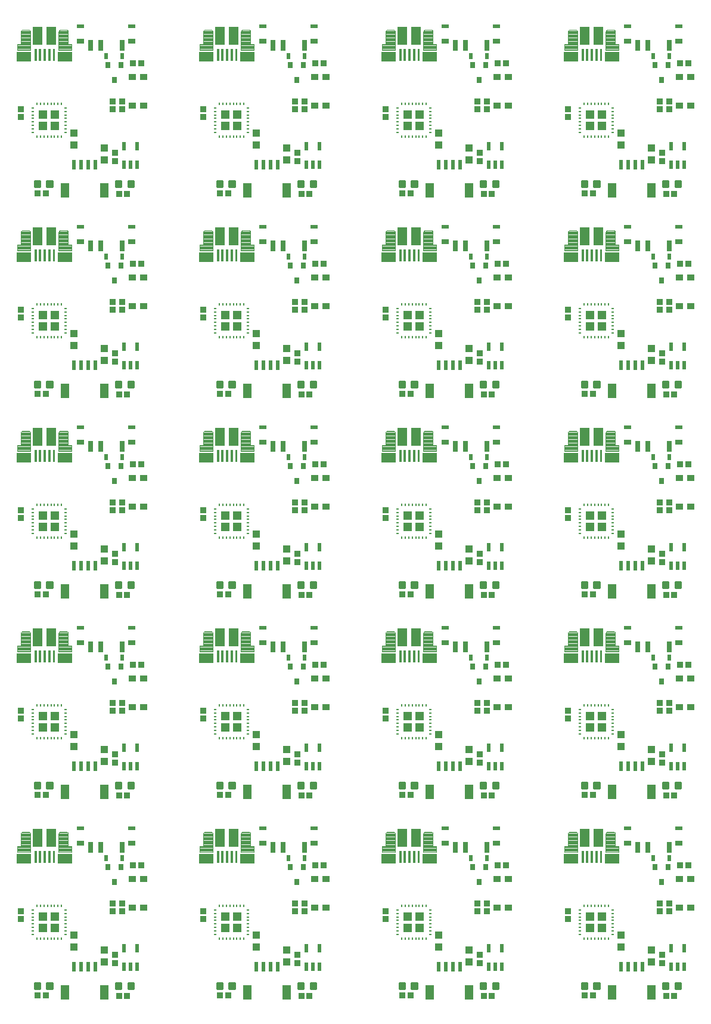
<source format=gtp>
G75*
%MOIN*%
%OFA0B0*%
%FSLAX25Y25*%
%IPPOS*%
%LPD*%
%AMOC8*
5,1,8,0,0,1.08239X$1,22.5*
%
%ADD10R,0.04724X0.07874*%
%ADD11R,0.02362X0.05315*%
%ADD12R,0.07874X0.05748*%
%ADD13R,0.05610X0.09843*%
%ADD14C,0.00400*%
%ADD15C,0.00197*%
%ADD16C,0.01181*%
%ADD17R,0.02165X0.04724*%
%ADD18R,0.03346X0.03543*%
%ADD19R,0.02756X0.05906*%
%ADD20R,0.03937X0.02362*%
%ADD21R,0.03937X0.03150*%
%ADD22R,0.03543X0.03346*%
%ADD23R,0.03937X0.04331*%
%ADD24R,0.03937X0.03543*%
%ADD25R,0.02480X0.03268*%
%ADD26R,0.03150X0.03543*%
%ADD27R,0.00984X0.01575*%
%ADD28R,0.01575X0.00984*%
%ADD29R,0.04500X0.04500*%
D10*
X0067476Y0044281D03*
X0089524Y0044281D03*
X0169476Y0044281D03*
X0191524Y0044281D03*
X0271476Y0044281D03*
X0293524Y0044281D03*
X0373476Y0044281D03*
X0395524Y0044281D03*
X0395524Y0156281D03*
X0373476Y0156281D03*
X0293524Y0156281D03*
X0271476Y0156281D03*
X0191524Y0156281D03*
X0169476Y0156281D03*
X0089524Y0156281D03*
X0067476Y0156281D03*
X0067476Y0268281D03*
X0089524Y0268281D03*
X0169476Y0268281D03*
X0191524Y0268281D03*
X0271476Y0268281D03*
X0293524Y0268281D03*
X0373476Y0268281D03*
X0395524Y0268281D03*
X0395524Y0380281D03*
X0373476Y0380281D03*
X0373476Y0492281D03*
X0395524Y0492281D03*
X0293524Y0492281D03*
X0271476Y0492281D03*
X0271476Y0380281D03*
X0293524Y0380281D03*
X0191524Y0380281D03*
X0169476Y0380281D03*
X0169476Y0492281D03*
X0191524Y0492281D03*
X0089524Y0492281D03*
X0067476Y0492281D03*
X0067476Y0380281D03*
X0089524Y0380281D03*
D11*
X0084406Y0394750D03*
X0080469Y0394750D03*
X0076531Y0394750D03*
X0072594Y0394750D03*
X0072594Y0282750D03*
X0076531Y0282750D03*
X0080469Y0282750D03*
X0084406Y0282750D03*
X0084406Y0170750D03*
X0080469Y0170750D03*
X0076531Y0170750D03*
X0072594Y0170750D03*
X0072594Y0058750D03*
X0076531Y0058750D03*
X0080469Y0058750D03*
X0084406Y0058750D03*
X0174594Y0058750D03*
X0178531Y0058750D03*
X0182469Y0058750D03*
X0186406Y0058750D03*
X0186406Y0170750D03*
X0182469Y0170750D03*
X0178531Y0170750D03*
X0174594Y0170750D03*
X0174594Y0282750D03*
X0178531Y0282750D03*
X0182469Y0282750D03*
X0186406Y0282750D03*
X0186406Y0394750D03*
X0182469Y0394750D03*
X0178531Y0394750D03*
X0174594Y0394750D03*
X0174594Y0506750D03*
X0178531Y0506750D03*
X0182469Y0506750D03*
X0186406Y0506750D03*
X0276594Y0506750D03*
X0280531Y0506750D03*
X0284469Y0506750D03*
X0288406Y0506750D03*
X0288406Y0394750D03*
X0284469Y0394750D03*
X0280531Y0394750D03*
X0276594Y0394750D03*
X0276594Y0282750D03*
X0280531Y0282750D03*
X0284469Y0282750D03*
X0288406Y0282750D03*
X0288406Y0170750D03*
X0284469Y0170750D03*
X0280531Y0170750D03*
X0276594Y0170750D03*
X0276594Y0058750D03*
X0280531Y0058750D03*
X0284469Y0058750D03*
X0288406Y0058750D03*
X0378594Y0058750D03*
X0382531Y0058750D03*
X0386469Y0058750D03*
X0390406Y0058750D03*
X0390406Y0170750D03*
X0386469Y0170750D03*
X0382531Y0170750D03*
X0378594Y0170750D03*
X0378594Y0282750D03*
X0382531Y0282750D03*
X0386469Y0282750D03*
X0390406Y0282750D03*
X0390406Y0394750D03*
X0386469Y0394750D03*
X0382531Y0394750D03*
X0378594Y0394750D03*
X0378594Y0506750D03*
X0382531Y0506750D03*
X0386469Y0506750D03*
X0390406Y0506750D03*
X0084406Y0506750D03*
X0080469Y0506750D03*
X0076531Y0506750D03*
X0072594Y0506750D03*
D12*
X0067417Y0455167D03*
X0044583Y0455167D03*
X0044583Y0343167D03*
X0067417Y0343167D03*
X0146583Y0343167D03*
X0169417Y0343167D03*
X0248583Y0343167D03*
X0271417Y0343167D03*
X0350583Y0343167D03*
X0373417Y0343167D03*
X0373417Y0231167D03*
X0350583Y0231167D03*
X0271417Y0231167D03*
X0248583Y0231167D03*
X0169417Y0231167D03*
X0146583Y0231167D03*
X0067417Y0231167D03*
X0044583Y0231167D03*
X0044583Y0119167D03*
X0067417Y0119167D03*
X0146583Y0119167D03*
X0169417Y0119167D03*
X0248583Y0119167D03*
X0271417Y0119167D03*
X0350583Y0119167D03*
X0373417Y0119167D03*
X0373417Y0455167D03*
X0350583Y0455167D03*
X0271417Y0455167D03*
X0248583Y0455167D03*
X0169417Y0455167D03*
X0146583Y0455167D03*
X0146583Y0567167D03*
X0169417Y0567167D03*
X0248583Y0567167D03*
X0271417Y0567167D03*
X0350583Y0567167D03*
X0373417Y0567167D03*
X0067417Y0567167D03*
X0044583Y0567167D03*
D13*
X0052211Y0578781D03*
X0059789Y0578781D03*
X0059789Y0466781D03*
X0052211Y0466781D03*
X0052211Y0354781D03*
X0059789Y0354781D03*
X0059789Y0242781D03*
X0052211Y0242781D03*
X0052211Y0130781D03*
X0059789Y0130781D03*
X0154211Y0130781D03*
X0161789Y0130781D03*
X0161789Y0242781D03*
X0154211Y0242781D03*
X0154211Y0354781D03*
X0161789Y0354781D03*
X0161789Y0466781D03*
X0154211Y0466781D03*
X0154211Y0578781D03*
X0161789Y0578781D03*
X0256211Y0578781D03*
X0263789Y0578781D03*
X0263789Y0466781D03*
X0256211Y0466781D03*
X0256211Y0354781D03*
X0263789Y0354781D03*
X0263789Y0242781D03*
X0256211Y0242781D03*
X0256211Y0130781D03*
X0263789Y0130781D03*
X0358211Y0130781D03*
X0365789Y0130781D03*
X0365789Y0242781D03*
X0358211Y0242781D03*
X0358211Y0354781D03*
X0365789Y0354781D03*
X0365789Y0466781D03*
X0358211Y0466781D03*
X0358211Y0578781D03*
X0365789Y0578781D03*
D14*
X0369857Y0578733D02*
X0375257Y0578733D01*
X0375257Y0579131D02*
X0369857Y0579131D01*
X0369857Y0579530D02*
X0375257Y0579530D01*
X0375257Y0579928D02*
X0369857Y0579928D01*
X0369857Y0580327D02*
X0375257Y0580327D01*
X0375257Y0580725D02*
X0369857Y0580725D01*
X0369857Y0580810D02*
X0369889Y0581099D01*
X0369986Y0581374D01*
X0370140Y0581620D01*
X0370346Y0581826D01*
X0370593Y0581981D01*
X0370868Y0582077D01*
X0371157Y0582110D01*
X0374057Y0582110D01*
X0374324Y0582080D01*
X0374577Y0581991D01*
X0374805Y0581848D01*
X0374995Y0581658D01*
X0375138Y0581430D01*
X0375227Y0581177D01*
X0375257Y0580910D01*
X0375257Y0574010D01*
X0375264Y0573972D01*
X0375286Y0573939D01*
X0375319Y0573917D01*
X0375357Y0573910D01*
X0377257Y0573910D01*
X0377257Y0570810D01*
X0369857Y0570810D01*
X0369857Y0580810D01*
X0369898Y0581124D02*
X0375233Y0581124D01*
X0375080Y0581522D02*
X0370079Y0581522D01*
X0370497Y0581921D02*
X0374689Y0581921D01*
X0375257Y0578334D02*
X0369857Y0578334D01*
X0369857Y0577936D02*
X0375257Y0577936D01*
X0375257Y0577537D02*
X0369857Y0577537D01*
X0369857Y0577139D02*
X0375257Y0577139D01*
X0375257Y0576740D02*
X0369857Y0576740D01*
X0369857Y0576342D02*
X0375257Y0576342D01*
X0375257Y0575943D02*
X0369857Y0575943D01*
X0369857Y0575545D02*
X0375257Y0575545D01*
X0375257Y0575146D02*
X0369857Y0575146D01*
X0369857Y0574748D02*
X0375257Y0574748D01*
X0375257Y0574349D02*
X0369857Y0574349D01*
X0369857Y0573951D02*
X0375278Y0573951D01*
X0377257Y0573552D02*
X0369857Y0573552D01*
X0369857Y0573154D02*
X0377257Y0573154D01*
X0377257Y0572755D02*
X0369857Y0572755D01*
X0369857Y0572357D02*
X0377257Y0572357D01*
X0377257Y0571958D02*
X0369857Y0571958D01*
X0369857Y0571560D02*
X0377257Y0571560D01*
X0377257Y0571161D02*
X0369857Y0571161D01*
X0354194Y0571161D02*
X0346794Y0571161D01*
X0346794Y0570810D02*
X0354194Y0570810D01*
X0354194Y0580810D01*
X0354161Y0581099D01*
X0354065Y0581374D01*
X0353910Y0581620D01*
X0353704Y0581826D01*
X0353458Y0581981D01*
X0353183Y0582077D01*
X0352894Y0582110D01*
X0349994Y0582110D01*
X0349727Y0582080D01*
X0349473Y0581991D01*
X0349246Y0581848D01*
X0349055Y0581658D01*
X0348913Y0581430D01*
X0348824Y0581177D01*
X0348794Y0580910D01*
X0348794Y0574010D01*
X0348786Y0573972D01*
X0348764Y0573939D01*
X0348732Y0573917D01*
X0348694Y0573910D01*
X0346794Y0573910D01*
X0346794Y0570810D01*
X0346794Y0571560D02*
X0354194Y0571560D01*
X0354194Y0571958D02*
X0346794Y0571958D01*
X0346794Y0572357D02*
X0354194Y0572357D01*
X0354194Y0572755D02*
X0346794Y0572755D01*
X0346794Y0573154D02*
X0354194Y0573154D01*
X0354194Y0573552D02*
X0346794Y0573552D01*
X0348772Y0573951D02*
X0354194Y0573951D01*
X0354194Y0574349D02*
X0348794Y0574349D01*
X0348794Y0574748D02*
X0354194Y0574748D01*
X0354194Y0575146D02*
X0348794Y0575146D01*
X0348794Y0575545D02*
X0354194Y0575545D01*
X0354194Y0575943D02*
X0348794Y0575943D01*
X0348794Y0576342D02*
X0354194Y0576342D01*
X0354194Y0576740D02*
X0348794Y0576740D01*
X0348794Y0577139D02*
X0354194Y0577139D01*
X0354194Y0577537D02*
X0348794Y0577537D01*
X0348794Y0577936D02*
X0354194Y0577936D01*
X0354194Y0578334D02*
X0348794Y0578334D01*
X0348794Y0578733D02*
X0354194Y0578733D01*
X0354194Y0579131D02*
X0348794Y0579131D01*
X0348794Y0579530D02*
X0354194Y0579530D01*
X0354194Y0579928D02*
X0348794Y0579928D01*
X0348794Y0580327D02*
X0354194Y0580327D01*
X0354194Y0580725D02*
X0348794Y0580725D01*
X0348818Y0581124D02*
X0354152Y0581124D01*
X0353972Y0581522D02*
X0348970Y0581522D01*
X0349362Y0581921D02*
X0353554Y0581921D01*
X0275257Y0573910D02*
X0275257Y0570810D01*
X0267857Y0570810D01*
X0267857Y0580810D01*
X0267889Y0581099D01*
X0267986Y0581374D01*
X0268140Y0581620D01*
X0268346Y0581826D01*
X0268593Y0581981D01*
X0268868Y0582077D01*
X0269157Y0582110D01*
X0272057Y0582110D01*
X0272324Y0582080D01*
X0272577Y0581991D01*
X0272805Y0581848D01*
X0272995Y0581658D01*
X0273138Y0581430D01*
X0273227Y0581177D01*
X0273257Y0580910D01*
X0273257Y0574010D01*
X0273264Y0573972D01*
X0273286Y0573939D01*
X0273319Y0573917D01*
X0273357Y0573910D01*
X0275257Y0573910D01*
X0275257Y0573552D02*
X0267857Y0573552D01*
X0267857Y0573154D02*
X0275257Y0573154D01*
X0275257Y0572755D02*
X0267857Y0572755D01*
X0267857Y0572357D02*
X0275257Y0572357D01*
X0275257Y0571958D02*
X0267857Y0571958D01*
X0267857Y0571560D02*
X0275257Y0571560D01*
X0275257Y0571161D02*
X0267857Y0571161D01*
X0267857Y0573951D02*
X0273278Y0573951D01*
X0273257Y0574349D02*
X0267857Y0574349D01*
X0267857Y0574748D02*
X0273257Y0574748D01*
X0273257Y0575146D02*
X0267857Y0575146D01*
X0267857Y0575545D02*
X0273257Y0575545D01*
X0273257Y0575943D02*
X0267857Y0575943D01*
X0267857Y0576342D02*
X0273257Y0576342D01*
X0273257Y0576740D02*
X0267857Y0576740D01*
X0267857Y0577139D02*
X0273257Y0577139D01*
X0273257Y0577537D02*
X0267857Y0577537D01*
X0267857Y0577936D02*
X0273257Y0577936D01*
X0273257Y0578334D02*
X0267857Y0578334D01*
X0267857Y0578733D02*
X0273257Y0578733D01*
X0273257Y0579131D02*
X0267857Y0579131D01*
X0267857Y0579530D02*
X0273257Y0579530D01*
X0273257Y0579928D02*
X0267857Y0579928D01*
X0267857Y0580327D02*
X0273257Y0580327D01*
X0273257Y0580725D02*
X0267857Y0580725D01*
X0267898Y0581124D02*
X0273233Y0581124D01*
X0273080Y0581522D02*
X0268079Y0581522D01*
X0268497Y0581921D02*
X0272689Y0581921D01*
X0252194Y0580810D02*
X0252194Y0570810D01*
X0244794Y0570810D01*
X0244794Y0573910D01*
X0246694Y0573910D01*
X0246732Y0573917D01*
X0246764Y0573939D01*
X0246786Y0573972D01*
X0246794Y0574010D01*
X0246794Y0580910D01*
X0246824Y0581177D01*
X0246913Y0581430D01*
X0247055Y0581658D01*
X0247246Y0581848D01*
X0247473Y0581991D01*
X0247727Y0582080D01*
X0247994Y0582110D01*
X0250894Y0582110D01*
X0251183Y0582077D01*
X0251458Y0581981D01*
X0251704Y0581826D01*
X0251910Y0581620D01*
X0252065Y0581374D01*
X0252161Y0581099D01*
X0252194Y0580810D01*
X0252194Y0580725D02*
X0246794Y0580725D01*
X0246794Y0580327D02*
X0252194Y0580327D01*
X0252194Y0579928D02*
X0246794Y0579928D01*
X0246794Y0579530D02*
X0252194Y0579530D01*
X0252194Y0579131D02*
X0246794Y0579131D01*
X0246794Y0578733D02*
X0252194Y0578733D01*
X0252194Y0578334D02*
X0246794Y0578334D01*
X0246794Y0577936D02*
X0252194Y0577936D01*
X0252194Y0577537D02*
X0246794Y0577537D01*
X0246794Y0577139D02*
X0252194Y0577139D01*
X0252194Y0576740D02*
X0246794Y0576740D01*
X0246794Y0576342D02*
X0252194Y0576342D01*
X0252194Y0575943D02*
X0246794Y0575943D01*
X0246794Y0575545D02*
X0252194Y0575545D01*
X0252194Y0575146D02*
X0246794Y0575146D01*
X0246794Y0574748D02*
X0252194Y0574748D01*
X0252194Y0574349D02*
X0246794Y0574349D01*
X0246772Y0573951D02*
X0252194Y0573951D01*
X0252194Y0573552D02*
X0244794Y0573552D01*
X0244794Y0573154D02*
X0252194Y0573154D01*
X0252194Y0572755D02*
X0244794Y0572755D01*
X0244794Y0572357D02*
X0252194Y0572357D01*
X0252194Y0571958D02*
X0244794Y0571958D01*
X0244794Y0571560D02*
X0252194Y0571560D01*
X0252194Y0571161D02*
X0244794Y0571161D01*
X0246818Y0581124D02*
X0252152Y0581124D01*
X0251972Y0581522D02*
X0246970Y0581522D01*
X0247362Y0581921D02*
X0251554Y0581921D01*
X0173257Y0573910D02*
X0173257Y0570810D01*
X0165857Y0570810D01*
X0165857Y0580810D01*
X0165889Y0581099D01*
X0165986Y0581374D01*
X0166140Y0581620D01*
X0166346Y0581826D01*
X0166593Y0581981D01*
X0166868Y0582077D01*
X0167157Y0582110D01*
X0170057Y0582110D01*
X0170324Y0582080D01*
X0170577Y0581991D01*
X0170805Y0581848D01*
X0170995Y0581658D01*
X0171138Y0581430D01*
X0171227Y0581177D01*
X0171257Y0580910D01*
X0171257Y0574010D01*
X0171264Y0573972D01*
X0171286Y0573939D01*
X0171319Y0573917D01*
X0171357Y0573910D01*
X0173257Y0573910D01*
X0173257Y0573552D02*
X0165857Y0573552D01*
X0165857Y0573154D02*
X0173257Y0573154D01*
X0173257Y0572755D02*
X0165857Y0572755D01*
X0165857Y0572357D02*
X0173257Y0572357D01*
X0173257Y0571958D02*
X0165857Y0571958D01*
X0165857Y0571560D02*
X0173257Y0571560D01*
X0173257Y0571161D02*
X0165857Y0571161D01*
X0165857Y0573951D02*
X0171278Y0573951D01*
X0171257Y0574349D02*
X0165857Y0574349D01*
X0165857Y0574748D02*
X0171257Y0574748D01*
X0171257Y0575146D02*
X0165857Y0575146D01*
X0165857Y0575545D02*
X0171257Y0575545D01*
X0171257Y0575943D02*
X0165857Y0575943D01*
X0165857Y0576342D02*
X0171257Y0576342D01*
X0171257Y0576740D02*
X0165857Y0576740D01*
X0165857Y0577139D02*
X0171257Y0577139D01*
X0171257Y0577537D02*
X0165857Y0577537D01*
X0165857Y0577936D02*
X0171257Y0577936D01*
X0171257Y0578334D02*
X0165857Y0578334D01*
X0165857Y0578733D02*
X0171257Y0578733D01*
X0171257Y0579131D02*
X0165857Y0579131D01*
X0165857Y0579530D02*
X0171257Y0579530D01*
X0171257Y0579928D02*
X0165857Y0579928D01*
X0165857Y0580327D02*
X0171257Y0580327D01*
X0171257Y0580725D02*
X0165857Y0580725D01*
X0165898Y0581124D02*
X0171233Y0581124D01*
X0171080Y0581522D02*
X0166079Y0581522D01*
X0166497Y0581921D02*
X0170689Y0581921D01*
X0150194Y0580810D02*
X0150194Y0570810D01*
X0142794Y0570810D01*
X0142794Y0573910D01*
X0144694Y0573910D01*
X0144732Y0573917D01*
X0144764Y0573939D01*
X0144786Y0573972D01*
X0144794Y0574010D01*
X0144794Y0580910D01*
X0144824Y0581177D01*
X0144913Y0581430D01*
X0145055Y0581658D01*
X0145246Y0581848D01*
X0145473Y0581991D01*
X0145727Y0582080D01*
X0145994Y0582110D01*
X0148894Y0582110D01*
X0149183Y0582077D01*
X0149458Y0581981D01*
X0149704Y0581826D01*
X0149910Y0581620D01*
X0150065Y0581374D01*
X0150161Y0581099D01*
X0150194Y0580810D01*
X0150194Y0580725D02*
X0144794Y0580725D01*
X0144794Y0580327D02*
X0150194Y0580327D01*
X0150194Y0579928D02*
X0144794Y0579928D01*
X0144794Y0579530D02*
X0150194Y0579530D01*
X0150194Y0579131D02*
X0144794Y0579131D01*
X0144794Y0578733D02*
X0150194Y0578733D01*
X0150194Y0578334D02*
X0144794Y0578334D01*
X0144794Y0577936D02*
X0150194Y0577936D01*
X0150194Y0577537D02*
X0144794Y0577537D01*
X0144794Y0577139D02*
X0150194Y0577139D01*
X0150194Y0576740D02*
X0144794Y0576740D01*
X0144794Y0576342D02*
X0150194Y0576342D01*
X0150194Y0575943D02*
X0144794Y0575943D01*
X0144794Y0575545D02*
X0150194Y0575545D01*
X0150194Y0575146D02*
X0144794Y0575146D01*
X0144794Y0574748D02*
X0150194Y0574748D01*
X0150194Y0574349D02*
X0144794Y0574349D01*
X0144772Y0573951D02*
X0150194Y0573951D01*
X0150194Y0573552D02*
X0142794Y0573552D01*
X0142794Y0573154D02*
X0150194Y0573154D01*
X0150194Y0572755D02*
X0142794Y0572755D01*
X0142794Y0572357D02*
X0150194Y0572357D01*
X0150194Y0571958D02*
X0142794Y0571958D01*
X0142794Y0571560D02*
X0150194Y0571560D01*
X0150194Y0571161D02*
X0142794Y0571161D01*
X0144818Y0581124D02*
X0150152Y0581124D01*
X0149972Y0581522D02*
X0144970Y0581522D01*
X0145362Y0581921D02*
X0149554Y0581921D01*
X0071257Y0573910D02*
X0071257Y0570810D01*
X0063857Y0570810D01*
X0063857Y0580810D01*
X0063889Y0581099D01*
X0063986Y0581374D01*
X0064140Y0581620D01*
X0064346Y0581826D01*
X0064593Y0581981D01*
X0064868Y0582077D01*
X0065157Y0582110D01*
X0068057Y0582110D01*
X0068324Y0582080D01*
X0068577Y0581991D01*
X0068805Y0581848D01*
X0068995Y0581658D01*
X0069138Y0581430D01*
X0069227Y0581177D01*
X0069257Y0580910D01*
X0069257Y0574010D01*
X0069264Y0573972D01*
X0069286Y0573939D01*
X0069319Y0573917D01*
X0069357Y0573910D01*
X0071257Y0573910D01*
X0071257Y0573552D02*
X0063857Y0573552D01*
X0063857Y0573154D02*
X0071257Y0573154D01*
X0071257Y0572755D02*
X0063857Y0572755D01*
X0063857Y0572357D02*
X0071257Y0572357D01*
X0071257Y0571958D02*
X0063857Y0571958D01*
X0063857Y0571560D02*
X0071257Y0571560D01*
X0071257Y0571161D02*
X0063857Y0571161D01*
X0063857Y0573951D02*
X0069278Y0573951D01*
X0069257Y0574349D02*
X0063857Y0574349D01*
X0063857Y0574748D02*
X0069257Y0574748D01*
X0069257Y0575146D02*
X0063857Y0575146D01*
X0063857Y0575545D02*
X0069257Y0575545D01*
X0069257Y0575943D02*
X0063857Y0575943D01*
X0063857Y0576342D02*
X0069257Y0576342D01*
X0069257Y0576740D02*
X0063857Y0576740D01*
X0063857Y0577139D02*
X0069257Y0577139D01*
X0069257Y0577537D02*
X0063857Y0577537D01*
X0063857Y0577936D02*
X0069257Y0577936D01*
X0069257Y0578334D02*
X0063857Y0578334D01*
X0063857Y0578733D02*
X0069257Y0578733D01*
X0069257Y0579131D02*
X0063857Y0579131D01*
X0063857Y0579530D02*
X0069257Y0579530D01*
X0069257Y0579928D02*
X0063857Y0579928D01*
X0063857Y0580327D02*
X0069257Y0580327D01*
X0069257Y0580725D02*
X0063857Y0580725D01*
X0063898Y0581124D02*
X0069233Y0581124D01*
X0069080Y0581522D02*
X0064079Y0581522D01*
X0064497Y0581921D02*
X0068689Y0581921D01*
X0048194Y0580810D02*
X0048194Y0570810D01*
X0040794Y0570810D01*
X0040794Y0573910D01*
X0042694Y0573910D01*
X0042732Y0573917D01*
X0042764Y0573939D01*
X0042786Y0573972D01*
X0042794Y0574010D01*
X0042794Y0580910D01*
X0042824Y0581177D01*
X0042913Y0581430D01*
X0043055Y0581658D01*
X0043246Y0581848D01*
X0043473Y0581991D01*
X0043727Y0582080D01*
X0043994Y0582110D01*
X0046894Y0582110D01*
X0047183Y0582077D01*
X0047458Y0581981D01*
X0047704Y0581826D01*
X0047910Y0581620D01*
X0048065Y0581374D01*
X0048161Y0581099D01*
X0048194Y0580810D01*
X0048194Y0580725D02*
X0042794Y0580725D01*
X0042794Y0580327D02*
X0048194Y0580327D01*
X0048194Y0579928D02*
X0042794Y0579928D01*
X0042794Y0579530D02*
X0048194Y0579530D01*
X0048194Y0579131D02*
X0042794Y0579131D01*
X0042794Y0578733D02*
X0048194Y0578733D01*
X0048194Y0578334D02*
X0042794Y0578334D01*
X0042794Y0577936D02*
X0048194Y0577936D01*
X0048194Y0577537D02*
X0042794Y0577537D01*
X0042794Y0577139D02*
X0048194Y0577139D01*
X0048194Y0576740D02*
X0042794Y0576740D01*
X0042794Y0576342D02*
X0048194Y0576342D01*
X0048194Y0575943D02*
X0042794Y0575943D01*
X0042794Y0575545D02*
X0048194Y0575545D01*
X0048194Y0575146D02*
X0042794Y0575146D01*
X0042794Y0574748D02*
X0048194Y0574748D01*
X0048194Y0574349D02*
X0042794Y0574349D01*
X0042772Y0573951D02*
X0048194Y0573951D01*
X0048194Y0573552D02*
X0040794Y0573552D01*
X0040794Y0573154D02*
X0048194Y0573154D01*
X0048194Y0572755D02*
X0040794Y0572755D01*
X0040794Y0572357D02*
X0048194Y0572357D01*
X0048194Y0571958D02*
X0040794Y0571958D01*
X0040794Y0571560D02*
X0048194Y0571560D01*
X0048194Y0571161D02*
X0040794Y0571161D01*
X0042818Y0581124D02*
X0048152Y0581124D01*
X0047972Y0581522D02*
X0042970Y0581522D01*
X0043362Y0581921D02*
X0047554Y0581921D01*
X0046894Y0470110D02*
X0043994Y0470110D01*
X0043727Y0470080D01*
X0043473Y0469991D01*
X0043246Y0469848D01*
X0043055Y0469658D01*
X0042913Y0469430D01*
X0042824Y0469177D01*
X0042794Y0468910D01*
X0042794Y0462010D01*
X0042786Y0461972D01*
X0042764Y0461939D01*
X0042732Y0461917D01*
X0042694Y0461910D01*
X0040794Y0461910D01*
X0040794Y0458810D01*
X0048194Y0458810D01*
X0048194Y0468810D01*
X0048161Y0469099D01*
X0048065Y0469374D01*
X0047910Y0469620D01*
X0047704Y0469826D01*
X0047458Y0469981D01*
X0047183Y0470077D01*
X0046894Y0470110D01*
X0047524Y0469939D02*
X0043391Y0469939D01*
X0042982Y0469541D02*
X0047960Y0469541D01*
X0048146Y0469142D02*
X0042820Y0469142D01*
X0042794Y0468744D02*
X0048194Y0468744D01*
X0048194Y0468345D02*
X0042794Y0468345D01*
X0042794Y0467947D02*
X0048194Y0467947D01*
X0048194Y0467548D02*
X0042794Y0467548D01*
X0042794Y0467150D02*
X0048194Y0467150D01*
X0048194Y0466751D02*
X0042794Y0466751D01*
X0042794Y0466353D02*
X0048194Y0466353D01*
X0048194Y0465954D02*
X0042794Y0465954D01*
X0042794Y0465556D02*
X0048194Y0465556D01*
X0048194Y0465157D02*
X0042794Y0465157D01*
X0042794Y0464759D02*
X0048194Y0464759D01*
X0048194Y0464360D02*
X0042794Y0464360D01*
X0042794Y0463962D02*
X0048194Y0463962D01*
X0048194Y0463563D02*
X0042794Y0463563D01*
X0042794Y0463165D02*
X0048194Y0463165D01*
X0048194Y0462766D02*
X0042794Y0462766D01*
X0042794Y0462368D02*
X0048194Y0462368D01*
X0048194Y0461969D02*
X0042784Y0461969D01*
X0040794Y0461571D02*
X0048194Y0461571D01*
X0048194Y0461172D02*
X0040794Y0461172D01*
X0040794Y0460773D02*
X0048194Y0460773D01*
X0048194Y0460375D02*
X0040794Y0460375D01*
X0040794Y0459976D02*
X0048194Y0459976D01*
X0048194Y0459578D02*
X0040794Y0459578D01*
X0040794Y0459179D02*
X0048194Y0459179D01*
X0063857Y0459179D02*
X0071257Y0459179D01*
X0071257Y0458810D02*
X0071257Y0461910D01*
X0069357Y0461910D01*
X0069319Y0461917D01*
X0069286Y0461939D01*
X0069264Y0461972D01*
X0069257Y0462010D01*
X0069257Y0468910D01*
X0069227Y0469177D01*
X0069138Y0469430D01*
X0068995Y0469658D01*
X0068805Y0469848D01*
X0068577Y0469991D01*
X0068324Y0470080D01*
X0068057Y0470110D01*
X0065157Y0470110D01*
X0064868Y0470077D01*
X0064593Y0469981D01*
X0064346Y0469826D01*
X0064140Y0469620D01*
X0063986Y0469374D01*
X0063889Y0469099D01*
X0063857Y0468810D01*
X0063857Y0458810D01*
X0071257Y0458810D01*
X0071257Y0459578D02*
X0063857Y0459578D01*
X0063857Y0459976D02*
X0071257Y0459976D01*
X0071257Y0460375D02*
X0063857Y0460375D01*
X0063857Y0460773D02*
X0071257Y0460773D01*
X0071257Y0461172D02*
X0063857Y0461172D01*
X0063857Y0461571D02*
X0071257Y0461571D01*
X0069266Y0461969D02*
X0063857Y0461969D01*
X0063857Y0462368D02*
X0069257Y0462368D01*
X0069257Y0462766D02*
X0063857Y0462766D01*
X0063857Y0463165D02*
X0069257Y0463165D01*
X0069257Y0463563D02*
X0063857Y0463563D01*
X0063857Y0463962D02*
X0069257Y0463962D01*
X0069257Y0464360D02*
X0063857Y0464360D01*
X0063857Y0464759D02*
X0069257Y0464759D01*
X0069257Y0465157D02*
X0063857Y0465157D01*
X0063857Y0465556D02*
X0069257Y0465556D01*
X0069257Y0465954D02*
X0063857Y0465954D01*
X0063857Y0466353D02*
X0069257Y0466353D01*
X0069257Y0466751D02*
X0063857Y0466751D01*
X0063857Y0467150D02*
X0069257Y0467150D01*
X0069257Y0467548D02*
X0063857Y0467548D01*
X0063857Y0467947D02*
X0069257Y0467947D01*
X0069257Y0468345D02*
X0063857Y0468345D01*
X0063857Y0468744D02*
X0069257Y0468744D01*
X0069231Y0469142D02*
X0063905Y0469142D01*
X0064090Y0469541D02*
X0069069Y0469541D01*
X0068660Y0469939D02*
X0064526Y0469939D01*
X0142794Y0461910D02*
X0142794Y0458810D01*
X0150194Y0458810D01*
X0150194Y0468810D01*
X0150161Y0469099D01*
X0150065Y0469374D01*
X0149910Y0469620D01*
X0149704Y0469826D01*
X0149458Y0469981D01*
X0149183Y0470077D01*
X0148894Y0470110D01*
X0145994Y0470110D01*
X0145727Y0470080D01*
X0145473Y0469991D01*
X0145246Y0469848D01*
X0145055Y0469658D01*
X0144913Y0469430D01*
X0144824Y0469177D01*
X0144794Y0468910D01*
X0144794Y0462010D01*
X0144786Y0461972D01*
X0144764Y0461939D01*
X0144732Y0461917D01*
X0144694Y0461910D01*
X0142794Y0461910D01*
X0142794Y0461571D02*
X0150194Y0461571D01*
X0150194Y0461969D02*
X0144784Y0461969D01*
X0144794Y0462368D02*
X0150194Y0462368D01*
X0150194Y0462766D02*
X0144794Y0462766D01*
X0144794Y0463165D02*
X0150194Y0463165D01*
X0150194Y0463563D02*
X0144794Y0463563D01*
X0144794Y0463962D02*
X0150194Y0463962D01*
X0150194Y0464360D02*
X0144794Y0464360D01*
X0144794Y0464759D02*
X0150194Y0464759D01*
X0150194Y0465157D02*
X0144794Y0465157D01*
X0144794Y0465556D02*
X0150194Y0465556D01*
X0150194Y0465954D02*
X0144794Y0465954D01*
X0144794Y0466353D02*
X0150194Y0466353D01*
X0150194Y0466751D02*
X0144794Y0466751D01*
X0144794Y0467150D02*
X0150194Y0467150D01*
X0150194Y0467548D02*
X0144794Y0467548D01*
X0144794Y0467947D02*
X0150194Y0467947D01*
X0150194Y0468345D02*
X0144794Y0468345D01*
X0144794Y0468744D02*
X0150194Y0468744D01*
X0150146Y0469142D02*
X0144820Y0469142D01*
X0144982Y0469541D02*
X0149960Y0469541D01*
X0149524Y0469939D02*
X0145391Y0469939D01*
X0142794Y0461172D02*
X0150194Y0461172D01*
X0150194Y0460773D02*
X0142794Y0460773D01*
X0142794Y0460375D02*
X0150194Y0460375D01*
X0150194Y0459976D02*
X0142794Y0459976D01*
X0142794Y0459578D02*
X0150194Y0459578D01*
X0150194Y0459179D02*
X0142794Y0459179D01*
X0165857Y0459179D02*
X0173257Y0459179D01*
X0173257Y0458810D02*
X0173257Y0461910D01*
X0171357Y0461910D01*
X0171319Y0461917D01*
X0171286Y0461939D01*
X0171264Y0461972D01*
X0171257Y0462010D01*
X0171257Y0468910D01*
X0171227Y0469177D01*
X0171138Y0469430D01*
X0170995Y0469658D01*
X0170805Y0469848D01*
X0170577Y0469991D01*
X0170324Y0470080D01*
X0170057Y0470110D01*
X0167157Y0470110D01*
X0166868Y0470077D01*
X0166593Y0469981D01*
X0166346Y0469826D01*
X0166140Y0469620D01*
X0165986Y0469374D01*
X0165889Y0469099D01*
X0165857Y0468810D01*
X0165857Y0458810D01*
X0173257Y0458810D01*
X0173257Y0459578D02*
X0165857Y0459578D01*
X0165857Y0459976D02*
X0173257Y0459976D01*
X0173257Y0460375D02*
X0165857Y0460375D01*
X0165857Y0460773D02*
X0173257Y0460773D01*
X0173257Y0461172D02*
X0165857Y0461172D01*
X0165857Y0461571D02*
X0173257Y0461571D01*
X0171266Y0461969D02*
X0165857Y0461969D01*
X0165857Y0462368D02*
X0171257Y0462368D01*
X0171257Y0462766D02*
X0165857Y0462766D01*
X0165857Y0463165D02*
X0171257Y0463165D01*
X0171257Y0463563D02*
X0165857Y0463563D01*
X0165857Y0463962D02*
X0171257Y0463962D01*
X0171257Y0464360D02*
X0165857Y0464360D01*
X0165857Y0464759D02*
X0171257Y0464759D01*
X0171257Y0465157D02*
X0165857Y0465157D01*
X0165857Y0465556D02*
X0171257Y0465556D01*
X0171257Y0465954D02*
X0165857Y0465954D01*
X0165857Y0466353D02*
X0171257Y0466353D01*
X0171257Y0466751D02*
X0165857Y0466751D01*
X0165857Y0467150D02*
X0171257Y0467150D01*
X0171257Y0467548D02*
X0165857Y0467548D01*
X0165857Y0467947D02*
X0171257Y0467947D01*
X0171257Y0468345D02*
X0165857Y0468345D01*
X0165857Y0468744D02*
X0171257Y0468744D01*
X0171231Y0469142D02*
X0165905Y0469142D01*
X0166090Y0469541D02*
X0171069Y0469541D01*
X0170660Y0469939D02*
X0166526Y0469939D01*
X0244794Y0461910D02*
X0244794Y0458810D01*
X0252194Y0458810D01*
X0252194Y0468810D01*
X0252161Y0469099D01*
X0252065Y0469374D01*
X0251910Y0469620D01*
X0251704Y0469826D01*
X0251458Y0469981D01*
X0251183Y0470077D01*
X0250894Y0470110D01*
X0247994Y0470110D01*
X0247727Y0470080D01*
X0247473Y0469991D01*
X0247246Y0469848D01*
X0247055Y0469658D01*
X0246913Y0469430D01*
X0246824Y0469177D01*
X0246794Y0468910D01*
X0246794Y0462010D01*
X0246786Y0461972D01*
X0246764Y0461939D01*
X0246732Y0461917D01*
X0246694Y0461910D01*
X0244794Y0461910D01*
X0244794Y0461571D02*
X0252194Y0461571D01*
X0252194Y0461969D02*
X0246784Y0461969D01*
X0246794Y0462368D02*
X0252194Y0462368D01*
X0252194Y0462766D02*
X0246794Y0462766D01*
X0246794Y0463165D02*
X0252194Y0463165D01*
X0252194Y0463563D02*
X0246794Y0463563D01*
X0246794Y0463962D02*
X0252194Y0463962D01*
X0252194Y0464360D02*
X0246794Y0464360D01*
X0246794Y0464759D02*
X0252194Y0464759D01*
X0252194Y0465157D02*
X0246794Y0465157D01*
X0246794Y0465556D02*
X0252194Y0465556D01*
X0252194Y0465954D02*
X0246794Y0465954D01*
X0246794Y0466353D02*
X0252194Y0466353D01*
X0252194Y0466751D02*
X0246794Y0466751D01*
X0246794Y0467150D02*
X0252194Y0467150D01*
X0252194Y0467548D02*
X0246794Y0467548D01*
X0246794Y0467947D02*
X0252194Y0467947D01*
X0252194Y0468345D02*
X0246794Y0468345D01*
X0246794Y0468744D02*
X0252194Y0468744D01*
X0252146Y0469142D02*
X0246820Y0469142D01*
X0246982Y0469541D02*
X0251960Y0469541D01*
X0251524Y0469939D02*
X0247391Y0469939D01*
X0244794Y0461172D02*
X0252194Y0461172D01*
X0252194Y0460773D02*
X0244794Y0460773D01*
X0244794Y0460375D02*
X0252194Y0460375D01*
X0252194Y0459976D02*
X0244794Y0459976D01*
X0244794Y0459578D02*
X0252194Y0459578D01*
X0252194Y0459179D02*
X0244794Y0459179D01*
X0267857Y0459179D02*
X0275257Y0459179D01*
X0275257Y0458810D02*
X0275257Y0461910D01*
X0273357Y0461910D01*
X0273319Y0461917D01*
X0273286Y0461939D01*
X0273264Y0461972D01*
X0273257Y0462010D01*
X0273257Y0468910D01*
X0273227Y0469177D01*
X0273138Y0469430D01*
X0272995Y0469658D01*
X0272805Y0469848D01*
X0272577Y0469991D01*
X0272324Y0470080D01*
X0272057Y0470110D01*
X0269157Y0470110D01*
X0268868Y0470077D01*
X0268593Y0469981D01*
X0268346Y0469826D01*
X0268140Y0469620D01*
X0267986Y0469374D01*
X0267889Y0469099D01*
X0267857Y0468810D01*
X0267857Y0458810D01*
X0275257Y0458810D01*
X0275257Y0459578D02*
X0267857Y0459578D01*
X0267857Y0459976D02*
X0275257Y0459976D01*
X0275257Y0460375D02*
X0267857Y0460375D01*
X0267857Y0460773D02*
X0275257Y0460773D01*
X0275257Y0461172D02*
X0267857Y0461172D01*
X0267857Y0461571D02*
X0275257Y0461571D01*
X0273266Y0461969D02*
X0267857Y0461969D01*
X0267857Y0462368D02*
X0273257Y0462368D01*
X0273257Y0462766D02*
X0267857Y0462766D01*
X0267857Y0463165D02*
X0273257Y0463165D01*
X0273257Y0463563D02*
X0267857Y0463563D01*
X0267857Y0463962D02*
X0273257Y0463962D01*
X0273257Y0464360D02*
X0267857Y0464360D01*
X0267857Y0464759D02*
X0273257Y0464759D01*
X0273257Y0465157D02*
X0267857Y0465157D01*
X0267857Y0465556D02*
X0273257Y0465556D01*
X0273257Y0465954D02*
X0267857Y0465954D01*
X0267857Y0466353D02*
X0273257Y0466353D01*
X0273257Y0466751D02*
X0267857Y0466751D01*
X0267857Y0467150D02*
X0273257Y0467150D01*
X0273257Y0467548D02*
X0267857Y0467548D01*
X0267857Y0467947D02*
X0273257Y0467947D01*
X0273257Y0468345D02*
X0267857Y0468345D01*
X0267857Y0468744D02*
X0273257Y0468744D01*
X0273231Y0469142D02*
X0267905Y0469142D01*
X0268090Y0469541D02*
X0273069Y0469541D01*
X0272660Y0469939D02*
X0268526Y0469939D01*
X0346794Y0461910D02*
X0346794Y0458810D01*
X0354194Y0458810D01*
X0354194Y0468810D01*
X0354161Y0469099D01*
X0354065Y0469374D01*
X0353910Y0469620D01*
X0353704Y0469826D01*
X0353458Y0469981D01*
X0353183Y0470077D01*
X0352894Y0470110D01*
X0349994Y0470110D01*
X0349727Y0470080D01*
X0349473Y0469991D01*
X0349246Y0469848D01*
X0349055Y0469658D01*
X0348913Y0469430D01*
X0348824Y0469177D01*
X0348794Y0468910D01*
X0348794Y0462010D01*
X0348786Y0461972D01*
X0348764Y0461939D01*
X0348732Y0461917D01*
X0348694Y0461910D01*
X0346794Y0461910D01*
X0346794Y0461571D02*
X0354194Y0461571D01*
X0354194Y0461969D02*
X0348784Y0461969D01*
X0348794Y0462368D02*
X0354194Y0462368D01*
X0354194Y0462766D02*
X0348794Y0462766D01*
X0348794Y0463165D02*
X0354194Y0463165D01*
X0354194Y0463563D02*
X0348794Y0463563D01*
X0348794Y0463962D02*
X0354194Y0463962D01*
X0354194Y0464360D02*
X0348794Y0464360D01*
X0348794Y0464759D02*
X0354194Y0464759D01*
X0354194Y0465157D02*
X0348794Y0465157D01*
X0348794Y0465556D02*
X0354194Y0465556D01*
X0354194Y0465954D02*
X0348794Y0465954D01*
X0348794Y0466353D02*
X0354194Y0466353D01*
X0354194Y0466751D02*
X0348794Y0466751D01*
X0348794Y0467150D02*
X0354194Y0467150D01*
X0354194Y0467548D02*
X0348794Y0467548D01*
X0348794Y0467947D02*
X0354194Y0467947D01*
X0354194Y0468345D02*
X0348794Y0468345D01*
X0348794Y0468744D02*
X0354194Y0468744D01*
X0354146Y0469142D02*
X0348820Y0469142D01*
X0348982Y0469541D02*
X0353960Y0469541D01*
X0353524Y0469939D02*
X0349391Y0469939D01*
X0346794Y0461172D02*
X0354194Y0461172D01*
X0354194Y0460773D02*
X0346794Y0460773D01*
X0346794Y0460375D02*
X0354194Y0460375D01*
X0354194Y0459976D02*
X0346794Y0459976D01*
X0346794Y0459578D02*
X0354194Y0459578D01*
X0354194Y0459179D02*
X0346794Y0459179D01*
X0369857Y0459179D02*
X0377257Y0459179D01*
X0377257Y0458810D02*
X0377257Y0461910D01*
X0375357Y0461910D01*
X0375319Y0461917D01*
X0375286Y0461939D01*
X0375264Y0461972D01*
X0375257Y0462010D01*
X0375257Y0468910D01*
X0375227Y0469177D01*
X0375138Y0469430D01*
X0374995Y0469658D01*
X0374805Y0469848D01*
X0374577Y0469991D01*
X0374324Y0470080D01*
X0374057Y0470110D01*
X0371157Y0470110D01*
X0370868Y0470077D01*
X0370593Y0469981D01*
X0370346Y0469826D01*
X0370140Y0469620D01*
X0369986Y0469374D01*
X0369889Y0469099D01*
X0369857Y0468810D01*
X0369857Y0458810D01*
X0377257Y0458810D01*
X0377257Y0459578D02*
X0369857Y0459578D01*
X0369857Y0459976D02*
X0377257Y0459976D01*
X0377257Y0460375D02*
X0369857Y0460375D01*
X0369857Y0460773D02*
X0377257Y0460773D01*
X0377257Y0461172D02*
X0369857Y0461172D01*
X0369857Y0461571D02*
X0377257Y0461571D01*
X0375266Y0461969D02*
X0369857Y0461969D01*
X0369857Y0462368D02*
X0375257Y0462368D01*
X0375257Y0462766D02*
X0369857Y0462766D01*
X0369857Y0463165D02*
X0375257Y0463165D01*
X0375257Y0463563D02*
X0369857Y0463563D01*
X0369857Y0463962D02*
X0375257Y0463962D01*
X0375257Y0464360D02*
X0369857Y0464360D01*
X0369857Y0464759D02*
X0375257Y0464759D01*
X0375257Y0465157D02*
X0369857Y0465157D01*
X0369857Y0465556D02*
X0375257Y0465556D01*
X0375257Y0465954D02*
X0369857Y0465954D01*
X0369857Y0466353D02*
X0375257Y0466353D01*
X0375257Y0466751D02*
X0369857Y0466751D01*
X0369857Y0467150D02*
X0375257Y0467150D01*
X0375257Y0467548D02*
X0369857Y0467548D01*
X0369857Y0467947D02*
X0375257Y0467947D01*
X0375257Y0468345D02*
X0369857Y0468345D01*
X0369857Y0468744D02*
X0375257Y0468744D01*
X0375231Y0469142D02*
X0369905Y0469142D01*
X0370090Y0469541D02*
X0375069Y0469541D01*
X0374660Y0469939D02*
X0370526Y0469939D01*
X0371157Y0358110D02*
X0374057Y0358110D01*
X0374324Y0358080D01*
X0374577Y0357991D01*
X0374805Y0357848D01*
X0374995Y0357658D01*
X0375138Y0357430D01*
X0375227Y0357177D01*
X0375257Y0356910D01*
X0375257Y0350010D01*
X0375264Y0349972D01*
X0375286Y0349939D01*
X0375319Y0349917D01*
X0375357Y0349910D01*
X0377257Y0349910D01*
X0377257Y0346810D01*
X0369857Y0346810D01*
X0369857Y0356810D01*
X0369889Y0357099D01*
X0369986Y0357374D01*
X0370140Y0357620D01*
X0370346Y0357826D01*
X0370593Y0357981D01*
X0370868Y0358077D01*
X0371157Y0358110D01*
X0370555Y0357958D02*
X0374631Y0357958D01*
X0375057Y0357559D02*
X0370102Y0357559D01*
X0369911Y0357161D02*
X0375229Y0357161D01*
X0375257Y0356762D02*
X0369857Y0356762D01*
X0369857Y0356364D02*
X0375257Y0356364D01*
X0375257Y0355965D02*
X0369857Y0355965D01*
X0369857Y0355566D02*
X0375257Y0355566D01*
X0375257Y0355168D02*
X0369857Y0355168D01*
X0369857Y0354769D02*
X0375257Y0354769D01*
X0375257Y0354371D02*
X0369857Y0354371D01*
X0369857Y0353972D02*
X0375257Y0353972D01*
X0375257Y0353574D02*
X0369857Y0353574D01*
X0369857Y0353175D02*
X0375257Y0353175D01*
X0375257Y0352777D02*
X0369857Y0352777D01*
X0369857Y0352378D02*
X0375257Y0352378D01*
X0375257Y0351980D02*
X0369857Y0351980D01*
X0369857Y0351581D02*
X0375257Y0351581D01*
X0375257Y0351183D02*
X0369857Y0351183D01*
X0369857Y0350784D02*
X0375257Y0350784D01*
X0375257Y0350386D02*
X0369857Y0350386D01*
X0369857Y0349987D02*
X0375261Y0349987D01*
X0377257Y0349589D02*
X0369857Y0349589D01*
X0369857Y0349190D02*
X0377257Y0349190D01*
X0377257Y0348792D02*
X0369857Y0348792D01*
X0369857Y0348393D02*
X0377257Y0348393D01*
X0377257Y0347995D02*
X0369857Y0347995D01*
X0369857Y0347596D02*
X0377257Y0347596D01*
X0377257Y0347198D02*
X0369857Y0347198D01*
X0354194Y0347198D02*
X0346794Y0347198D01*
X0346794Y0346810D02*
X0354194Y0346810D01*
X0354194Y0356810D01*
X0354161Y0357099D01*
X0354065Y0357374D01*
X0353910Y0357620D01*
X0353704Y0357826D01*
X0353458Y0357981D01*
X0353183Y0358077D01*
X0352894Y0358110D01*
X0349994Y0358110D01*
X0349727Y0358080D01*
X0349473Y0357991D01*
X0349246Y0357848D01*
X0349055Y0357658D01*
X0348913Y0357430D01*
X0348824Y0357177D01*
X0348794Y0356910D01*
X0348794Y0350010D01*
X0348786Y0349972D01*
X0348764Y0349939D01*
X0348732Y0349917D01*
X0348694Y0349910D01*
X0346794Y0349910D01*
X0346794Y0346810D01*
X0346794Y0347596D02*
X0354194Y0347596D01*
X0354194Y0347995D02*
X0346794Y0347995D01*
X0346794Y0348393D02*
X0354194Y0348393D01*
X0354194Y0348792D02*
X0346794Y0348792D01*
X0346794Y0349190D02*
X0354194Y0349190D01*
X0354194Y0349589D02*
X0346794Y0349589D01*
X0348789Y0349987D02*
X0354194Y0349987D01*
X0354194Y0350386D02*
X0348794Y0350386D01*
X0348794Y0350784D02*
X0354194Y0350784D01*
X0354194Y0351183D02*
X0348794Y0351183D01*
X0348794Y0351581D02*
X0354194Y0351581D01*
X0354194Y0351980D02*
X0348794Y0351980D01*
X0348794Y0352378D02*
X0354194Y0352378D01*
X0354194Y0352777D02*
X0348794Y0352777D01*
X0348794Y0353175D02*
X0354194Y0353175D01*
X0354194Y0353574D02*
X0348794Y0353574D01*
X0348794Y0353972D02*
X0354194Y0353972D01*
X0354194Y0354371D02*
X0348794Y0354371D01*
X0348794Y0354769D02*
X0354194Y0354769D01*
X0354194Y0355168D02*
X0348794Y0355168D01*
X0348794Y0355566D02*
X0354194Y0355566D01*
X0354194Y0355965D02*
X0348794Y0355965D01*
X0348794Y0356364D02*
X0354194Y0356364D01*
X0354194Y0356762D02*
X0348794Y0356762D01*
X0348822Y0357161D02*
X0354140Y0357161D01*
X0353949Y0357559D02*
X0348993Y0357559D01*
X0349420Y0357958D02*
X0353495Y0357958D01*
X0275257Y0349910D02*
X0275257Y0346810D01*
X0267857Y0346810D01*
X0267857Y0356810D01*
X0267889Y0357099D01*
X0267986Y0357374D01*
X0268140Y0357620D01*
X0268346Y0357826D01*
X0268593Y0357981D01*
X0268868Y0358077D01*
X0269157Y0358110D01*
X0272057Y0358110D01*
X0272324Y0358080D01*
X0272577Y0357991D01*
X0272805Y0357848D01*
X0272995Y0357658D01*
X0273138Y0357430D01*
X0273227Y0357177D01*
X0273257Y0356910D01*
X0273257Y0350010D01*
X0273264Y0349972D01*
X0273286Y0349939D01*
X0273319Y0349917D01*
X0273357Y0349910D01*
X0275257Y0349910D01*
X0275257Y0349589D02*
X0267857Y0349589D01*
X0267857Y0349987D02*
X0273261Y0349987D01*
X0273257Y0350386D02*
X0267857Y0350386D01*
X0267857Y0350784D02*
X0273257Y0350784D01*
X0273257Y0351183D02*
X0267857Y0351183D01*
X0267857Y0351581D02*
X0273257Y0351581D01*
X0273257Y0351980D02*
X0267857Y0351980D01*
X0267857Y0352378D02*
X0273257Y0352378D01*
X0273257Y0352777D02*
X0267857Y0352777D01*
X0267857Y0353175D02*
X0273257Y0353175D01*
X0273257Y0353574D02*
X0267857Y0353574D01*
X0267857Y0353972D02*
X0273257Y0353972D01*
X0273257Y0354371D02*
X0267857Y0354371D01*
X0267857Y0354769D02*
X0273257Y0354769D01*
X0273257Y0355168D02*
X0267857Y0355168D01*
X0267857Y0355566D02*
X0273257Y0355566D01*
X0273257Y0355965D02*
X0267857Y0355965D01*
X0267857Y0356364D02*
X0273257Y0356364D01*
X0273257Y0356762D02*
X0267857Y0356762D01*
X0267911Y0357161D02*
X0273229Y0357161D01*
X0273057Y0357559D02*
X0268102Y0357559D01*
X0268555Y0357958D02*
X0272631Y0357958D01*
X0275257Y0349190D02*
X0267857Y0349190D01*
X0267857Y0348792D02*
X0275257Y0348792D01*
X0275257Y0348393D02*
X0267857Y0348393D01*
X0267857Y0347995D02*
X0275257Y0347995D01*
X0275257Y0347596D02*
X0267857Y0347596D01*
X0267857Y0347198D02*
X0275257Y0347198D01*
X0252194Y0347198D02*
X0244794Y0347198D01*
X0244794Y0346810D02*
X0252194Y0346810D01*
X0252194Y0356810D01*
X0252161Y0357099D01*
X0252065Y0357374D01*
X0251910Y0357620D01*
X0251704Y0357826D01*
X0251458Y0357981D01*
X0251183Y0358077D01*
X0250894Y0358110D01*
X0247994Y0358110D01*
X0247727Y0358080D01*
X0247473Y0357991D01*
X0247246Y0357848D01*
X0247055Y0357658D01*
X0246913Y0357430D01*
X0246824Y0357177D01*
X0246794Y0356910D01*
X0246794Y0350010D01*
X0246786Y0349972D01*
X0246764Y0349939D01*
X0246732Y0349917D01*
X0246694Y0349910D01*
X0244794Y0349910D01*
X0244794Y0346810D01*
X0244794Y0347596D02*
X0252194Y0347596D01*
X0252194Y0347995D02*
X0244794Y0347995D01*
X0244794Y0348393D02*
X0252194Y0348393D01*
X0252194Y0348792D02*
X0244794Y0348792D01*
X0244794Y0349190D02*
X0252194Y0349190D01*
X0252194Y0349589D02*
X0244794Y0349589D01*
X0246789Y0349987D02*
X0252194Y0349987D01*
X0252194Y0350386D02*
X0246794Y0350386D01*
X0246794Y0350784D02*
X0252194Y0350784D01*
X0252194Y0351183D02*
X0246794Y0351183D01*
X0246794Y0351581D02*
X0252194Y0351581D01*
X0252194Y0351980D02*
X0246794Y0351980D01*
X0246794Y0352378D02*
X0252194Y0352378D01*
X0252194Y0352777D02*
X0246794Y0352777D01*
X0246794Y0353175D02*
X0252194Y0353175D01*
X0252194Y0353574D02*
X0246794Y0353574D01*
X0246794Y0353972D02*
X0252194Y0353972D01*
X0252194Y0354371D02*
X0246794Y0354371D01*
X0246794Y0354769D02*
X0252194Y0354769D01*
X0252194Y0355168D02*
X0246794Y0355168D01*
X0246794Y0355566D02*
X0252194Y0355566D01*
X0252194Y0355965D02*
X0246794Y0355965D01*
X0246794Y0356364D02*
X0252194Y0356364D01*
X0252194Y0356762D02*
X0246794Y0356762D01*
X0246822Y0357161D02*
X0252140Y0357161D01*
X0251949Y0357559D02*
X0246993Y0357559D01*
X0247420Y0357958D02*
X0251495Y0357958D01*
X0173257Y0349910D02*
X0173257Y0346810D01*
X0165857Y0346810D01*
X0165857Y0356810D01*
X0165889Y0357099D01*
X0165986Y0357374D01*
X0166140Y0357620D01*
X0166346Y0357826D01*
X0166593Y0357981D01*
X0166868Y0358077D01*
X0167157Y0358110D01*
X0170057Y0358110D01*
X0170324Y0358080D01*
X0170577Y0357991D01*
X0170805Y0357848D01*
X0170995Y0357658D01*
X0171138Y0357430D01*
X0171227Y0357177D01*
X0171257Y0356910D01*
X0171257Y0350010D01*
X0171264Y0349972D01*
X0171286Y0349939D01*
X0171319Y0349917D01*
X0171357Y0349910D01*
X0173257Y0349910D01*
X0173257Y0349589D02*
X0165857Y0349589D01*
X0165857Y0349987D02*
X0171261Y0349987D01*
X0171257Y0350386D02*
X0165857Y0350386D01*
X0165857Y0350784D02*
X0171257Y0350784D01*
X0171257Y0351183D02*
X0165857Y0351183D01*
X0165857Y0351581D02*
X0171257Y0351581D01*
X0171257Y0351980D02*
X0165857Y0351980D01*
X0165857Y0352378D02*
X0171257Y0352378D01*
X0171257Y0352777D02*
X0165857Y0352777D01*
X0165857Y0353175D02*
X0171257Y0353175D01*
X0171257Y0353574D02*
X0165857Y0353574D01*
X0165857Y0353972D02*
X0171257Y0353972D01*
X0171257Y0354371D02*
X0165857Y0354371D01*
X0165857Y0354769D02*
X0171257Y0354769D01*
X0171257Y0355168D02*
X0165857Y0355168D01*
X0165857Y0355566D02*
X0171257Y0355566D01*
X0171257Y0355965D02*
X0165857Y0355965D01*
X0165857Y0356364D02*
X0171257Y0356364D01*
X0171257Y0356762D02*
X0165857Y0356762D01*
X0165911Y0357161D02*
X0171229Y0357161D01*
X0171057Y0357559D02*
X0166102Y0357559D01*
X0166555Y0357958D02*
X0170631Y0357958D01*
X0173257Y0349190D02*
X0165857Y0349190D01*
X0165857Y0348792D02*
X0173257Y0348792D01*
X0173257Y0348393D02*
X0165857Y0348393D01*
X0165857Y0347995D02*
X0173257Y0347995D01*
X0173257Y0347596D02*
X0165857Y0347596D01*
X0165857Y0347198D02*
X0173257Y0347198D01*
X0150194Y0347198D02*
X0142794Y0347198D01*
X0142794Y0346810D02*
X0150194Y0346810D01*
X0150194Y0356810D01*
X0150161Y0357099D01*
X0150065Y0357374D01*
X0149910Y0357620D01*
X0149704Y0357826D01*
X0149458Y0357981D01*
X0149183Y0358077D01*
X0148894Y0358110D01*
X0145994Y0358110D01*
X0145727Y0358080D01*
X0145473Y0357991D01*
X0145246Y0357848D01*
X0145055Y0357658D01*
X0144913Y0357430D01*
X0144824Y0357177D01*
X0144794Y0356910D01*
X0144794Y0350010D01*
X0144786Y0349972D01*
X0144764Y0349939D01*
X0144732Y0349917D01*
X0144694Y0349910D01*
X0142794Y0349910D01*
X0142794Y0346810D01*
X0142794Y0347596D02*
X0150194Y0347596D01*
X0150194Y0347995D02*
X0142794Y0347995D01*
X0142794Y0348393D02*
X0150194Y0348393D01*
X0150194Y0348792D02*
X0142794Y0348792D01*
X0142794Y0349190D02*
X0150194Y0349190D01*
X0150194Y0349589D02*
X0142794Y0349589D01*
X0144789Y0349987D02*
X0150194Y0349987D01*
X0150194Y0350386D02*
X0144794Y0350386D01*
X0144794Y0350784D02*
X0150194Y0350784D01*
X0150194Y0351183D02*
X0144794Y0351183D01*
X0144794Y0351581D02*
X0150194Y0351581D01*
X0150194Y0351980D02*
X0144794Y0351980D01*
X0144794Y0352378D02*
X0150194Y0352378D01*
X0150194Y0352777D02*
X0144794Y0352777D01*
X0144794Y0353175D02*
X0150194Y0353175D01*
X0150194Y0353574D02*
X0144794Y0353574D01*
X0144794Y0353972D02*
X0150194Y0353972D01*
X0150194Y0354371D02*
X0144794Y0354371D01*
X0144794Y0354769D02*
X0150194Y0354769D01*
X0150194Y0355168D02*
X0144794Y0355168D01*
X0144794Y0355566D02*
X0150194Y0355566D01*
X0150194Y0355965D02*
X0144794Y0355965D01*
X0144794Y0356364D02*
X0150194Y0356364D01*
X0150194Y0356762D02*
X0144794Y0356762D01*
X0144822Y0357161D02*
X0150140Y0357161D01*
X0149949Y0357559D02*
X0144993Y0357559D01*
X0145420Y0357958D02*
X0149495Y0357958D01*
X0071257Y0349910D02*
X0071257Y0346810D01*
X0063857Y0346810D01*
X0063857Y0356810D01*
X0063889Y0357099D01*
X0063986Y0357374D01*
X0064140Y0357620D01*
X0064346Y0357826D01*
X0064593Y0357981D01*
X0064868Y0358077D01*
X0065157Y0358110D01*
X0068057Y0358110D01*
X0068324Y0358080D01*
X0068577Y0357991D01*
X0068805Y0357848D01*
X0068995Y0357658D01*
X0069138Y0357430D01*
X0069227Y0357177D01*
X0069257Y0356910D01*
X0069257Y0350010D01*
X0069264Y0349972D01*
X0069286Y0349939D01*
X0069319Y0349917D01*
X0069357Y0349910D01*
X0071257Y0349910D01*
X0071257Y0349589D02*
X0063857Y0349589D01*
X0063857Y0349987D02*
X0069261Y0349987D01*
X0069257Y0350386D02*
X0063857Y0350386D01*
X0063857Y0350784D02*
X0069257Y0350784D01*
X0069257Y0351183D02*
X0063857Y0351183D01*
X0063857Y0351581D02*
X0069257Y0351581D01*
X0069257Y0351980D02*
X0063857Y0351980D01*
X0063857Y0352378D02*
X0069257Y0352378D01*
X0069257Y0352777D02*
X0063857Y0352777D01*
X0063857Y0353175D02*
X0069257Y0353175D01*
X0069257Y0353574D02*
X0063857Y0353574D01*
X0063857Y0353972D02*
X0069257Y0353972D01*
X0069257Y0354371D02*
X0063857Y0354371D01*
X0063857Y0354769D02*
X0069257Y0354769D01*
X0069257Y0355168D02*
X0063857Y0355168D01*
X0063857Y0355566D02*
X0069257Y0355566D01*
X0069257Y0355965D02*
X0063857Y0355965D01*
X0063857Y0356364D02*
X0069257Y0356364D01*
X0069257Y0356762D02*
X0063857Y0356762D01*
X0063911Y0357161D02*
X0069229Y0357161D01*
X0069057Y0357559D02*
X0064102Y0357559D01*
X0064555Y0357958D02*
X0068631Y0357958D01*
X0071257Y0349190D02*
X0063857Y0349190D01*
X0063857Y0348792D02*
X0071257Y0348792D01*
X0071257Y0348393D02*
X0063857Y0348393D01*
X0063857Y0347995D02*
X0071257Y0347995D01*
X0071257Y0347596D02*
X0063857Y0347596D01*
X0063857Y0347198D02*
X0071257Y0347198D01*
X0048194Y0347198D02*
X0040794Y0347198D01*
X0040794Y0346810D02*
X0048194Y0346810D01*
X0048194Y0356810D01*
X0048161Y0357099D01*
X0048065Y0357374D01*
X0047910Y0357620D01*
X0047704Y0357826D01*
X0047458Y0357981D01*
X0047183Y0358077D01*
X0046894Y0358110D01*
X0043994Y0358110D01*
X0043727Y0358080D01*
X0043473Y0357991D01*
X0043246Y0357848D01*
X0043055Y0357658D01*
X0042913Y0357430D01*
X0042824Y0357177D01*
X0042794Y0356910D01*
X0042794Y0350010D01*
X0042786Y0349972D01*
X0042764Y0349939D01*
X0042732Y0349917D01*
X0042694Y0349910D01*
X0040794Y0349910D01*
X0040794Y0346810D01*
X0040794Y0347596D02*
X0048194Y0347596D01*
X0048194Y0347995D02*
X0040794Y0347995D01*
X0040794Y0348393D02*
X0048194Y0348393D01*
X0048194Y0348792D02*
X0040794Y0348792D01*
X0040794Y0349190D02*
X0048194Y0349190D01*
X0048194Y0349589D02*
X0040794Y0349589D01*
X0042789Y0349987D02*
X0048194Y0349987D01*
X0048194Y0350386D02*
X0042794Y0350386D01*
X0042794Y0350784D02*
X0048194Y0350784D01*
X0048194Y0351183D02*
X0042794Y0351183D01*
X0042794Y0351581D02*
X0048194Y0351581D01*
X0048194Y0351980D02*
X0042794Y0351980D01*
X0042794Y0352378D02*
X0048194Y0352378D01*
X0048194Y0352777D02*
X0042794Y0352777D01*
X0042794Y0353175D02*
X0048194Y0353175D01*
X0048194Y0353574D02*
X0042794Y0353574D01*
X0042794Y0353972D02*
X0048194Y0353972D01*
X0048194Y0354371D02*
X0042794Y0354371D01*
X0042794Y0354769D02*
X0048194Y0354769D01*
X0048194Y0355168D02*
X0042794Y0355168D01*
X0042794Y0355566D02*
X0048194Y0355566D01*
X0048194Y0355965D02*
X0042794Y0355965D01*
X0042794Y0356364D02*
X0048194Y0356364D01*
X0048194Y0356762D02*
X0042794Y0356762D01*
X0042822Y0357161D02*
X0048140Y0357161D01*
X0047949Y0357559D02*
X0042993Y0357559D01*
X0043420Y0357958D02*
X0047495Y0357958D01*
X0046894Y0246110D02*
X0043994Y0246110D01*
X0043727Y0246080D01*
X0043473Y0245991D01*
X0043246Y0245848D01*
X0043055Y0245658D01*
X0042913Y0245430D01*
X0042824Y0245177D01*
X0042794Y0244910D01*
X0042794Y0238010D01*
X0042786Y0237972D01*
X0042764Y0237939D01*
X0042732Y0237917D01*
X0042694Y0237910D01*
X0040794Y0237910D01*
X0040794Y0234810D01*
X0048194Y0234810D01*
X0048194Y0244810D01*
X0048161Y0245099D01*
X0048065Y0245374D01*
X0047910Y0245620D01*
X0047704Y0245826D01*
X0047458Y0245981D01*
X0047183Y0246077D01*
X0046894Y0246110D01*
X0047466Y0245976D02*
X0043449Y0245976D01*
X0043005Y0245577D02*
X0047937Y0245577D01*
X0048133Y0245179D02*
X0042824Y0245179D01*
X0042794Y0244780D02*
X0048194Y0244780D01*
X0048194Y0244382D02*
X0042794Y0244382D01*
X0042794Y0243983D02*
X0048194Y0243983D01*
X0048194Y0243585D02*
X0042794Y0243585D01*
X0042794Y0243186D02*
X0048194Y0243186D01*
X0048194Y0242788D02*
X0042794Y0242788D01*
X0042794Y0242389D02*
X0048194Y0242389D01*
X0048194Y0241991D02*
X0042794Y0241991D01*
X0042794Y0241592D02*
X0048194Y0241592D01*
X0048194Y0241194D02*
X0042794Y0241194D01*
X0042794Y0240795D02*
X0048194Y0240795D01*
X0048194Y0240397D02*
X0042794Y0240397D01*
X0042794Y0239998D02*
X0048194Y0239998D01*
X0048194Y0239600D02*
X0042794Y0239600D01*
X0042794Y0239201D02*
X0048194Y0239201D01*
X0048194Y0238803D02*
X0042794Y0238803D01*
X0042794Y0238404D02*
X0048194Y0238404D01*
X0048194Y0238006D02*
X0042793Y0238006D01*
X0040794Y0237607D02*
X0048194Y0237607D01*
X0048194Y0237209D02*
X0040794Y0237209D01*
X0040794Y0236810D02*
X0048194Y0236810D01*
X0048194Y0236412D02*
X0040794Y0236412D01*
X0040794Y0236013D02*
X0048194Y0236013D01*
X0048194Y0235615D02*
X0040794Y0235615D01*
X0040794Y0235216D02*
X0048194Y0235216D01*
X0048194Y0234818D02*
X0040794Y0234818D01*
X0063857Y0234818D02*
X0071257Y0234818D01*
X0071257Y0234810D02*
X0063857Y0234810D01*
X0063857Y0244810D01*
X0063889Y0245099D01*
X0063986Y0245374D01*
X0064140Y0245620D01*
X0064346Y0245826D01*
X0064593Y0245981D01*
X0064868Y0246077D01*
X0065157Y0246110D01*
X0068057Y0246110D01*
X0068324Y0246080D01*
X0068577Y0245991D01*
X0068805Y0245848D01*
X0068995Y0245658D01*
X0069138Y0245430D01*
X0069227Y0245177D01*
X0069257Y0244910D01*
X0069257Y0238010D01*
X0069264Y0237972D01*
X0069286Y0237939D01*
X0069319Y0237917D01*
X0069357Y0237910D01*
X0071257Y0237910D01*
X0071257Y0234810D01*
X0071257Y0235216D02*
X0063857Y0235216D01*
X0063857Y0235615D02*
X0071257Y0235615D01*
X0071257Y0236013D02*
X0063857Y0236013D01*
X0063857Y0236412D02*
X0071257Y0236412D01*
X0071257Y0236810D02*
X0063857Y0236810D01*
X0063857Y0237209D02*
X0071257Y0237209D01*
X0071257Y0237607D02*
X0063857Y0237607D01*
X0063857Y0238006D02*
X0069258Y0238006D01*
X0069257Y0238404D02*
X0063857Y0238404D01*
X0063857Y0238803D02*
X0069257Y0238803D01*
X0069257Y0239201D02*
X0063857Y0239201D01*
X0063857Y0239600D02*
X0069257Y0239600D01*
X0069257Y0239998D02*
X0063857Y0239998D01*
X0063857Y0240397D02*
X0069257Y0240397D01*
X0069257Y0240795D02*
X0063857Y0240795D01*
X0063857Y0241194D02*
X0069257Y0241194D01*
X0069257Y0241592D02*
X0063857Y0241592D01*
X0063857Y0241991D02*
X0069257Y0241991D01*
X0069257Y0242389D02*
X0063857Y0242389D01*
X0063857Y0242788D02*
X0069257Y0242788D01*
X0069257Y0243186D02*
X0063857Y0243186D01*
X0063857Y0243585D02*
X0069257Y0243585D01*
X0069257Y0243983D02*
X0063857Y0243983D01*
X0063857Y0244382D02*
X0069257Y0244382D01*
X0069257Y0244780D02*
X0063857Y0244780D01*
X0063917Y0245179D02*
X0069226Y0245179D01*
X0069046Y0245577D02*
X0064113Y0245577D01*
X0064584Y0245976D02*
X0068602Y0245976D01*
X0142794Y0237910D02*
X0142794Y0234810D01*
X0150194Y0234810D01*
X0150194Y0244810D01*
X0150161Y0245099D01*
X0150065Y0245374D01*
X0149910Y0245620D01*
X0149704Y0245826D01*
X0149458Y0245981D01*
X0149183Y0246077D01*
X0148894Y0246110D01*
X0145994Y0246110D01*
X0145727Y0246080D01*
X0145473Y0245991D01*
X0145246Y0245848D01*
X0145055Y0245658D01*
X0144913Y0245430D01*
X0144824Y0245177D01*
X0144794Y0244910D01*
X0144794Y0238010D01*
X0144786Y0237972D01*
X0144764Y0237939D01*
X0144732Y0237917D01*
X0144694Y0237910D01*
X0142794Y0237910D01*
X0142794Y0237607D02*
X0150194Y0237607D01*
X0150194Y0237209D02*
X0142794Y0237209D01*
X0142794Y0236810D02*
X0150194Y0236810D01*
X0150194Y0236412D02*
X0142794Y0236412D01*
X0142794Y0236013D02*
X0150194Y0236013D01*
X0150194Y0235615D02*
X0142794Y0235615D01*
X0142794Y0235216D02*
X0150194Y0235216D01*
X0150194Y0234818D02*
X0142794Y0234818D01*
X0144793Y0238006D02*
X0150194Y0238006D01*
X0150194Y0238404D02*
X0144794Y0238404D01*
X0144794Y0238803D02*
X0150194Y0238803D01*
X0150194Y0239201D02*
X0144794Y0239201D01*
X0144794Y0239600D02*
X0150194Y0239600D01*
X0150194Y0239998D02*
X0144794Y0239998D01*
X0144794Y0240397D02*
X0150194Y0240397D01*
X0150194Y0240795D02*
X0144794Y0240795D01*
X0144794Y0241194D02*
X0150194Y0241194D01*
X0150194Y0241592D02*
X0144794Y0241592D01*
X0144794Y0241991D02*
X0150194Y0241991D01*
X0150194Y0242389D02*
X0144794Y0242389D01*
X0144794Y0242788D02*
X0150194Y0242788D01*
X0150194Y0243186D02*
X0144794Y0243186D01*
X0144794Y0243585D02*
X0150194Y0243585D01*
X0150194Y0243983D02*
X0144794Y0243983D01*
X0144794Y0244382D02*
X0150194Y0244382D01*
X0150194Y0244780D02*
X0144794Y0244780D01*
X0144824Y0245179D02*
X0150133Y0245179D01*
X0149937Y0245577D02*
X0145005Y0245577D01*
X0145449Y0245976D02*
X0149466Y0245976D01*
X0165857Y0244810D02*
X0165857Y0234810D01*
X0173257Y0234810D01*
X0173257Y0237910D01*
X0171357Y0237910D01*
X0171319Y0237917D01*
X0171286Y0237939D01*
X0171264Y0237972D01*
X0171257Y0238010D01*
X0171257Y0244910D01*
X0171227Y0245177D01*
X0171138Y0245430D01*
X0170995Y0245658D01*
X0170805Y0245848D01*
X0170577Y0245991D01*
X0170324Y0246080D01*
X0170057Y0246110D01*
X0167157Y0246110D01*
X0166868Y0246077D01*
X0166593Y0245981D01*
X0166346Y0245826D01*
X0166140Y0245620D01*
X0165986Y0245374D01*
X0165889Y0245099D01*
X0165857Y0244810D01*
X0165857Y0244780D02*
X0171257Y0244780D01*
X0171257Y0244382D02*
X0165857Y0244382D01*
X0165857Y0243983D02*
X0171257Y0243983D01*
X0171257Y0243585D02*
X0165857Y0243585D01*
X0165857Y0243186D02*
X0171257Y0243186D01*
X0171257Y0242788D02*
X0165857Y0242788D01*
X0165857Y0242389D02*
X0171257Y0242389D01*
X0171257Y0241991D02*
X0165857Y0241991D01*
X0165857Y0241592D02*
X0171257Y0241592D01*
X0171257Y0241194D02*
X0165857Y0241194D01*
X0165857Y0240795D02*
X0171257Y0240795D01*
X0171257Y0240397D02*
X0165857Y0240397D01*
X0165857Y0239998D02*
X0171257Y0239998D01*
X0171257Y0239600D02*
X0165857Y0239600D01*
X0165857Y0239201D02*
X0171257Y0239201D01*
X0171257Y0238803D02*
X0165857Y0238803D01*
X0165857Y0238404D02*
X0171257Y0238404D01*
X0171258Y0238006D02*
X0165857Y0238006D01*
X0165857Y0237607D02*
X0173257Y0237607D01*
X0173257Y0237209D02*
X0165857Y0237209D01*
X0165857Y0236810D02*
X0173257Y0236810D01*
X0173257Y0236412D02*
X0165857Y0236412D01*
X0165857Y0236013D02*
X0173257Y0236013D01*
X0173257Y0235615D02*
X0165857Y0235615D01*
X0165857Y0235216D02*
X0173257Y0235216D01*
X0173257Y0234818D02*
X0165857Y0234818D01*
X0165917Y0245179D02*
X0171226Y0245179D01*
X0171046Y0245577D02*
X0166113Y0245577D01*
X0166584Y0245976D02*
X0170602Y0245976D01*
X0244794Y0237910D02*
X0244794Y0234810D01*
X0252194Y0234810D01*
X0252194Y0244810D01*
X0252161Y0245099D01*
X0252065Y0245374D01*
X0251910Y0245620D01*
X0251704Y0245826D01*
X0251458Y0245981D01*
X0251183Y0246077D01*
X0250894Y0246110D01*
X0247994Y0246110D01*
X0247727Y0246080D01*
X0247473Y0245991D01*
X0247246Y0245848D01*
X0247055Y0245658D01*
X0246913Y0245430D01*
X0246824Y0245177D01*
X0246794Y0244910D01*
X0246794Y0238010D01*
X0246786Y0237972D01*
X0246764Y0237939D01*
X0246732Y0237917D01*
X0246694Y0237910D01*
X0244794Y0237910D01*
X0244794Y0237607D02*
X0252194Y0237607D01*
X0252194Y0237209D02*
X0244794Y0237209D01*
X0244794Y0236810D02*
X0252194Y0236810D01*
X0252194Y0236412D02*
X0244794Y0236412D01*
X0244794Y0236013D02*
X0252194Y0236013D01*
X0252194Y0235615D02*
X0244794Y0235615D01*
X0244794Y0235216D02*
X0252194Y0235216D01*
X0252194Y0234818D02*
X0244794Y0234818D01*
X0246793Y0238006D02*
X0252194Y0238006D01*
X0252194Y0238404D02*
X0246794Y0238404D01*
X0246794Y0238803D02*
X0252194Y0238803D01*
X0252194Y0239201D02*
X0246794Y0239201D01*
X0246794Y0239600D02*
X0252194Y0239600D01*
X0252194Y0239998D02*
X0246794Y0239998D01*
X0246794Y0240397D02*
X0252194Y0240397D01*
X0252194Y0240795D02*
X0246794Y0240795D01*
X0246794Y0241194D02*
X0252194Y0241194D01*
X0252194Y0241592D02*
X0246794Y0241592D01*
X0246794Y0241991D02*
X0252194Y0241991D01*
X0252194Y0242389D02*
X0246794Y0242389D01*
X0246794Y0242788D02*
X0252194Y0242788D01*
X0252194Y0243186D02*
X0246794Y0243186D01*
X0246794Y0243585D02*
X0252194Y0243585D01*
X0252194Y0243983D02*
X0246794Y0243983D01*
X0246794Y0244382D02*
X0252194Y0244382D01*
X0252194Y0244780D02*
X0246794Y0244780D01*
X0246824Y0245179D02*
X0252133Y0245179D01*
X0251937Y0245577D02*
X0247005Y0245577D01*
X0247449Y0245976D02*
X0251466Y0245976D01*
X0267857Y0244810D02*
X0267857Y0234810D01*
X0275257Y0234810D01*
X0275257Y0237910D01*
X0273357Y0237910D01*
X0273319Y0237917D01*
X0273286Y0237939D01*
X0273264Y0237972D01*
X0273257Y0238010D01*
X0273257Y0244910D01*
X0273227Y0245177D01*
X0273138Y0245430D01*
X0272995Y0245658D01*
X0272805Y0245848D01*
X0272577Y0245991D01*
X0272324Y0246080D01*
X0272057Y0246110D01*
X0269157Y0246110D01*
X0268868Y0246077D01*
X0268593Y0245981D01*
X0268346Y0245826D01*
X0268140Y0245620D01*
X0267986Y0245374D01*
X0267889Y0245099D01*
X0267857Y0244810D01*
X0267857Y0244780D02*
X0273257Y0244780D01*
X0273257Y0244382D02*
X0267857Y0244382D01*
X0267857Y0243983D02*
X0273257Y0243983D01*
X0273257Y0243585D02*
X0267857Y0243585D01*
X0267857Y0243186D02*
X0273257Y0243186D01*
X0273257Y0242788D02*
X0267857Y0242788D01*
X0267857Y0242389D02*
X0273257Y0242389D01*
X0273257Y0241991D02*
X0267857Y0241991D01*
X0267857Y0241592D02*
X0273257Y0241592D01*
X0273257Y0241194D02*
X0267857Y0241194D01*
X0267857Y0240795D02*
X0273257Y0240795D01*
X0273257Y0240397D02*
X0267857Y0240397D01*
X0267857Y0239998D02*
X0273257Y0239998D01*
X0273257Y0239600D02*
X0267857Y0239600D01*
X0267857Y0239201D02*
X0273257Y0239201D01*
X0273257Y0238803D02*
X0267857Y0238803D01*
X0267857Y0238404D02*
X0273257Y0238404D01*
X0273258Y0238006D02*
X0267857Y0238006D01*
X0267857Y0237607D02*
X0275257Y0237607D01*
X0275257Y0237209D02*
X0267857Y0237209D01*
X0267857Y0236810D02*
X0275257Y0236810D01*
X0275257Y0236412D02*
X0267857Y0236412D01*
X0267857Y0236013D02*
X0275257Y0236013D01*
X0275257Y0235615D02*
X0267857Y0235615D01*
X0267857Y0235216D02*
X0275257Y0235216D01*
X0275257Y0234818D02*
X0267857Y0234818D01*
X0267917Y0245179D02*
X0273226Y0245179D01*
X0273046Y0245577D02*
X0268113Y0245577D01*
X0268584Y0245976D02*
X0272602Y0245976D01*
X0346794Y0237910D02*
X0346794Y0234810D01*
X0354194Y0234810D01*
X0354194Y0244810D01*
X0354161Y0245099D01*
X0354065Y0245374D01*
X0353910Y0245620D01*
X0353704Y0245826D01*
X0353458Y0245981D01*
X0353183Y0246077D01*
X0352894Y0246110D01*
X0349994Y0246110D01*
X0349727Y0246080D01*
X0349473Y0245991D01*
X0349246Y0245848D01*
X0349055Y0245658D01*
X0348913Y0245430D01*
X0348824Y0245177D01*
X0348794Y0244910D01*
X0348794Y0238010D01*
X0348786Y0237972D01*
X0348764Y0237939D01*
X0348732Y0237917D01*
X0348694Y0237910D01*
X0346794Y0237910D01*
X0346794Y0237607D02*
X0354194Y0237607D01*
X0354194Y0237209D02*
X0346794Y0237209D01*
X0346794Y0236810D02*
X0354194Y0236810D01*
X0354194Y0236412D02*
X0346794Y0236412D01*
X0346794Y0236013D02*
X0354194Y0236013D01*
X0354194Y0235615D02*
X0346794Y0235615D01*
X0346794Y0235216D02*
X0354194Y0235216D01*
X0354194Y0234818D02*
X0346794Y0234818D01*
X0348793Y0238006D02*
X0354194Y0238006D01*
X0354194Y0238404D02*
X0348794Y0238404D01*
X0348794Y0238803D02*
X0354194Y0238803D01*
X0354194Y0239201D02*
X0348794Y0239201D01*
X0348794Y0239600D02*
X0354194Y0239600D01*
X0354194Y0239998D02*
X0348794Y0239998D01*
X0348794Y0240397D02*
X0354194Y0240397D01*
X0354194Y0240795D02*
X0348794Y0240795D01*
X0348794Y0241194D02*
X0354194Y0241194D01*
X0354194Y0241592D02*
X0348794Y0241592D01*
X0348794Y0241991D02*
X0354194Y0241991D01*
X0354194Y0242389D02*
X0348794Y0242389D01*
X0348794Y0242788D02*
X0354194Y0242788D01*
X0354194Y0243186D02*
X0348794Y0243186D01*
X0348794Y0243585D02*
X0354194Y0243585D01*
X0354194Y0243983D02*
X0348794Y0243983D01*
X0348794Y0244382D02*
X0354194Y0244382D01*
X0354194Y0244780D02*
X0348794Y0244780D01*
X0348824Y0245179D02*
X0354133Y0245179D01*
X0353937Y0245577D02*
X0349005Y0245577D01*
X0349449Y0245976D02*
X0353466Y0245976D01*
X0369857Y0244810D02*
X0369857Y0234810D01*
X0377257Y0234810D01*
X0377257Y0237910D01*
X0375357Y0237910D01*
X0375319Y0237917D01*
X0375286Y0237939D01*
X0375264Y0237972D01*
X0375257Y0238010D01*
X0375257Y0244910D01*
X0375227Y0245177D01*
X0375138Y0245430D01*
X0374995Y0245658D01*
X0374805Y0245848D01*
X0374577Y0245991D01*
X0374324Y0246080D01*
X0374057Y0246110D01*
X0371157Y0246110D01*
X0370868Y0246077D01*
X0370593Y0245981D01*
X0370346Y0245826D01*
X0370140Y0245620D01*
X0369986Y0245374D01*
X0369889Y0245099D01*
X0369857Y0244810D01*
X0369857Y0244780D02*
X0375257Y0244780D01*
X0375257Y0244382D02*
X0369857Y0244382D01*
X0369857Y0243983D02*
X0375257Y0243983D01*
X0375257Y0243585D02*
X0369857Y0243585D01*
X0369857Y0243186D02*
X0375257Y0243186D01*
X0375257Y0242788D02*
X0369857Y0242788D01*
X0369857Y0242389D02*
X0375257Y0242389D01*
X0375257Y0241991D02*
X0369857Y0241991D01*
X0369857Y0241592D02*
X0375257Y0241592D01*
X0375257Y0241194D02*
X0369857Y0241194D01*
X0369857Y0240795D02*
X0375257Y0240795D01*
X0375257Y0240397D02*
X0369857Y0240397D01*
X0369857Y0239998D02*
X0375257Y0239998D01*
X0375257Y0239600D02*
X0369857Y0239600D01*
X0369857Y0239201D02*
X0375257Y0239201D01*
X0375257Y0238803D02*
X0369857Y0238803D01*
X0369857Y0238404D02*
X0375257Y0238404D01*
X0375258Y0238006D02*
X0369857Y0238006D01*
X0369857Y0237607D02*
X0377257Y0237607D01*
X0377257Y0237209D02*
X0369857Y0237209D01*
X0369857Y0236810D02*
X0377257Y0236810D01*
X0377257Y0236412D02*
X0369857Y0236412D01*
X0369857Y0236013D02*
X0377257Y0236013D01*
X0377257Y0235615D02*
X0369857Y0235615D01*
X0369857Y0235216D02*
X0377257Y0235216D01*
X0377257Y0234818D02*
X0369857Y0234818D01*
X0369917Y0245179D02*
X0375226Y0245179D01*
X0375046Y0245577D02*
X0370113Y0245577D01*
X0370584Y0245976D02*
X0374602Y0245976D01*
X0374057Y0134110D02*
X0374324Y0134080D01*
X0374577Y0133991D01*
X0374805Y0133848D01*
X0374995Y0133658D01*
X0375138Y0133430D01*
X0375227Y0133177D01*
X0375257Y0132910D01*
X0375257Y0126010D01*
X0375264Y0125972D01*
X0375286Y0125939D01*
X0375319Y0125917D01*
X0375357Y0125910D01*
X0377257Y0125910D01*
X0377257Y0122810D01*
X0369857Y0122810D01*
X0369857Y0132810D01*
X0369889Y0133099D01*
X0369986Y0133374D01*
X0370140Y0133620D01*
X0370346Y0133826D01*
X0370593Y0133981D01*
X0370868Y0134077D01*
X0371157Y0134110D01*
X0374057Y0134110D01*
X0374568Y0133994D02*
X0370630Y0133994D01*
X0370125Y0133596D02*
X0375034Y0133596D01*
X0375220Y0133197D02*
X0369924Y0133197D01*
X0369857Y0132799D02*
X0375257Y0132799D01*
X0375257Y0132400D02*
X0369857Y0132400D01*
X0369857Y0132002D02*
X0375257Y0132002D01*
X0375257Y0131603D02*
X0369857Y0131603D01*
X0369857Y0131205D02*
X0375257Y0131205D01*
X0375257Y0130806D02*
X0369857Y0130806D01*
X0369857Y0130408D02*
X0375257Y0130408D01*
X0375257Y0130009D02*
X0369857Y0130009D01*
X0369857Y0129611D02*
X0375257Y0129611D01*
X0375257Y0129212D02*
X0369857Y0129212D01*
X0369857Y0128814D02*
X0375257Y0128814D01*
X0375257Y0128415D02*
X0369857Y0128415D01*
X0369857Y0128017D02*
X0375257Y0128017D01*
X0375257Y0127618D02*
X0369857Y0127618D01*
X0369857Y0127220D02*
X0375257Y0127220D01*
X0375257Y0126821D02*
X0369857Y0126821D01*
X0369857Y0126422D02*
X0375257Y0126422D01*
X0375257Y0126024D02*
X0369857Y0126024D01*
X0369857Y0125625D02*
X0377257Y0125625D01*
X0377257Y0125227D02*
X0369857Y0125227D01*
X0369857Y0124828D02*
X0377257Y0124828D01*
X0377257Y0124430D02*
X0369857Y0124430D01*
X0369857Y0124031D02*
X0377257Y0124031D01*
X0377257Y0123633D02*
X0369857Y0123633D01*
X0369857Y0123234D02*
X0377257Y0123234D01*
X0377257Y0122836D02*
X0369857Y0122836D01*
X0354194Y0122836D02*
X0346794Y0122836D01*
X0346794Y0122810D02*
X0354194Y0122810D01*
X0354194Y0132810D01*
X0354161Y0133099D01*
X0354065Y0133374D01*
X0353910Y0133620D01*
X0353704Y0133826D01*
X0353458Y0133981D01*
X0353183Y0134077D01*
X0352894Y0134110D01*
X0349994Y0134110D01*
X0349727Y0134080D01*
X0349473Y0133991D01*
X0349246Y0133848D01*
X0349055Y0133658D01*
X0348913Y0133430D01*
X0348824Y0133177D01*
X0348794Y0132910D01*
X0348794Y0126010D01*
X0348786Y0125972D01*
X0348764Y0125939D01*
X0348732Y0125917D01*
X0348694Y0125910D01*
X0346794Y0125910D01*
X0346794Y0122810D01*
X0346794Y0123234D02*
X0354194Y0123234D01*
X0354194Y0123633D02*
X0346794Y0123633D01*
X0346794Y0124031D02*
X0354194Y0124031D01*
X0354194Y0124430D02*
X0346794Y0124430D01*
X0346794Y0124828D02*
X0354194Y0124828D01*
X0354194Y0125227D02*
X0346794Y0125227D01*
X0346794Y0125625D02*
X0354194Y0125625D01*
X0354194Y0126024D02*
X0348794Y0126024D01*
X0348794Y0126422D02*
X0354194Y0126422D01*
X0354194Y0126821D02*
X0348794Y0126821D01*
X0348794Y0127220D02*
X0354194Y0127220D01*
X0354194Y0127618D02*
X0348794Y0127618D01*
X0348794Y0128017D02*
X0354194Y0128017D01*
X0354194Y0128415D02*
X0348794Y0128415D01*
X0348794Y0128814D02*
X0354194Y0128814D01*
X0354194Y0129212D02*
X0348794Y0129212D01*
X0348794Y0129611D02*
X0354194Y0129611D01*
X0354194Y0130009D02*
X0348794Y0130009D01*
X0348794Y0130408D02*
X0354194Y0130408D01*
X0354194Y0130806D02*
X0348794Y0130806D01*
X0348794Y0131205D02*
X0354194Y0131205D01*
X0354194Y0131603D02*
X0348794Y0131603D01*
X0348794Y0132002D02*
X0354194Y0132002D01*
X0354194Y0132400D02*
X0348794Y0132400D01*
X0348794Y0132799D02*
X0354194Y0132799D01*
X0354127Y0133197D02*
X0348831Y0133197D01*
X0349016Y0133596D02*
X0353926Y0133596D01*
X0353420Y0133994D02*
X0349482Y0133994D01*
X0275257Y0125910D02*
X0275257Y0122810D01*
X0267857Y0122810D01*
X0267857Y0132810D01*
X0267889Y0133099D01*
X0267986Y0133374D01*
X0268140Y0133620D01*
X0268346Y0133826D01*
X0268593Y0133981D01*
X0268868Y0134077D01*
X0269157Y0134110D01*
X0272057Y0134110D01*
X0272324Y0134080D01*
X0272577Y0133991D01*
X0272805Y0133848D01*
X0272995Y0133658D01*
X0273138Y0133430D01*
X0273227Y0133177D01*
X0273257Y0132910D01*
X0273257Y0126010D01*
X0273264Y0125972D01*
X0273286Y0125939D01*
X0273319Y0125917D01*
X0273357Y0125910D01*
X0275257Y0125910D01*
X0275257Y0125625D02*
X0267857Y0125625D01*
X0267857Y0125227D02*
X0275257Y0125227D01*
X0275257Y0124828D02*
X0267857Y0124828D01*
X0267857Y0124430D02*
X0275257Y0124430D01*
X0275257Y0124031D02*
X0267857Y0124031D01*
X0267857Y0123633D02*
X0275257Y0123633D01*
X0275257Y0123234D02*
X0267857Y0123234D01*
X0267857Y0122836D02*
X0275257Y0122836D01*
X0273257Y0126024D02*
X0267857Y0126024D01*
X0267857Y0126422D02*
X0273257Y0126422D01*
X0273257Y0126821D02*
X0267857Y0126821D01*
X0267857Y0127220D02*
X0273257Y0127220D01*
X0273257Y0127618D02*
X0267857Y0127618D01*
X0267857Y0128017D02*
X0273257Y0128017D01*
X0273257Y0128415D02*
X0267857Y0128415D01*
X0267857Y0128814D02*
X0273257Y0128814D01*
X0273257Y0129212D02*
X0267857Y0129212D01*
X0267857Y0129611D02*
X0273257Y0129611D01*
X0273257Y0130009D02*
X0267857Y0130009D01*
X0267857Y0130408D02*
X0273257Y0130408D01*
X0273257Y0130806D02*
X0267857Y0130806D01*
X0267857Y0131205D02*
X0273257Y0131205D01*
X0273257Y0131603D02*
X0267857Y0131603D01*
X0267857Y0132002D02*
X0273257Y0132002D01*
X0273257Y0132400D02*
X0267857Y0132400D01*
X0267857Y0132799D02*
X0273257Y0132799D01*
X0273220Y0133197D02*
X0267924Y0133197D01*
X0268125Y0133596D02*
X0273034Y0133596D01*
X0272568Y0133994D02*
X0268630Y0133994D01*
X0252194Y0132810D02*
X0252194Y0122810D01*
X0244794Y0122810D01*
X0244794Y0125910D01*
X0246694Y0125910D01*
X0246732Y0125917D01*
X0246764Y0125939D01*
X0246786Y0125972D01*
X0246794Y0126010D01*
X0246794Y0132910D01*
X0246824Y0133177D01*
X0246913Y0133430D01*
X0247055Y0133658D01*
X0247246Y0133848D01*
X0247473Y0133991D01*
X0247727Y0134080D01*
X0247994Y0134110D01*
X0250894Y0134110D01*
X0251183Y0134077D01*
X0251458Y0133981D01*
X0251704Y0133826D01*
X0251910Y0133620D01*
X0252065Y0133374D01*
X0252161Y0133099D01*
X0252194Y0132810D01*
X0252194Y0132799D02*
X0246794Y0132799D01*
X0246794Y0132400D02*
X0252194Y0132400D01*
X0252194Y0132002D02*
X0246794Y0132002D01*
X0246794Y0131603D02*
X0252194Y0131603D01*
X0252194Y0131205D02*
X0246794Y0131205D01*
X0246794Y0130806D02*
X0252194Y0130806D01*
X0252194Y0130408D02*
X0246794Y0130408D01*
X0246794Y0130009D02*
X0252194Y0130009D01*
X0252194Y0129611D02*
X0246794Y0129611D01*
X0246794Y0129212D02*
X0252194Y0129212D01*
X0252194Y0128814D02*
X0246794Y0128814D01*
X0246794Y0128415D02*
X0252194Y0128415D01*
X0252194Y0128017D02*
X0246794Y0128017D01*
X0246794Y0127618D02*
X0252194Y0127618D01*
X0252194Y0127220D02*
X0246794Y0127220D01*
X0246794Y0126821D02*
X0252194Y0126821D01*
X0252194Y0126422D02*
X0246794Y0126422D01*
X0246794Y0126024D02*
X0252194Y0126024D01*
X0252194Y0125625D02*
X0244794Y0125625D01*
X0244794Y0125227D02*
X0252194Y0125227D01*
X0252194Y0124828D02*
X0244794Y0124828D01*
X0244794Y0124430D02*
X0252194Y0124430D01*
X0252194Y0124031D02*
X0244794Y0124031D01*
X0244794Y0123633D02*
X0252194Y0123633D01*
X0252194Y0123234D02*
X0244794Y0123234D01*
X0244794Y0122836D02*
X0252194Y0122836D01*
X0252127Y0133197D02*
X0246831Y0133197D01*
X0247016Y0133596D02*
X0251926Y0133596D01*
X0251420Y0133994D02*
X0247482Y0133994D01*
X0173257Y0125910D02*
X0173257Y0122810D01*
X0165857Y0122810D01*
X0165857Y0132810D01*
X0165889Y0133099D01*
X0165986Y0133374D01*
X0166140Y0133620D01*
X0166346Y0133826D01*
X0166593Y0133981D01*
X0166868Y0134077D01*
X0167157Y0134110D01*
X0170057Y0134110D01*
X0170324Y0134080D01*
X0170577Y0133991D01*
X0170805Y0133848D01*
X0170995Y0133658D01*
X0171138Y0133430D01*
X0171227Y0133177D01*
X0171257Y0132910D01*
X0171257Y0126010D01*
X0171264Y0125972D01*
X0171286Y0125939D01*
X0171319Y0125917D01*
X0171357Y0125910D01*
X0173257Y0125910D01*
X0173257Y0125625D02*
X0165857Y0125625D01*
X0165857Y0125227D02*
X0173257Y0125227D01*
X0173257Y0124828D02*
X0165857Y0124828D01*
X0165857Y0124430D02*
X0173257Y0124430D01*
X0173257Y0124031D02*
X0165857Y0124031D01*
X0165857Y0123633D02*
X0173257Y0123633D01*
X0173257Y0123234D02*
X0165857Y0123234D01*
X0165857Y0122836D02*
X0173257Y0122836D01*
X0171257Y0126024D02*
X0165857Y0126024D01*
X0165857Y0126422D02*
X0171257Y0126422D01*
X0171257Y0126821D02*
X0165857Y0126821D01*
X0165857Y0127220D02*
X0171257Y0127220D01*
X0171257Y0127618D02*
X0165857Y0127618D01*
X0165857Y0128017D02*
X0171257Y0128017D01*
X0171257Y0128415D02*
X0165857Y0128415D01*
X0165857Y0128814D02*
X0171257Y0128814D01*
X0171257Y0129212D02*
X0165857Y0129212D01*
X0165857Y0129611D02*
X0171257Y0129611D01*
X0171257Y0130009D02*
X0165857Y0130009D01*
X0165857Y0130408D02*
X0171257Y0130408D01*
X0171257Y0130806D02*
X0165857Y0130806D01*
X0165857Y0131205D02*
X0171257Y0131205D01*
X0171257Y0131603D02*
X0165857Y0131603D01*
X0165857Y0132002D02*
X0171257Y0132002D01*
X0171257Y0132400D02*
X0165857Y0132400D01*
X0165857Y0132799D02*
X0171257Y0132799D01*
X0171220Y0133197D02*
X0165924Y0133197D01*
X0166125Y0133596D02*
X0171034Y0133596D01*
X0170568Y0133994D02*
X0166630Y0133994D01*
X0150194Y0132810D02*
X0150194Y0122810D01*
X0142794Y0122810D01*
X0142794Y0125910D01*
X0144694Y0125910D01*
X0144732Y0125917D01*
X0144764Y0125939D01*
X0144786Y0125972D01*
X0144794Y0126010D01*
X0144794Y0132910D01*
X0144824Y0133177D01*
X0144913Y0133430D01*
X0145055Y0133658D01*
X0145246Y0133848D01*
X0145473Y0133991D01*
X0145727Y0134080D01*
X0145994Y0134110D01*
X0148894Y0134110D01*
X0149183Y0134077D01*
X0149458Y0133981D01*
X0149704Y0133826D01*
X0149910Y0133620D01*
X0150065Y0133374D01*
X0150161Y0133099D01*
X0150194Y0132810D01*
X0150194Y0132799D02*
X0144794Y0132799D01*
X0144794Y0132400D02*
X0150194Y0132400D01*
X0150194Y0132002D02*
X0144794Y0132002D01*
X0144794Y0131603D02*
X0150194Y0131603D01*
X0150194Y0131205D02*
X0144794Y0131205D01*
X0144794Y0130806D02*
X0150194Y0130806D01*
X0150194Y0130408D02*
X0144794Y0130408D01*
X0144794Y0130009D02*
X0150194Y0130009D01*
X0150194Y0129611D02*
X0144794Y0129611D01*
X0144794Y0129212D02*
X0150194Y0129212D01*
X0150194Y0128814D02*
X0144794Y0128814D01*
X0144794Y0128415D02*
X0150194Y0128415D01*
X0150194Y0128017D02*
X0144794Y0128017D01*
X0144794Y0127618D02*
X0150194Y0127618D01*
X0150194Y0127220D02*
X0144794Y0127220D01*
X0144794Y0126821D02*
X0150194Y0126821D01*
X0150194Y0126422D02*
X0144794Y0126422D01*
X0144794Y0126024D02*
X0150194Y0126024D01*
X0150194Y0125625D02*
X0142794Y0125625D01*
X0142794Y0125227D02*
X0150194Y0125227D01*
X0150194Y0124828D02*
X0142794Y0124828D01*
X0142794Y0124430D02*
X0150194Y0124430D01*
X0150194Y0124031D02*
X0142794Y0124031D01*
X0142794Y0123633D02*
X0150194Y0123633D01*
X0150194Y0123234D02*
X0142794Y0123234D01*
X0142794Y0122836D02*
X0150194Y0122836D01*
X0150127Y0133197D02*
X0144831Y0133197D01*
X0145016Y0133596D02*
X0149926Y0133596D01*
X0149420Y0133994D02*
X0145482Y0133994D01*
X0071257Y0125910D02*
X0071257Y0122810D01*
X0063857Y0122810D01*
X0063857Y0132810D01*
X0063889Y0133099D01*
X0063986Y0133374D01*
X0064140Y0133620D01*
X0064346Y0133826D01*
X0064593Y0133981D01*
X0064868Y0134077D01*
X0065157Y0134110D01*
X0068057Y0134110D01*
X0068324Y0134080D01*
X0068577Y0133991D01*
X0068805Y0133848D01*
X0068995Y0133658D01*
X0069138Y0133430D01*
X0069227Y0133177D01*
X0069257Y0132910D01*
X0069257Y0126010D01*
X0069264Y0125972D01*
X0069286Y0125939D01*
X0069319Y0125917D01*
X0069357Y0125910D01*
X0071257Y0125910D01*
X0071257Y0125625D02*
X0063857Y0125625D01*
X0063857Y0125227D02*
X0071257Y0125227D01*
X0071257Y0124828D02*
X0063857Y0124828D01*
X0063857Y0124430D02*
X0071257Y0124430D01*
X0071257Y0124031D02*
X0063857Y0124031D01*
X0063857Y0123633D02*
X0071257Y0123633D01*
X0071257Y0123234D02*
X0063857Y0123234D01*
X0063857Y0122836D02*
X0071257Y0122836D01*
X0069257Y0126024D02*
X0063857Y0126024D01*
X0063857Y0126422D02*
X0069257Y0126422D01*
X0069257Y0126821D02*
X0063857Y0126821D01*
X0063857Y0127220D02*
X0069257Y0127220D01*
X0069257Y0127618D02*
X0063857Y0127618D01*
X0063857Y0128017D02*
X0069257Y0128017D01*
X0069257Y0128415D02*
X0063857Y0128415D01*
X0063857Y0128814D02*
X0069257Y0128814D01*
X0069257Y0129212D02*
X0063857Y0129212D01*
X0063857Y0129611D02*
X0069257Y0129611D01*
X0069257Y0130009D02*
X0063857Y0130009D01*
X0063857Y0130408D02*
X0069257Y0130408D01*
X0069257Y0130806D02*
X0063857Y0130806D01*
X0063857Y0131205D02*
X0069257Y0131205D01*
X0069257Y0131603D02*
X0063857Y0131603D01*
X0063857Y0132002D02*
X0069257Y0132002D01*
X0069257Y0132400D02*
X0063857Y0132400D01*
X0063857Y0132799D02*
X0069257Y0132799D01*
X0069220Y0133197D02*
X0063924Y0133197D01*
X0064125Y0133596D02*
X0069034Y0133596D01*
X0068568Y0133994D02*
X0064630Y0133994D01*
X0048194Y0132810D02*
X0048194Y0122810D01*
X0040794Y0122810D01*
X0040794Y0125910D01*
X0042694Y0125910D01*
X0042732Y0125917D01*
X0042764Y0125939D01*
X0042786Y0125972D01*
X0042794Y0126010D01*
X0042794Y0132910D01*
X0042824Y0133177D01*
X0042913Y0133430D01*
X0043055Y0133658D01*
X0043246Y0133848D01*
X0043473Y0133991D01*
X0043727Y0134080D01*
X0043994Y0134110D01*
X0046894Y0134110D01*
X0047183Y0134077D01*
X0047458Y0133981D01*
X0047704Y0133826D01*
X0047910Y0133620D01*
X0048065Y0133374D01*
X0048161Y0133099D01*
X0048194Y0132810D01*
X0048194Y0132799D02*
X0042794Y0132799D01*
X0042794Y0132400D02*
X0048194Y0132400D01*
X0048194Y0132002D02*
X0042794Y0132002D01*
X0042794Y0131603D02*
X0048194Y0131603D01*
X0048194Y0131205D02*
X0042794Y0131205D01*
X0042794Y0130806D02*
X0048194Y0130806D01*
X0048194Y0130408D02*
X0042794Y0130408D01*
X0042794Y0130009D02*
X0048194Y0130009D01*
X0048194Y0129611D02*
X0042794Y0129611D01*
X0042794Y0129212D02*
X0048194Y0129212D01*
X0048194Y0128814D02*
X0042794Y0128814D01*
X0042794Y0128415D02*
X0048194Y0128415D01*
X0048194Y0128017D02*
X0042794Y0128017D01*
X0042794Y0127618D02*
X0048194Y0127618D01*
X0048194Y0127220D02*
X0042794Y0127220D01*
X0042794Y0126821D02*
X0048194Y0126821D01*
X0048194Y0126422D02*
X0042794Y0126422D01*
X0042794Y0126024D02*
X0048194Y0126024D01*
X0048194Y0125625D02*
X0040794Y0125625D01*
X0040794Y0125227D02*
X0048194Y0125227D01*
X0048194Y0124828D02*
X0040794Y0124828D01*
X0040794Y0124430D02*
X0048194Y0124430D01*
X0048194Y0124031D02*
X0040794Y0124031D01*
X0040794Y0123633D02*
X0048194Y0123633D01*
X0048194Y0123234D02*
X0040794Y0123234D01*
X0040794Y0122836D02*
X0048194Y0122836D01*
X0048127Y0133197D02*
X0042831Y0133197D01*
X0043016Y0133596D02*
X0047926Y0133596D01*
X0047420Y0133994D02*
X0043482Y0133994D01*
D15*
X0050390Y0123423D02*
X0051374Y0123423D01*
X0051374Y0117025D01*
X0050390Y0117025D01*
X0050390Y0123423D01*
X0050390Y0123342D02*
X0051374Y0123342D01*
X0051374Y0123146D02*
X0050390Y0123146D01*
X0050390Y0122951D02*
X0051374Y0122951D01*
X0051374Y0122756D02*
X0050390Y0122756D01*
X0050390Y0122560D02*
X0051374Y0122560D01*
X0051374Y0122365D02*
X0050390Y0122365D01*
X0050390Y0122169D02*
X0051374Y0122169D01*
X0051374Y0121974D02*
X0050390Y0121974D01*
X0050390Y0121779D02*
X0051374Y0121779D01*
X0051374Y0121583D02*
X0050390Y0121583D01*
X0050390Y0121388D02*
X0051374Y0121388D01*
X0051374Y0121193D02*
X0050390Y0121193D01*
X0050390Y0120997D02*
X0051374Y0120997D01*
X0051374Y0120802D02*
X0050390Y0120802D01*
X0050390Y0120607D02*
X0051374Y0120607D01*
X0051374Y0120411D02*
X0050390Y0120411D01*
X0050390Y0120216D02*
X0051374Y0120216D01*
X0051374Y0120020D02*
X0050390Y0120020D01*
X0050390Y0119825D02*
X0051374Y0119825D01*
X0051374Y0119630D02*
X0050390Y0119630D01*
X0050390Y0119434D02*
X0051374Y0119434D01*
X0051374Y0119239D02*
X0050390Y0119239D01*
X0050390Y0119044D02*
X0051374Y0119044D01*
X0051374Y0118848D02*
X0050390Y0118848D01*
X0050390Y0118653D02*
X0051374Y0118653D01*
X0051374Y0118458D02*
X0050390Y0118458D01*
X0050390Y0118262D02*
X0051374Y0118262D01*
X0051374Y0118067D02*
X0050390Y0118067D01*
X0050390Y0117871D02*
X0051374Y0117871D01*
X0051374Y0117676D02*
X0050390Y0117676D01*
X0050390Y0117481D02*
X0051374Y0117481D01*
X0051374Y0117285D02*
X0050390Y0117285D01*
X0050390Y0117090D02*
X0051374Y0117090D01*
X0052949Y0117090D02*
X0053933Y0117090D01*
X0053933Y0117025D02*
X0053933Y0123423D01*
X0052949Y0123423D01*
X0052949Y0117025D01*
X0053933Y0117025D01*
X0053933Y0117285D02*
X0052949Y0117285D01*
X0052949Y0117481D02*
X0053933Y0117481D01*
X0053933Y0117676D02*
X0052949Y0117676D01*
X0052949Y0117871D02*
X0053933Y0117871D01*
X0053933Y0118067D02*
X0052949Y0118067D01*
X0052949Y0118262D02*
X0053933Y0118262D01*
X0053933Y0118458D02*
X0052949Y0118458D01*
X0052949Y0118653D02*
X0053933Y0118653D01*
X0053933Y0118848D02*
X0052949Y0118848D01*
X0052949Y0119044D02*
X0053933Y0119044D01*
X0053933Y0119239D02*
X0052949Y0119239D01*
X0052949Y0119434D02*
X0053933Y0119434D01*
X0053933Y0119630D02*
X0052949Y0119630D01*
X0052949Y0119825D02*
X0053933Y0119825D01*
X0053933Y0120020D02*
X0052949Y0120020D01*
X0052949Y0120216D02*
X0053933Y0120216D01*
X0053933Y0120411D02*
X0052949Y0120411D01*
X0052949Y0120607D02*
X0053933Y0120607D01*
X0053933Y0120802D02*
X0052949Y0120802D01*
X0052949Y0120997D02*
X0053933Y0120997D01*
X0053933Y0121193D02*
X0052949Y0121193D01*
X0052949Y0121388D02*
X0053933Y0121388D01*
X0053933Y0121583D02*
X0052949Y0121583D01*
X0052949Y0121779D02*
X0053933Y0121779D01*
X0053933Y0121974D02*
X0052949Y0121974D01*
X0052949Y0122169D02*
X0053933Y0122169D01*
X0053933Y0122365D02*
X0052949Y0122365D01*
X0052949Y0122560D02*
X0053933Y0122560D01*
X0053933Y0122756D02*
X0052949Y0122756D01*
X0052949Y0122951D02*
X0053933Y0122951D01*
X0053933Y0123146D02*
X0052949Y0123146D01*
X0052949Y0123342D02*
X0053933Y0123342D01*
X0055508Y0123342D02*
X0056492Y0123342D01*
X0056492Y0123423D02*
X0056492Y0117025D01*
X0055508Y0117025D01*
X0055508Y0123423D01*
X0056492Y0123423D01*
X0056492Y0123146D02*
X0055508Y0123146D01*
X0055508Y0122951D02*
X0056492Y0122951D01*
X0056492Y0122756D02*
X0055508Y0122756D01*
X0055508Y0122560D02*
X0056492Y0122560D01*
X0056492Y0122365D02*
X0055508Y0122365D01*
X0055508Y0122169D02*
X0056492Y0122169D01*
X0056492Y0121974D02*
X0055508Y0121974D01*
X0055508Y0121779D02*
X0056492Y0121779D01*
X0056492Y0121583D02*
X0055508Y0121583D01*
X0055508Y0121388D02*
X0056492Y0121388D01*
X0056492Y0121193D02*
X0055508Y0121193D01*
X0055508Y0120997D02*
X0056492Y0120997D01*
X0056492Y0120802D02*
X0055508Y0120802D01*
X0055508Y0120607D02*
X0056492Y0120607D01*
X0056492Y0120411D02*
X0055508Y0120411D01*
X0055508Y0120216D02*
X0056492Y0120216D01*
X0056492Y0120020D02*
X0055508Y0120020D01*
X0055508Y0119825D02*
X0056492Y0119825D01*
X0056492Y0119630D02*
X0055508Y0119630D01*
X0055508Y0119434D02*
X0056492Y0119434D01*
X0056492Y0119239D02*
X0055508Y0119239D01*
X0055508Y0119044D02*
X0056492Y0119044D01*
X0056492Y0118848D02*
X0055508Y0118848D01*
X0055508Y0118653D02*
X0056492Y0118653D01*
X0056492Y0118458D02*
X0055508Y0118458D01*
X0055508Y0118262D02*
X0056492Y0118262D01*
X0056492Y0118067D02*
X0055508Y0118067D01*
X0055508Y0117871D02*
X0056492Y0117871D01*
X0056492Y0117676D02*
X0055508Y0117676D01*
X0055508Y0117481D02*
X0056492Y0117481D01*
X0056492Y0117285D02*
X0055508Y0117285D01*
X0055508Y0117090D02*
X0056492Y0117090D01*
X0058067Y0117090D02*
X0059051Y0117090D01*
X0059051Y0117025D02*
X0059051Y0123423D01*
X0058067Y0123423D01*
X0058067Y0117025D01*
X0059051Y0117025D01*
X0059051Y0117285D02*
X0058067Y0117285D01*
X0058067Y0117481D02*
X0059051Y0117481D01*
X0059051Y0117676D02*
X0058067Y0117676D01*
X0058067Y0117871D02*
X0059051Y0117871D01*
X0059051Y0118067D02*
X0058067Y0118067D01*
X0058067Y0118262D02*
X0059051Y0118262D01*
X0059051Y0118458D02*
X0058067Y0118458D01*
X0058067Y0118653D02*
X0059051Y0118653D01*
X0059051Y0118848D02*
X0058067Y0118848D01*
X0058067Y0119044D02*
X0059051Y0119044D01*
X0059051Y0119239D02*
X0058067Y0119239D01*
X0058067Y0119434D02*
X0059051Y0119434D01*
X0059051Y0119630D02*
X0058067Y0119630D01*
X0058067Y0119825D02*
X0059051Y0119825D01*
X0059051Y0120020D02*
X0058067Y0120020D01*
X0058067Y0120216D02*
X0059051Y0120216D01*
X0059051Y0120411D02*
X0058067Y0120411D01*
X0058067Y0120607D02*
X0059051Y0120607D01*
X0059051Y0120802D02*
X0058067Y0120802D01*
X0058067Y0120997D02*
X0059051Y0120997D01*
X0059051Y0121193D02*
X0058067Y0121193D01*
X0058067Y0121388D02*
X0059051Y0121388D01*
X0059051Y0121583D02*
X0058067Y0121583D01*
X0058067Y0121779D02*
X0059051Y0121779D01*
X0059051Y0121974D02*
X0058067Y0121974D01*
X0058067Y0122169D02*
X0059051Y0122169D01*
X0059051Y0122365D02*
X0058067Y0122365D01*
X0058067Y0122560D02*
X0059051Y0122560D01*
X0059051Y0122756D02*
X0058067Y0122756D01*
X0058067Y0122951D02*
X0059051Y0122951D01*
X0059051Y0123146D02*
X0058067Y0123146D01*
X0058067Y0123342D02*
X0059051Y0123342D01*
X0060626Y0123342D02*
X0061610Y0123342D01*
X0061610Y0123423D02*
X0061610Y0117025D01*
X0060626Y0117025D01*
X0060626Y0123423D01*
X0061610Y0123423D01*
X0061610Y0123146D02*
X0060626Y0123146D01*
X0060626Y0122951D02*
X0061610Y0122951D01*
X0061610Y0122756D02*
X0060626Y0122756D01*
X0060626Y0122560D02*
X0061610Y0122560D01*
X0061610Y0122365D02*
X0060626Y0122365D01*
X0060626Y0122169D02*
X0061610Y0122169D01*
X0061610Y0121974D02*
X0060626Y0121974D01*
X0060626Y0121779D02*
X0061610Y0121779D01*
X0061610Y0121583D02*
X0060626Y0121583D01*
X0060626Y0121388D02*
X0061610Y0121388D01*
X0061610Y0121193D02*
X0060626Y0121193D01*
X0060626Y0120997D02*
X0061610Y0120997D01*
X0061610Y0120802D02*
X0060626Y0120802D01*
X0060626Y0120607D02*
X0061610Y0120607D01*
X0061610Y0120411D02*
X0060626Y0120411D01*
X0060626Y0120216D02*
X0061610Y0120216D01*
X0061610Y0120020D02*
X0060626Y0120020D01*
X0060626Y0119825D02*
X0061610Y0119825D01*
X0061610Y0119630D02*
X0060626Y0119630D01*
X0060626Y0119434D02*
X0061610Y0119434D01*
X0061610Y0119239D02*
X0060626Y0119239D01*
X0060626Y0119044D02*
X0061610Y0119044D01*
X0061610Y0118848D02*
X0060626Y0118848D01*
X0060626Y0118653D02*
X0061610Y0118653D01*
X0061610Y0118458D02*
X0060626Y0118458D01*
X0060626Y0118262D02*
X0061610Y0118262D01*
X0061610Y0118067D02*
X0060626Y0118067D01*
X0060626Y0117871D02*
X0061610Y0117871D01*
X0061610Y0117676D02*
X0060626Y0117676D01*
X0060626Y0117481D02*
X0061610Y0117481D01*
X0061610Y0117285D02*
X0060626Y0117285D01*
X0060626Y0117090D02*
X0061610Y0117090D01*
X0061610Y0229025D02*
X0061610Y0235423D01*
X0060626Y0235423D01*
X0060626Y0229025D01*
X0061610Y0229025D01*
X0061610Y0229032D02*
X0060626Y0229032D01*
X0060626Y0229228D02*
X0061610Y0229228D01*
X0061610Y0229423D02*
X0060626Y0229423D01*
X0060626Y0229618D02*
X0061610Y0229618D01*
X0061610Y0229814D02*
X0060626Y0229814D01*
X0060626Y0230009D02*
X0061610Y0230009D01*
X0061610Y0230204D02*
X0060626Y0230204D01*
X0060626Y0230400D02*
X0061610Y0230400D01*
X0061610Y0230595D02*
X0060626Y0230595D01*
X0060626Y0230791D02*
X0061610Y0230791D01*
X0061610Y0230986D02*
X0060626Y0230986D01*
X0060626Y0231181D02*
X0061610Y0231181D01*
X0061610Y0231377D02*
X0060626Y0231377D01*
X0060626Y0231572D02*
X0061610Y0231572D01*
X0061610Y0231767D02*
X0060626Y0231767D01*
X0060626Y0231963D02*
X0061610Y0231963D01*
X0061610Y0232158D02*
X0060626Y0232158D01*
X0060626Y0232353D02*
X0061610Y0232353D01*
X0061610Y0232549D02*
X0060626Y0232549D01*
X0060626Y0232744D02*
X0061610Y0232744D01*
X0061610Y0232940D02*
X0060626Y0232940D01*
X0060626Y0233135D02*
X0061610Y0233135D01*
X0061610Y0233330D02*
X0060626Y0233330D01*
X0060626Y0233526D02*
X0061610Y0233526D01*
X0061610Y0233721D02*
X0060626Y0233721D01*
X0060626Y0233916D02*
X0061610Y0233916D01*
X0061610Y0234112D02*
X0060626Y0234112D01*
X0060626Y0234307D02*
X0061610Y0234307D01*
X0061610Y0234502D02*
X0060626Y0234502D01*
X0060626Y0234698D02*
X0061610Y0234698D01*
X0061610Y0234893D02*
X0060626Y0234893D01*
X0060626Y0235089D02*
X0061610Y0235089D01*
X0061610Y0235284D02*
X0060626Y0235284D01*
X0059051Y0235284D02*
X0058067Y0235284D01*
X0058067Y0235423D02*
X0059051Y0235423D01*
X0059051Y0229025D01*
X0058067Y0229025D01*
X0058067Y0235423D01*
X0058067Y0235089D02*
X0059051Y0235089D01*
X0059051Y0234893D02*
X0058067Y0234893D01*
X0058067Y0234698D02*
X0059051Y0234698D01*
X0059051Y0234502D02*
X0058067Y0234502D01*
X0058067Y0234307D02*
X0059051Y0234307D01*
X0059051Y0234112D02*
X0058067Y0234112D01*
X0058067Y0233916D02*
X0059051Y0233916D01*
X0059051Y0233721D02*
X0058067Y0233721D01*
X0058067Y0233526D02*
X0059051Y0233526D01*
X0059051Y0233330D02*
X0058067Y0233330D01*
X0058067Y0233135D02*
X0059051Y0233135D01*
X0059051Y0232940D02*
X0058067Y0232940D01*
X0058067Y0232744D02*
X0059051Y0232744D01*
X0059051Y0232549D02*
X0058067Y0232549D01*
X0058067Y0232353D02*
X0059051Y0232353D01*
X0059051Y0232158D02*
X0058067Y0232158D01*
X0058067Y0231963D02*
X0059051Y0231963D01*
X0059051Y0231767D02*
X0058067Y0231767D01*
X0058067Y0231572D02*
X0059051Y0231572D01*
X0059051Y0231377D02*
X0058067Y0231377D01*
X0058067Y0231181D02*
X0059051Y0231181D01*
X0059051Y0230986D02*
X0058067Y0230986D01*
X0058067Y0230791D02*
X0059051Y0230791D01*
X0059051Y0230595D02*
X0058067Y0230595D01*
X0058067Y0230400D02*
X0059051Y0230400D01*
X0059051Y0230204D02*
X0058067Y0230204D01*
X0058067Y0230009D02*
X0059051Y0230009D01*
X0059051Y0229814D02*
X0058067Y0229814D01*
X0058067Y0229618D02*
X0059051Y0229618D01*
X0059051Y0229423D02*
X0058067Y0229423D01*
X0058067Y0229228D02*
X0059051Y0229228D01*
X0059051Y0229032D02*
X0058067Y0229032D01*
X0056492Y0229032D02*
X0055508Y0229032D01*
X0055508Y0229025D02*
X0055508Y0235423D01*
X0056492Y0235423D01*
X0056492Y0229025D01*
X0055508Y0229025D01*
X0055508Y0229228D02*
X0056492Y0229228D01*
X0056492Y0229423D02*
X0055508Y0229423D01*
X0055508Y0229618D02*
X0056492Y0229618D01*
X0056492Y0229814D02*
X0055508Y0229814D01*
X0055508Y0230009D02*
X0056492Y0230009D01*
X0056492Y0230204D02*
X0055508Y0230204D01*
X0055508Y0230400D02*
X0056492Y0230400D01*
X0056492Y0230595D02*
X0055508Y0230595D01*
X0055508Y0230791D02*
X0056492Y0230791D01*
X0056492Y0230986D02*
X0055508Y0230986D01*
X0055508Y0231181D02*
X0056492Y0231181D01*
X0056492Y0231377D02*
X0055508Y0231377D01*
X0055508Y0231572D02*
X0056492Y0231572D01*
X0056492Y0231767D02*
X0055508Y0231767D01*
X0055508Y0231963D02*
X0056492Y0231963D01*
X0056492Y0232158D02*
X0055508Y0232158D01*
X0055508Y0232353D02*
X0056492Y0232353D01*
X0056492Y0232549D02*
X0055508Y0232549D01*
X0055508Y0232744D02*
X0056492Y0232744D01*
X0056492Y0232940D02*
X0055508Y0232940D01*
X0055508Y0233135D02*
X0056492Y0233135D01*
X0056492Y0233330D02*
X0055508Y0233330D01*
X0055508Y0233526D02*
X0056492Y0233526D01*
X0056492Y0233721D02*
X0055508Y0233721D01*
X0055508Y0233916D02*
X0056492Y0233916D01*
X0056492Y0234112D02*
X0055508Y0234112D01*
X0055508Y0234307D02*
X0056492Y0234307D01*
X0056492Y0234502D02*
X0055508Y0234502D01*
X0055508Y0234698D02*
X0056492Y0234698D01*
X0056492Y0234893D02*
X0055508Y0234893D01*
X0055508Y0235089D02*
X0056492Y0235089D01*
X0056492Y0235284D02*
X0055508Y0235284D01*
X0053933Y0235284D02*
X0052949Y0235284D01*
X0052949Y0235423D02*
X0053933Y0235423D01*
X0053933Y0229025D01*
X0052949Y0229025D01*
X0052949Y0235423D01*
X0052949Y0235089D02*
X0053933Y0235089D01*
X0053933Y0234893D02*
X0052949Y0234893D01*
X0052949Y0234698D02*
X0053933Y0234698D01*
X0053933Y0234502D02*
X0052949Y0234502D01*
X0052949Y0234307D02*
X0053933Y0234307D01*
X0053933Y0234112D02*
X0052949Y0234112D01*
X0052949Y0233916D02*
X0053933Y0233916D01*
X0053933Y0233721D02*
X0052949Y0233721D01*
X0052949Y0233526D02*
X0053933Y0233526D01*
X0053933Y0233330D02*
X0052949Y0233330D01*
X0052949Y0233135D02*
X0053933Y0233135D01*
X0053933Y0232940D02*
X0052949Y0232940D01*
X0052949Y0232744D02*
X0053933Y0232744D01*
X0053933Y0232549D02*
X0052949Y0232549D01*
X0052949Y0232353D02*
X0053933Y0232353D01*
X0053933Y0232158D02*
X0052949Y0232158D01*
X0052949Y0231963D02*
X0053933Y0231963D01*
X0053933Y0231767D02*
X0052949Y0231767D01*
X0052949Y0231572D02*
X0053933Y0231572D01*
X0053933Y0231377D02*
X0052949Y0231377D01*
X0052949Y0231181D02*
X0053933Y0231181D01*
X0053933Y0230986D02*
X0052949Y0230986D01*
X0052949Y0230791D02*
X0053933Y0230791D01*
X0053933Y0230595D02*
X0052949Y0230595D01*
X0052949Y0230400D02*
X0053933Y0230400D01*
X0053933Y0230204D02*
X0052949Y0230204D01*
X0052949Y0230009D02*
X0053933Y0230009D01*
X0053933Y0229814D02*
X0052949Y0229814D01*
X0052949Y0229618D02*
X0053933Y0229618D01*
X0053933Y0229423D02*
X0052949Y0229423D01*
X0052949Y0229228D02*
X0053933Y0229228D01*
X0053933Y0229032D02*
X0052949Y0229032D01*
X0051374Y0229032D02*
X0050390Y0229032D01*
X0050390Y0229025D02*
X0050390Y0235423D01*
X0051374Y0235423D01*
X0051374Y0229025D01*
X0050390Y0229025D01*
X0050390Y0229228D02*
X0051374Y0229228D01*
X0051374Y0229423D02*
X0050390Y0229423D01*
X0050390Y0229618D02*
X0051374Y0229618D01*
X0051374Y0229814D02*
X0050390Y0229814D01*
X0050390Y0230009D02*
X0051374Y0230009D01*
X0051374Y0230204D02*
X0050390Y0230204D01*
X0050390Y0230400D02*
X0051374Y0230400D01*
X0051374Y0230595D02*
X0050390Y0230595D01*
X0050390Y0230791D02*
X0051374Y0230791D01*
X0051374Y0230986D02*
X0050390Y0230986D01*
X0050390Y0231181D02*
X0051374Y0231181D01*
X0051374Y0231377D02*
X0050390Y0231377D01*
X0050390Y0231572D02*
X0051374Y0231572D01*
X0051374Y0231767D02*
X0050390Y0231767D01*
X0050390Y0231963D02*
X0051374Y0231963D01*
X0051374Y0232158D02*
X0050390Y0232158D01*
X0050390Y0232353D02*
X0051374Y0232353D01*
X0051374Y0232549D02*
X0050390Y0232549D01*
X0050390Y0232744D02*
X0051374Y0232744D01*
X0051374Y0232940D02*
X0050390Y0232940D01*
X0050390Y0233135D02*
X0051374Y0233135D01*
X0051374Y0233330D02*
X0050390Y0233330D01*
X0050390Y0233526D02*
X0051374Y0233526D01*
X0051374Y0233721D02*
X0050390Y0233721D01*
X0050390Y0233916D02*
X0051374Y0233916D01*
X0051374Y0234112D02*
X0050390Y0234112D01*
X0050390Y0234307D02*
X0051374Y0234307D01*
X0051374Y0234502D02*
X0050390Y0234502D01*
X0050390Y0234698D02*
X0051374Y0234698D01*
X0051374Y0234893D02*
X0050390Y0234893D01*
X0050390Y0235089D02*
X0051374Y0235089D01*
X0051374Y0235284D02*
X0050390Y0235284D01*
X0050390Y0341025D02*
X0050390Y0347423D01*
X0051374Y0347423D01*
X0051374Y0341025D01*
X0050390Y0341025D01*
X0050390Y0341170D02*
X0051374Y0341170D01*
X0051374Y0341365D02*
X0050390Y0341365D01*
X0050390Y0341561D02*
X0051374Y0341561D01*
X0051374Y0341756D02*
X0050390Y0341756D01*
X0050390Y0341951D02*
X0051374Y0341951D01*
X0051374Y0342147D02*
X0050390Y0342147D01*
X0050390Y0342342D02*
X0051374Y0342342D01*
X0051374Y0342537D02*
X0050390Y0342537D01*
X0050390Y0342733D02*
X0051374Y0342733D01*
X0051374Y0342928D02*
X0050390Y0342928D01*
X0050390Y0343124D02*
X0051374Y0343124D01*
X0051374Y0343319D02*
X0050390Y0343319D01*
X0050390Y0343514D02*
X0051374Y0343514D01*
X0051374Y0343710D02*
X0050390Y0343710D01*
X0050390Y0343905D02*
X0051374Y0343905D01*
X0051374Y0344100D02*
X0050390Y0344100D01*
X0050390Y0344296D02*
X0051374Y0344296D01*
X0051374Y0344491D02*
X0050390Y0344491D01*
X0050390Y0344686D02*
X0051374Y0344686D01*
X0051374Y0344882D02*
X0050390Y0344882D01*
X0050390Y0345077D02*
X0051374Y0345077D01*
X0051374Y0345273D02*
X0050390Y0345273D01*
X0050390Y0345468D02*
X0051374Y0345468D01*
X0051374Y0345663D02*
X0050390Y0345663D01*
X0050390Y0345859D02*
X0051374Y0345859D01*
X0051374Y0346054D02*
X0050390Y0346054D01*
X0050390Y0346249D02*
X0051374Y0346249D01*
X0051374Y0346445D02*
X0050390Y0346445D01*
X0050390Y0346640D02*
X0051374Y0346640D01*
X0051374Y0346835D02*
X0050390Y0346835D01*
X0050390Y0347031D02*
X0051374Y0347031D01*
X0051374Y0347226D02*
X0050390Y0347226D01*
X0050390Y0347422D02*
X0051374Y0347422D01*
X0052949Y0347423D02*
X0052949Y0341025D01*
X0053933Y0341025D01*
X0053933Y0347423D01*
X0052949Y0347423D01*
X0052949Y0347422D02*
X0053933Y0347422D01*
X0053933Y0347226D02*
X0052949Y0347226D01*
X0052949Y0347031D02*
X0053933Y0347031D01*
X0053933Y0346835D02*
X0052949Y0346835D01*
X0052949Y0346640D02*
X0053933Y0346640D01*
X0053933Y0346445D02*
X0052949Y0346445D01*
X0052949Y0346249D02*
X0053933Y0346249D01*
X0053933Y0346054D02*
X0052949Y0346054D01*
X0052949Y0345859D02*
X0053933Y0345859D01*
X0053933Y0345663D02*
X0052949Y0345663D01*
X0052949Y0345468D02*
X0053933Y0345468D01*
X0053933Y0345273D02*
X0052949Y0345273D01*
X0052949Y0345077D02*
X0053933Y0345077D01*
X0053933Y0344882D02*
X0052949Y0344882D01*
X0052949Y0344686D02*
X0053933Y0344686D01*
X0053933Y0344491D02*
X0052949Y0344491D01*
X0052949Y0344296D02*
X0053933Y0344296D01*
X0053933Y0344100D02*
X0052949Y0344100D01*
X0052949Y0343905D02*
X0053933Y0343905D01*
X0053933Y0343710D02*
X0052949Y0343710D01*
X0052949Y0343514D02*
X0053933Y0343514D01*
X0053933Y0343319D02*
X0052949Y0343319D01*
X0052949Y0343124D02*
X0053933Y0343124D01*
X0053933Y0342928D02*
X0052949Y0342928D01*
X0052949Y0342733D02*
X0053933Y0342733D01*
X0053933Y0342537D02*
X0052949Y0342537D01*
X0052949Y0342342D02*
X0053933Y0342342D01*
X0053933Y0342147D02*
X0052949Y0342147D01*
X0052949Y0341951D02*
X0053933Y0341951D01*
X0053933Y0341756D02*
X0052949Y0341756D01*
X0052949Y0341561D02*
X0053933Y0341561D01*
X0053933Y0341365D02*
X0052949Y0341365D01*
X0052949Y0341170D02*
X0053933Y0341170D01*
X0055508Y0341170D02*
X0056492Y0341170D01*
X0056492Y0341025D02*
X0056492Y0347423D01*
X0055508Y0347423D01*
X0055508Y0341025D01*
X0056492Y0341025D01*
X0056492Y0341365D02*
X0055508Y0341365D01*
X0055508Y0341561D02*
X0056492Y0341561D01*
X0056492Y0341756D02*
X0055508Y0341756D01*
X0055508Y0341951D02*
X0056492Y0341951D01*
X0056492Y0342147D02*
X0055508Y0342147D01*
X0055508Y0342342D02*
X0056492Y0342342D01*
X0056492Y0342537D02*
X0055508Y0342537D01*
X0055508Y0342733D02*
X0056492Y0342733D01*
X0056492Y0342928D02*
X0055508Y0342928D01*
X0055508Y0343124D02*
X0056492Y0343124D01*
X0056492Y0343319D02*
X0055508Y0343319D01*
X0055508Y0343514D02*
X0056492Y0343514D01*
X0056492Y0343710D02*
X0055508Y0343710D01*
X0055508Y0343905D02*
X0056492Y0343905D01*
X0056492Y0344100D02*
X0055508Y0344100D01*
X0055508Y0344296D02*
X0056492Y0344296D01*
X0056492Y0344491D02*
X0055508Y0344491D01*
X0055508Y0344686D02*
X0056492Y0344686D01*
X0056492Y0344882D02*
X0055508Y0344882D01*
X0055508Y0345077D02*
X0056492Y0345077D01*
X0056492Y0345273D02*
X0055508Y0345273D01*
X0055508Y0345468D02*
X0056492Y0345468D01*
X0056492Y0345663D02*
X0055508Y0345663D01*
X0055508Y0345859D02*
X0056492Y0345859D01*
X0056492Y0346054D02*
X0055508Y0346054D01*
X0055508Y0346249D02*
X0056492Y0346249D01*
X0056492Y0346445D02*
X0055508Y0346445D01*
X0055508Y0346640D02*
X0056492Y0346640D01*
X0056492Y0346835D02*
X0055508Y0346835D01*
X0055508Y0347031D02*
X0056492Y0347031D01*
X0056492Y0347226D02*
X0055508Y0347226D01*
X0055508Y0347422D02*
X0056492Y0347422D01*
X0058067Y0347423D02*
X0058067Y0341025D01*
X0059051Y0341025D01*
X0059051Y0347423D01*
X0058067Y0347423D01*
X0058067Y0347422D02*
X0059051Y0347422D01*
X0059051Y0347226D02*
X0058067Y0347226D01*
X0058067Y0347031D02*
X0059051Y0347031D01*
X0059051Y0346835D02*
X0058067Y0346835D01*
X0058067Y0346640D02*
X0059051Y0346640D01*
X0059051Y0346445D02*
X0058067Y0346445D01*
X0058067Y0346249D02*
X0059051Y0346249D01*
X0059051Y0346054D02*
X0058067Y0346054D01*
X0058067Y0345859D02*
X0059051Y0345859D01*
X0059051Y0345663D02*
X0058067Y0345663D01*
X0058067Y0345468D02*
X0059051Y0345468D01*
X0059051Y0345273D02*
X0058067Y0345273D01*
X0058067Y0345077D02*
X0059051Y0345077D01*
X0059051Y0344882D02*
X0058067Y0344882D01*
X0058067Y0344686D02*
X0059051Y0344686D01*
X0059051Y0344491D02*
X0058067Y0344491D01*
X0058067Y0344296D02*
X0059051Y0344296D01*
X0059051Y0344100D02*
X0058067Y0344100D01*
X0058067Y0343905D02*
X0059051Y0343905D01*
X0059051Y0343710D02*
X0058067Y0343710D01*
X0058067Y0343514D02*
X0059051Y0343514D01*
X0059051Y0343319D02*
X0058067Y0343319D01*
X0058067Y0343124D02*
X0059051Y0343124D01*
X0059051Y0342928D02*
X0058067Y0342928D01*
X0058067Y0342733D02*
X0059051Y0342733D01*
X0059051Y0342537D02*
X0058067Y0342537D01*
X0058067Y0342342D02*
X0059051Y0342342D01*
X0059051Y0342147D02*
X0058067Y0342147D01*
X0058067Y0341951D02*
X0059051Y0341951D01*
X0059051Y0341756D02*
X0058067Y0341756D01*
X0058067Y0341561D02*
X0059051Y0341561D01*
X0059051Y0341365D02*
X0058067Y0341365D01*
X0058067Y0341170D02*
X0059051Y0341170D01*
X0060626Y0341170D02*
X0061610Y0341170D01*
X0061610Y0341025D02*
X0061610Y0347423D01*
X0060626Y0347423D01*
X0060626Y0341025D01*
X0061610Y0341025D01*
X0061610Y0341365D02*
X0060626Y0341365D01*
X0060626Y0341561D02*
X0061610Y0341561D01*
X0061610Y0341756D02*
X0060626Y0341756D01*
X0060626Y0341951D02*
X0061610Y0341951D01*
X0061610Y0342147D02*
X0060626Y0342147D01*
X0060626Y0342342D02*
X0061610Y0342342D01*
X0061610Y0342537D02*
X0060626Y0342537D01*
X0060626Y0342733D02*
X0061610Y0342733D01*
X0061610Y0342928D02*
X0060626Y0342928D01*
X0060626Y0343124D02*
X0061610Y0343124D01*
X0061610Y0343319D02*
X0060626Y0343319D01*
X0060626Y0343514D02*
X0061610Y0343514D01*
X0061610Y0343710D02*
X0060626Y0343710D01*
X0060626Y0343905D02*
X0061610Y0343905D01*
X0061610Y0344100D02*
X0060626Y0344100D01*
X0060626Y0344296D02*
X0061610Y0344296D01*
X0061610Y0344491D02*
X0060626Y0344491D01*
X0060626Y0344686D02*
X0061610Y0344686D01*
X0061610Y0344882D02*
X0060626Y0344882D01*
X0060626Y0345077D02*
X0061610Y0345077D01*
X0061610Y0345273D02*
X0060626Y0345273D01*
X0060626Y0345468D02*
X0061610Y0345468D01*
X0061610Y0345663D02*
X0060626Y0345663D01*
X0060626Y0345859D02*
X0061610Y0345859D01*
X0061610Y0346054D02*
X0060626Y0346054D01*
X0060626Y0346249D02*
X0061610Y0346249D01*
X0061610Y0346445D02*
X0060626Y0346445D01*
X0060626Y0346640D02*
X0061610Y0346640D01*
X0061610Y0346835D02*
X0060626Y0346835D01*
X0060626Y0347031D02*
X0061610Y0347031D01*
X0061610Y0347226D02*
X0060626Y0347226D01*
X0060626Y0347422D02*
X0061610Y0347422D01*
X0061610Y0453025D02*
X0061610Y0459423D01*
X0060626Y0459423D01*
X0060626Y0453025D01*
X0061610Y0453025D01*
X0061610Y0453112D02*
X0060626Y0453112D01*
X0060626Y0453308D02*
X0061610Y0453308D01*
X0061610Y0453503D02*
X0060626Y0453503D01*
X0060626Y0453698D02*
X0061610Y0453698D01*
X0061610Y0453894D02*
X0060626Y0453894D01*
X0060626Y0454089D02*
X0061610Y0454089D01*
X0061610Y0454284D02*
X0060626Y0454284D01*
X0060626Y0454480D02*
X0061610Y0454480D01*
X0061610Y0454675D02*
X0060626Y0454675D01*
X0060626Y0454870D02*
X0061610Y0454870D01*
X0061610Y0455066D02*
X0060626Y0455066D01*
X0060626Y0455261D02*
X0061610Y0455261D01*
X0061610Y0455457D02*
X0060626Y0455457D01*
X0060626Y0455652D02*
X0061610Y0455652D01*
X0061610Y0455847D02*
X0060626Y0455847D01*
X0060626Y0456043D02*
X0061610Y0456043D01*
X0061610Y0456238D02*
X0060626Y0456238D01*
X0060626Y0456433D02*
X0061610Y0456433D01*
X0061610Y0456629D02*
X0060626Y0456629D01*
X0060626Y0456824D02*
X0061610Y0456824D01*
X0061610Y0457019D02*
X0060626Y0457019D01*
X0060626Y0457215D02*
X0061610Y0457215D01*
X0061610Y0457410D02*
X0060626Y0457410D01*
X0060626Y0457606D02*
X0061610Y0457606D01*
X0061610Y0457801D02*
X0060626Y0457801D01*
X0060626Y0457996D02*
X0061610Y0457996D01*
X0061610Y0458192D02*
X0060626Y0458192D01*
X0060626Y0458387D02*
X0061610Y0458387D01*
X0061610Y0458582D02*
X0060626Y0458582D01*
X0060626Y0458778D02*
X0061610Y0458778D01*
X0061610Y0458973D02*
X0060626Y0458973D01*
X0060626Y0459168D02*
X0061610Y0459168D01*
X0061610Y0459364D02*
X0060626Y0459364D01*
X0059051Y0459364D02*
X0058067Y0459364D01*
X0058067Y0459423D02*
X0059051Y0459423D01*
X0059051Y0453025D01*
X0058067Y0453025D01*
X0058067Y0459423D01*
X0058067Y0459168D02*
X0059051Y0459168D01*
X0059051Y0458973D02*
X0058067Y0458973D01*
X0058067Y0458778D02*
X0059051Y0458778D01*
X0059051Y0458582D02*
X0058067Y0458582D01*
X0058067Y0458387D02*
X0059051Y0458387D01*
X0059051Y0458192D02*
X0058067Y0458192D01*
X0058067Y0457996D02*
X0059051Y0457996D01*
X0059051Y0457801D02*
X0058067Y0457801D01*
X0058067Y0457606D02*
X0059051Y0457606D01*
X0059051Y0457410D02*
X0058067Y0457410D01*
X0058067Y0457215D02*
X0059051Y0457215D01*
X0059051Y0457019D02*
X0058067Y0457019D01*
X0058067Y0456824D02*
X0059051Y0456824D01*
X0059051Y0456629D02*
X0058067Y0456629D01*
X0058067Y0456433D02*
X0059051Y0456433D01*
X0059051Y0456238D02*
X0058067Y0456238D01*
X0058067Y0456043D02*
X0059051Y0456043D01*
X0059051Y0455847D02*
X0058067Y0455847D01*
X0058067Y0455652D02*
X0059051Y0455652D01*
X0059051Y0455457D02*
X0058067Y0455457D01*
X0058067Y0455261D02*
X0059051Y0455261D01*
X0059051Y0455066D02*
X0058067Y0455066D01*
X0058067Y0454870D02*
X0059051Y0454870D01*
X0059051Y0454675D02*
X0058067Y0454675D01*
X0058067Y0454480D02*
X0059051Y0454480D01*
X0059051Y0454284D02*
X0058067Y0454284D01*
X0058067Y0454089D02*
X0059051Y0454089D01*
X0059051Y0453894D02*
X0058067Y0453894D01*
X0058067Y0453698D02*
X0059051Y0453698D01*
X0059051Y0453503D02*
X0058067Y0453503D01*
X0058067Y0453308D02*
X0059051Y0453308D01*
X0059051Y0453112D02*
X0058067Y0453112D01*
X0056492Y0453112D02*
X0055508Y0453112D01*
X0055508Y0453025D02*
X0055508Y0459423D01*
X0056492Y0459423D01*
X0056492Y0453025D01*
X0055508Y0453025D01*
X0055508Y0453308D02*
X0056492Y0453308D01*
X0056492Y0453503D02*
X0055508Y0453503D01*
X0055508Y0453698D02*
X0056492Y0453698D01*
X0056492Y0453894D02*
X0055508Y0453894D01*
X0055508Y0454089D02*
X0056492Y0454089D01*
X0056492Y0454284D02*
X0055508Y0454284D01*
X0055508Y0454480D02*
X0056492Y0454480D01*
X0056492Y0454675D02*
X0055508Y0454675D01*
X0055508Y0454870D02*
X0056492Y0454870D01*
X0056492Y0455066D02*
X0055508Y0455066D01*
X0055508Y0455261D02*
X0056492Y0455261D01*
X0056492Y0455457D02*
X0055508Y0455457D01*
X0055508Y0455652D02*
X0056492Y0455652D01*
X0056492Y0455847D02*
X0055508Y0455847D01*
X0055508Y0456043D02*
X0056492Y0456043D01*
X0056492Y0456238D02*
X0055508Y0456238D01*
X0055508Y0456433D02*
X0056492Y0456433D01*
X0056492Y0456629D02*
X0055508Y0456629D01*
X0055508Y0456824D02*
X0056492Y0456824D01*
X0056492Y0457019D02*
X0055508Y0457019D01*
X0055508Y0457215D02*
X0056492Y0457215D01*
X0056492Y0457410D02*
X0055508Y0457410D01*
X0055508Y0457606D02*
X0056492Y0457606D01*
X0056492Y0457801D02*
X0055508Y0457801D01*
X0055508Y0457996D02*
X0056492Y0457996D01*
X0056492Y0458192D02*
X0055508Y0458192D01*
X0055508Y0458387D02*
X0056492Y0458387D01*
X0056492Y0458582D02*
X0055508Y0458582D01*
X0055508Y0458778D02*
X0056492Y0458778D01*
X0056492Y0458973D02*
X0055508Y0458973D01*
X0055508Y0459168D02*
X0056492Y0459168D01*
X0056492Y0459364D02*
X0055508Y0459364D01*
X0053933Y0459364D02*
X0052949Y0459364D01*
X0052949Y0459423D02*
X0053933Y0459423D01*
X0053933Y0453025D01*
X0052949Y0453025D01*
X0052949Y0459423D01*
X0052949Y0459168D02*
X0053933Y0459168D01*
X0053933Y0458973D02*
X0052949Y0458973D01*
X0052949Y0458778D02*
X0053933Y0458778D01*
X0053933Y0458582D02*
X0052949Y0458582D01*
X0052949Y0458387D02*
X0053933Y0458387D01*
X0053933Y0458192D02*
X0052949Y0458192D01*
X0052949Y0457996D02*
X0053933Y0457996D01*
X0053933Y0457801D02*
X0052949Y0457801D01*
X0052949Y0457606D02*
X0053933Y0457606D01*
X0053933Y0457410D02*
X0052949Y0457410D01*
X0052949Y0457215D02*
X0053933Y0457215D01*
X0053933Y0457019D02*
X0052949Y0457019D01*
X0052949Y0456824D02*
X0053933Y0456824D01*
X0053933Y0456629D02*
X0052949Y0456629D01*
X0052949Y0456433D02*
X0053933Y0456433D01*
X0053933Y0456238D02*
X0052949Y0456238D01*
X0052949Y0456043D02*
X0053933Y0456043D01*
X0053933Y0455847D02*
X0052949Y0455847D01*
X0052949Y0455652D02*
X0053933Y0455652D01*
X0053933Y0455457D02*
X0052949Y0455457D01*
X0052949Y0455261D02*
X0053933Y0455261D01*
X0053933Y0455066D02*
X0052949Y0455066D01*
X0052949Y0454870D02*
X0053933Y0454870D01*
X0053933Y0454675D02*
X0052949Y0454675D01*
X0052949Y0454480D02*
X0053933Y0454480D01*
X0053933Y0454284D02*
X0052949Y0454284D01*
X0052949Y0454089D02*
X0053933Y0454089D01*
X0053933Y0453894D02*
X0052949Y0453894D01*
X0052949Y0453698D02*
X0053933Y0453698D01*
X0053933Y0453503D02*
X0052949Y0453503D01*
X0052949Y0453308D02*
X0053933Y0453308D01*
X0053933Y0453112D02*
X0052949Y0453112D01*
X0051374Y0453112D02*
X0050390Y0453112D01*
X0050390Y0453025D02*
X0050390Y0459423D01*
X0051374Y0459423D01*
X0051374Y0453025D01*
X0050390Y0453025D01*
X0050390Y0453308D02*
X0051374Y0453308D01*
X0051374Y0453503D02*
X0050390Y0453503D01*
X0050390Y0453698D02*
X0051374Y0453698D01*
X0051374Y0453894D02*
X0050390Y0453894D01*
X0050390Y0454089D02*
X0051374Y0454089D01*
X0051374Y0454284D02*
X0050390Y0454284D01*
X0050390Y0454480D02*
X0051374Y0454480D01*
X0051374Y0454675D02*
X0050390Y0454675D01*
X0050390Y0454870D02*
X0051374Y0454870D01*
X0051374Y0455066D02*
X0050390Y0455066D01*
X0050390Y0455261D02*
X0051374Y0455261D01*
X0051374Y0455457D02*
X0050390Y0455457D01*
X0050390Y0455652D02*
X0051374Y0455652D01*
X0051374Y0455847D02*
X0050390Y0455847D01*
X0050390Y0456043D02*
X0051374Y0456043D01*
X0051374Y0456238D02*
X0050390Y0456238D01*
X0050390Y0456433D02*
X0051374Y0456433D01*
X0051374Y0456629D02*
X0050390Y0456629D01*
X0050390Y0456824D02*
X0051374Y0456824D01*
X0051374Y0457019D02*
X0050390Y0457019D01*
X0050390Y0457215D02*
X0051374Y0457215D01*
X0051374Y0457410D02*
X0050390Y0457410D01*
X0050390Y0457606D02*
X0051374Y0457606D01*
X0051374Y0457801D02*
X0050390Y0457801D01*
X0050390Y0457996D02*
X0051374Y0457996D01*
X0051374Y0458192D02*
X0050390Y0458192D01*
X0050390Y0458387D02*
X0051374Y0458387D01*
X0051374Y0458582D02*
X0050390Y0458582D01*
X0050390Y0458778D02*
X0051374Y0458778D01*
X0051374Y0458973D02*
X0050390Y0458973D01*
X0050390Y0459168D02*
X0051374Y0459168D01*
X0051374Y0459364D02*
X0050390Y0459364D01*
X0050390Y0565025D02*
X0050390Y0571423D01*
X0051374Y0571423D01*
X0051374Y0565025D01*
X0050390Y0565025D01*
X0050390Y0565054D02*
X0051374Y0565054D01*
X0051374Y0565250D02*
X0050390Y0565250D01*
X0050390Y0565445D02*
X0051374Y0565445D01*
X0051374Y0565641D02*
X0050390Y0565641D01*
X0050390Y0565836D02*
X0051374Y0565836D01*
X0051374Y0566031D02*
X0050390Y0566031D01*
X0050390Y0566227D02*
X0051374Y0566227D01*
X0051374Y0566422D02*
X0050390Y0566422D01*
X0050390Y0566617D02*
X0051374Y0566617D01*
X0051374Y0566813D02*
X0050390Y0566813D01*
X0050390Y0567008D02*
X0051374Y0567008D01*
X0051374Y0567203D02*
X0050390Y0567203D01*
X0050390Y0567399D02*
X0051374Y0567399D01*
X0051374Y0567594D02*
X0050390Y0567594D01*
X0050390Y0567790D02*
X0051374Y0567790D01*
X0051374Y0567985D02*
X0050390Y0567985D01*
X0050390Y0568180D02*
X0051374Y0568180D01*
X0051374Y0568376D02*
X0050390Y0568376D01*
X0050390Y0568571D02*
X0051374Y0568571D01*
X0051374Y0568766D02*
X0050390Y0568766D01*
X0050390Y0568962D02*
X0051374Y0568962D01*
X0051374Y0569157D02*
X0050390Y0569157D01*
X0050390Y0569352D02*
X0051374Y0569352D01*
X0051374Y0569548D02*
X0050390Y0569548D01*
X0050390Y0569743D02*
X0051374Y0569743D01*
X0051374Y0569938D02*
X0050390Y0569938D01*
X0050390Y0570134D02*
X0051374Y0570134D01*
X0051374Y0570329D02*
X0050390Y0570329D01*
X0050390Y0570525D02*
X0051374Y0570525D01*
X0051374Y0570720D02*
X0050390Y0570720D01*
X0050390Y0570915D02*
X0051374Y0570915D01*
X0051374Y0571111D02*
X0050390Y0571111D01*
X0050390Y0571306D02*
X0051374Y0571306D01*
X0052949Y0571306D02*
X0053933Y0571306D01*
X0053933Y0571423D02*
X0053933Y0565025D01*
X0052949Y0565025D01*
X0052949Y0571423D01*
X0053933Y0571423D01*
X0053933Y0571111D02*
X0052949Y0571111D01*
X0052949Y0570915D02*
X0053933Y0570915D01*
X0053933Y0570720D02*
X0052949Y0570720D01*
X0052949Y0570525D02*
X0053933Y0570525D01*
X0053933Y0570329D02*
X0052949Y0570329D01*
X0052949Y0570134D02*
X0053933Y0570134D01*
X0053933Y0569938D02*
X0052949Y0569938D01*
X0052949Y0569743D02*
X0053933Y0569743D01*
X0053933Y0569548D02*
X0052949Y0569548D01*
X0052949Y0569352D02*
X0053933Y0569352D01*
X0053933Y0569157D02*
X0052949Y0569157D01*
X0052949Y0568962D02*
X0053933Y0568962D01*
X0053933Y0568766D02*
X0052949Y0568766D01*
X0052949Y0568571D02*
X0053933Y0568571D01*
X0053933Y0568376D02*
X0052949Y0568376D01*
X0052949Y0568180D02*
X0053933Y0568180D01*
X0053933Y0567985D02*
X0052949Y0567985D01*
X0052949Y0567790D02*
X0053933Y0567790D01*
X0053933Y0567594D02*
X0052949Y0567594D01*
X0052949Y0567399D02*
X0053933Y0567399D01*
X0053933Y0567203D02*
X0052949Y0567203D01*
X0052949Y0567008D02*
X0053933Y0567008D01*
X0053933Y0566813D02*
X0052949Y0566813D01*
X0052949Y0566617D02*
X0053933Y0566617D01*
X0053933Y0566422D02*
X0052949Y0566422D01*
X0052949Y0566227D02*
X0053933Y0566227D01*
X0053933Y0566031D02*
X0052949Y0566031D01*
X0052949Y0565836D02*
X0053933Y0565836D01*
X0053933Y0565641D02*
X0052949Y0565641D01*
X0052949Y0565445D02*
X0053933Y0565445D01*
X0053933Y0565250D02*
X0052949Y0565250D01*
X0052949Y0565054D02*
X0053933Y0565054D01*
X0055508Y0565054D02*
X0056492Y0565054D01*
X0056492Y0565025D02*
X0056492Y0571423D01*
X0055508Y0571423D01*
X0055508Y0565025D01*
X0056492Y0565025D01*
X0056492Y0565250D02*
X0055508Y0565250D01*
X0055508Y0565445D02*
X0056492Y0565445D01*
X0056492Y0565641D02*
X0055508Y0565641D01*
X0055508Y0565836D02*
X0056492Y0565836D01*
X0056492Y0566031D02*
X0055508Y0566031D01*
X0055508Y0566227D02*
X0056492Y0566227D01*
X0056492Y0566422D02*
X0055508Y0566422D01*
X0055508Y0566617D02*
X0056492Y0566617D01*
X0056492Y0566813D02*
X0055508Y0566813D01*
X0055508Y0567008D02*
X0056492Y0567008D01*
X0056492Y0567203D02*
X0055508Y0567203D01*
X0055508Y0567399D02*
X0056492Y0567399D01*
X0056492Y0567594D02*
X0055508Y0567594D01*
X0055508Y0567790D02*
X0056492Y0567790D01*
X0056492Y0567985D02*
X0055508Y0567985D01*
X0055508Y0568180D02*
X0056492Y0568180D01*
X0056492Y0568376D02*
X0055508Y0568376D01*
X0055508Y0568571D02*
X0056492Y0568571D01*
X0056492Y0568766D02*
X0055508Y0568766D01*
X0055508Y0568962D02*
X0056492Y0568962D01*
X0056492Y0569157D02*
X0055508Y0569157D01*
X0055508Y0569352D02*
X0056492Y0569352D01*
X0056492Y0569548D02*
X0055508Y0569548D01*
X0055508Y0569743D02*
X0056492Y0569743D01*
X0056492Y0569938D02*
X0055508Y0569938D01*
X0055508Y0570134D02*
X0056492Y0570134D01*
X0056492Y0570329D02*
X0055508Y0570329D01*
X0055508Y0570525D02*
X0056492Y0570525D01*
X0056492Y0570720D02*
X0055508Y0570720D01*
X0055508Y0570915D02*
X0056492Y0570915D01*
X0056492Y0571111D02*
X0055508Y0571111D01*
X0055508Y0571306D02*
X0056492Y0571306D01*
X0058067Y0571306D02*
X0059051Y0571306D01*
X0059051Y0571423D02*
X0059051Y0565025D01*
X0058067Y0565025D01*
X0058067Y0571423D01*
X0059051Y0571423D01*
X0059051Y0571111D02*
X0058067Y0571111D01*
X0058067Y0570915D02*
X0059051Y0570915D01*
X0059051Y0570720D02*
X0058067Y0570720D01*
X0058067Y0570525D02*
X0059051Y0570525D01*
X0059051Y0570329D02*
X0058067Y0570329D01*
X0058067Y0570134D02*
X0059051Y0570134D01*
X0059051Y0569938D02*
X0058067Y0569938D01*
X0058067Y0569743D02*
X0059051Y0569743D01*
X0059051Y0569548D02*
X0058067Y0569548D01*
X0058067Y0569352D02*
X0059051Y0569352D01*
X0059051Y0569157D02*
X0058067Y0569157D01*
X0058067Y0568962D02*
X0059051Y0568962D01*
X0059051Y0568766D02*
X0058067Y0568766D01*
X0058067Y0568571D02*
X0059051Y0568571D01*
X0059051Y0568376D02*
X0058067Y0568376D01*
X0058067Y0568180D02*
X0059051Y0568180D01*
X0059051Y0567985D02*
X0058067Y0567985D01*
X0058067Y0567790D02*
X0059051Y0567790D01*
X0059051Y0567594D02*
X0058067Y0567594D01*
X0058067Y0567399D02*
X0059051Y0567399D01*
X0059051Y0567203D02*
X0058067Y0567203D01*
X0058067Y0567008D02*
X0059051Y0567008D01*
X0059051Y0566813D02*
X0058067Y0566813D01*
X0058067Y0566617D02*
X0059051Y0566617D01*
X0059051Y0566422D02*
X0058067Y0566422D01*
X0058067Y0566227D02*
X0059051Y0566227D01*
X0059051Y0566031D02*
X0058067Y0566031D01*
X0058067Y0565836D02*
X0059051Y0565836D01*
X0059051Y0565641D02*
X0058067Y0565641D01*
X0058067Y0565445D02*
X0059051Y0565445D01*
X0059051Y0565250D02*
X0058067Y0565250D01*
X0058067Y0565054D02*
X0059051Y0565054D01*
X0060626Y0565054D02*
X0061610Y0565054D01*
X0061610Y0565025D02*
X0061610Y0571423D01*
X0060626Y0571423D01*
X0060626Y0565025D01*
X0061610Y0565025D01*
X0061610Y0565250D02*
X0060626Y0565250D01*
X0060626Y0565445D02*
X0061610Y0565445D01*
X0061610Y0565641D02*
X0060626Y0565641D01*
X0060626Y0565836D02*
X0061610Y0565836D01*
X0061610Y0566031D02*
X0060626Y0566031D01*
X0060626Y0566227D02*
X0061610Y0566227D01*
X0061610Y0566422D02*
X0060626Y0566422D01*
X0060626Y0566617D02*
X0061610Y0566617D01*
X0061610Y0566813D02*
X0060626Y0566813D01*
X0060626Y0567008D02*
X0061610Y0567008D01*
X0061610Y0567203D02*
X0060626Y0567203D01*
X0060626Y0567399D02*
X0061610Y0567399D01*
X0061610Y0567594D02*
X0060626Y0567594D01*
X0060626Y0567790D02*
X0061610Y0567790D01*
X0061610Y0567985D02*
X0060626Y0567985D01*
X0060626Y0568180D02*
X0061610Y0568180D01*
X0061610Y0568376D02*
X0060626Y0568376D01*
X0060626Y0568571D02*
X0061610Y0568571D01*
X0061610Y0568766D02*
X0060626Y0568766D01*
X0060626Y0568962D02*
X0061610Y0568962D01*
X0061610Y0569157D02*
X0060626Y0569157D01*
X0060626Y0569352D02*
X0061610Y0569352D01*
X0061610Y0569548D02*
X0060626Y0569548D01*
X0060626Y0569743D02*
X0061610Y0569743D01*
X0061610Y0569938D02*
X0060626Y0569938D01*
X0060626Y0570134D02*
X0061610Y0570134D01*
X0061610Y0570329D02*
X0060626Y0570329D01*
X0060626Y0570525D02*
X0061610Y0570525D01*
X0061610Y0570720D02*
X0060626Y0570720D01*
X0060626Y0570915D02*
X0061610Y0570915D01*
X0061610Y0571111D02*
X0060626Y0571111D01*
X0060626Y0571306D02*
X0061610Y0571306D01*
X0152390Y0571306D02*
X0153374Y0571306D01*
X0153374Y0571423D02*
X0153374Y0565025D01*
X0152390Y0565025D01*
X0152390Y0571423D01*
X0153374Y0571423D01*
X0153374Y0571111D02*
X0152390Y0571111D01*
X0152390Y0570915D02*
X0153374Y0570915D01*
X0153374Y0570720D02*
X0152390Y0570720D01*
X0152390Y0570525D02*
X0153374Y0570525D01*
X0153374Y0570329D02*
X0152390Y0570329D01*
X0152390Y0570134D02*
X0153374Y0570134D01*
X0153374Y0569938D02*
X0152390Y0569938D01*
X0152390Y0569743D02*
X0153374Y0569743D01*
X0153374Y0569548D02*
X0152390Y0569548D01*
X0152390Y0569352D02*
X0153374Y0569352D01*
X0153374Y0569157D02*
X0152390Y0569157D01*
X0152390Y0568962D02*
X0153374Y0568962D01*
X0153374Y0568766D02*
X0152390Y0568766D01*
X0152390Y0568571D02*
X0153374Y0568571D01*
X0153374Y0568376D02*
X0152390Y0568376D01*
X0152390Y0568180D02*
X0153374Y0568180D01*
X0153374Y0567985D02*
X0152390Y0567985D01*
X0152390Y0567790D02*
X0153374Y0567790D01*
X0153374Y0567594D02*
X0152390Y0567594D01*
X0152390Y0567399D02*
X0153374Y0567399D01*
X0153374Y0567203D02*
X0152390Y0567203D01*
X0152390Y0567008D02*
X0153374Y0567008D01*
X0153374Y0566813D02*
X0152390Y0566813D01*
X0152390Y0566617D02*
X0153374Y0566617D01*
X0153374Y0566422D02*
X0152390Y0566422D01*
X0152390Y0566227D02*
X0153374Y0566227D01*
X0153374Y0566031D02*
X0152390Y0566031D01*
X0152390Y0565836D02*
X0153374Y0565836D01*
X0153374Y0565641D02*
X0152390Y0565641D01*
X0152390Y0565445D02*
X0153374Y0565445D01*
X0153374Y0565250D02*
X0152390Y0565250D01*
X0152390Y0565054D02*
X0153374Y0565054D01*
X0154949Y0565054D02*
X0155933Y0565054D01*
X0155933Y0565025D02*
X0155933Y0571423D01*
X0154949Y0571423D01*
X0154949Y0565025D01*
X0155933Y0565025D01*
X0155933Y0565250D02*
X0154949Y0565250D01*
X0154949Y0565445D02*
X0155933Y0565445D01*
X0155933Y0565641D02*
X0154949Y0565641D01*
X0154949Y0565836D02*
X0155933Y0565836D01*
X0155933Y0566031D02*
X0154949Y0566031D01*
X0154949Y0566227D02*
X0155933Y0566227D01*
X0155933Y0566422D02*
X0154949Y0566422D01*
X0154949Y0566617D02*
X0155933Y0566617D01*
X0155933Y0566813D02*
X0154949Y0566813D01*
X0154949Y0567008D02*
X0155933Y0567008D01*
X0155933Y0567203D02*
X0154949Y0567203D01*
X0154949Y0567399D02*
X0155933Y0567399D01*
X0155933Y0567594D02*
X0154949Y0567594D01*
X0154949Y0567790D02*
X0155933Y0567790D01*
X0155933Y0567985D02*
X0154949Y0567985D01*
X0154949Y0568180D02*
X0155933Y0568180D01*
X0155933Y0568376D02*
X0154949Y0568376D01*
X0154949Y0568571D02*
X0155933Y0568571D01*
X0155933Y0568766D02*
X0154949Y0568766D01*
X0154949Y0568962D02*
X0155933Y0568962D01*
X0155933Y0569157D02*
X0154949Y0569157D01*
X0154949Y0569352D02*
X0155933Y0569352D01*
X0155933Y0569548D02*
X0154949Y0569548D01*
X0154949Y0569743D02*
X0155933Y0569743D01*
X0155933Y0569938D02*
X0154949Y0569938D01*
X0154949Y0570134D02*
X0155933Y0570134D01*
X0155933Y0570329D02*
X0154949Y0570329D01*
X0154949Y0570525D02*
X0155933Y0570525D01*
X0155933Y0570720D02*
X0154949Y0570720D01*
X0154949Y0570915D02*
X0155933Y0570915D01*
X0155933Y0571111D02*
X0154949Y0571111D01*
X0154949Y0571306D02*
X0155933Y0571306D01*
X0157508Y0571306D02*
X0158492Y0571306D01*
X0158492Y0571423D02*
X0158492Y0565025D01*
X0157508Y0565025D01*
X0157508Y0571423D01*
X0158492Y0571423D01*
X0158492Y0571111D02*
X0157508Y0571111D01*
X0157508Y0570915D02*
X0158492Y0570915D01*
X0158492Y0570720D02*
X0157508Y0570720D01*
X0157508Y0570525D02*
X0158492Y0570525D01*
X0158492Y0570329D02*
X0157508Y0570329D01*
X0157508Y0570134D02*
X0158492Y0570134D01*
X0158492Y0569938D02*
X0157508Y0569938D01*
X0157508Y0569743D02*
X0158492Y0569743D01*
X0158492Y0569548D02*
X0157508Y0569548D01*
X0157508Y0569352D02*
X0158492Y0569352D01*
X0158492Y0569157D02*
X0157508Y0569157D01*
X0157508Y0568962D02*
X0158492Y0568962D01*
X0158492Y0568766D02*
X0157508Y0568766D01*
X0157508Y0568571D02*
X0158492Y0568571D01*
X0158492Y0568376D02*
X0157508Y0568376D01*
X0157508Y0568180D02*
X0158492Y0568180D01*
X0158492Y0567985D02*
X0157508Y0567985D01*
X0157508Y0567790D02*
X0158492Y0567790D01*
X0158492Y0567594D02*
X0157508Y0567594D01*
X0157508Y0567399D02*
X0158492Y0567399D01*
X0158492Y0567203D02*
X0157508Y0567203D01*
X0157508Y0567008D02*
X0158492Y0567008D01*
X0158492Y0566813D02*
X0157508Y0566813D01*
X0157508Y0566617D02*
X0158492Y0566617D01*
X0158492Y0566422D02*
X0157508Y0566422D01*
X0157508Y0566227D02*
X0158492Y0566227D01*
X0158492Y0566031D02*
X0157508Y0566031D01*
X0157508Y0565836D02*
X0158492Y0565836D01*
X0158492Y0565641D02*
X0157508Y0565641D01*
X0157508Y0565445D02*
X0158492Y0565445D01*
X0158492Y0565250D02*
X0157508Y0565250D01*
X0157508Y0565054D02*
X0158492Y0565054D01*
X0160067Y0565054D02*
X0161051Y0565054D01*
X0161051Y0565025D02*
X0161051Y0571423D01*
X0160067Y0571423D01*
X0160067Y0565025D01*
X0161051Y0565025D01*
X0161051Y0565250D02*
X0160067Y0565250D01*
X0160067Y0565445D02*
X0161051Y0565445D01*
X0161051Y0565641D02*
X0160067Y0565641D01*
X0160067Y0565836D02*
X0161051Y0565836D01*
X0161051Y0566031D02*
X0160067Y0566031D01*
X0160067Y0566227D02*
X0161051Y0566227D01*
X0161051Y0566422D02*
X0160067Y0566422D01*
X0160067Y0566617D02*
X0161051Y0566617D01*
X0161051Y0566813D02*
X0160067Y0566813D01*
X0160067Y0567008D02*
X0161051Y0567008D01*
X0161051Y0567203D02*
X0160067Y0567203D01*
X0160067Y0567399D02*
X0161051Y0567399D01*
X0161051Y0567594D02*
X0160067Y0567594D01*
X0160067Y0567790D02*
X0161051Y0567790D01*
X0161051Y0567985D02*
X0160067Y0567985D01*
X0160067Y0568180D02*
X0161051Y0568180D01*
X0161051Y0568376D02*
X0160067Y0568376D01*
X0160067Y0568571D02*
X0161051Y0568571D01*
X0161051Y0568766D02*
X0160067Y0568766D01*
X0160067Y0568962D02*
X0161051Y0568962D01*
X0161051Y0569157D02*
X0160067Y0569157D01*
X0160067Y0569352D02*
X0161051Y0569352D01*
X0161051Y0569548D02*
X0160067Y0569548D01*
X0160067Y0569743D02*
X0161051Y0569743D01*
X0161051Y0569938D02*
X0160067Y0569938D01*
X0160067Y0570134D02*
X0161051Y0570134D01*
X0161051Y0570329D02*
X0160067Y0570329D01*
X0160067Y0570525D02*
X0161051Y0570525D01*
X0161051Y0570720D02*
X0160067Y0570720D01*
X0160067Y0570915D02*
X0161051Y0570915D01*
X0161051Y0571111D02*
X0160067Y0571111D01*
X0160067Y0571306D02*
X0161051Y0571306D01*
X0162626Y0571306D02*
X0163610Y0571306D01*
X0163610Y0571423D02*
X0163610Y0565025D01*
X0162626Y0565025D01*
X0162626Y0571423D01*
X0163610Y0571423D01*
X0163610Y0571111D02*
X0162626Y0571111D01*
X0162626Y0570915D02*
X0163610Y0570915D01*
X0163610Y0570720D02*
X0162626Y0570720D01*
X0162626Y0570525D02*
X0163610Y0570525D01*
X0163610Y0570329D02*
X0162626Y0570329D01*
X0162626Y0570134D02*
X0163610Y0570134D01*
X0163610Y0569938D02*
X0162626Y0569938D01*
X0162626Y0569743D02*
X0163610Y0569743D01*
X0163610Y0569548D02*
X0162626Y0569548D01*
X0162626Y0569352D02*
X0163610Y0569352D01*
X0163610Y0569157D02*
X0162626Y0569157D01*
X0162626Y0568962D02*
X0163610Y0568962D01*
X0163610Y0568766D02*
X0162626Y0568766D01*
X0162626Y0568571D02*
X0163610Y0568571D01*
X0163610Y0568376D02*
X0162626Y0568376D01*
X0162626Y0568180D02*
X0163610Y0568180D01*
X0163610Y0567985D02*
X0162626Y0567985D01*
X0162626Y0567790D02*
X0163610Y0567790D01*
X0163610Y0567594D02*
X0162626Y0567594D01*
X0162626Y0567399D02*
X0163610Y0567399D01*
X0163610Y0567203D02*
X0162626Y0567203D01*
X0162626Y0567008D02*
X0163610Y0567008D01*
X0163610Y0566813D02*
X0162626Y0566813D01*
X0162626Y0566617D02*
X0163610Y0566617D01*
X0163610Y0566422D02*
X0162626Y0566422D01*
X0162626Y0566227D02*
X0163610Y0566227D01*
X0163610Y0566031D02*
X0162626Y0566031D01*
X0162626Y0565836D02*
X0163610Y0565836D01*
X0163610Y0565641D02*
X0162626Y0565641D01*
X0162626Y0565445D02*
X0163610Y0565445D01*
X0163610Y0565250D02*
X0162626Y0565250D01*
X0162626Y0565054D02*
X0163610Y0565054D01*
X0163610Y0459423D02*
X0163610Y0453025D01*
X0162626Y0453025D01*
X0162626Y0459423D01*
X0163610Y0459423D01*
X0163610Y0459364D02*
X0162626Y0459364D01*
X0162626Y0459168D02*
X0163610Y0459168D01*
X0163610Y0458973D02*
X0162626Y0458973D01*
X0162626Y0458778D02*
X0163610Y0458778D01*
X0163610Y0458582D02*
X0162626Y0458582D01*
X0162626Y0458387D02*
X0163610Y0458387D01*
X0163610Y0458192D02*
X0162626Y0458192D01*
X0162626Y0457996D02*
X0163610Y0457996D01*
X0163610Y0457801D02*
X0162626Y0457801D01*
X0162626Y0457606D02*
X0163610Y0457606D01*
X0163610Y0457410D02*
X0162626Y0457410D01*
X0162626Y0457215D02*
X0163610Y0457215D01*
X0163610Y0457019D02*
X0162626Y0457019D01*
X0162626Y0456824D02*
X0163610Y0456824D01*
X0163610Y0456629D02*
X0162626Y0456629D01*
X0162626Y0456433D02*
X0163610Y0456433D01*
X0163610Y0456238D02*
X0162626Y0456238D01*
X0162626Y0456043D02*
X0163610Y0456043D01*
X0163610Y0455847D02*
X0162626Y0455847D01*
X0162626Y0455652D02*
X0163610Y0455652D01*
X0163610Y0455457D02*
X0162626Y0455457D01*
X0162626Y0455261D02*
X0163610Y0455261D01*
X0163610Y0455066D02*
X0162626Y0455066D01*
X0162626Y0454870D02*
X0163610Y0454870D01*
X0163610Y0454675D02*
X0162626Y0454675D01*
X0162626Y0454480D02*
X0163610Y0454480D01*
X0163610Y0454284D02*
X0162626Y0454284D01*
X0162626Y0454089D02*
X0163610Y0454089D01*
X0163610Y0453894D02*
X0162626Y0453894D01*
X0162626Y0453698D02*
X0163610Y0453698D01*
X0163610Y0453503D02*
X0162626Y0453503D01*
X0162626Y0453308D02*
X0163610Y0453308D01*
X0163610Y0453112D02*
X0162626Y0453112D01*
X0161051Y0453112D02*
X0160067Y0453112D01*
X0160067Y0453025D02*
X0160067Y0459423D01*
X0161051Y0459423D01*
X0161051Y0453025D01*
X0160067Y0453025D01*
X0160067Y0453308D02*
X0161051Y0453308D01*
X0161051Y0453503D02*
X0160067Y0453503D01*
X0160067Y0453698D02*
X0161051Y0453698D01*
X0161051Y0453894D02*
X0160067Y0453894D01*
X0160067Y0454089D02*
X0161051Y0454089D01*
X0161051Y0454284D02*
X0160067Y0454284D01*
X0160067Y0454480D02*
X0161051Y0454480D01*
X0161051Y0454675D02*
X0160067Y0454675D01*
X0160067Y0454870D02*
X0161051Y0454870D01*
X0161051Y0455066D02*
X0160067Y0455066D01*
X0160067Y0455261D02*
X0161051Y0455261D01*
X0161051Y0455457D02*
X0160067Y0455457D01*
X0160067Y0455652D02*
X0161051Y0455652D01*
X0161051Y0455847D02*
X0160067Y0455847D01*
X0160067Y0456043D02*
X0161051Y0456043D01*
X0161051Y0456238D02*
X0160067Y0456238D01*
X0160067Y0456433D02*
X0161051Y0456433D01*
X0161051Y0456629D02*
X0160067Y0456629D01*
X0160067Y0456824D02*
X0161051Y0456824D01*
X0161051Y0457019D02*
X0160067Y0457019D01*
X0160067Y0457215D02*
X0161051Y0457215D01*
X0161051Y0457410D02*
X0160067Y0457410D01*
X0160067Y0457606D02*
X0161051Y0457606D01*
X0161051Y0457801D02*
X0160067Y0457801D01*
X0160067Y0457996D02*
X0161051Y0457996D01*
X0161051Y0458192D02*
X0160067Y0458192D01*
X0160067Y0458387D02*
X0161051Y0458387D01*
X0161051Y0458582D02*
X0160067Y0458582D01*
X0160067Y0458778D02*
X0161051Y0458778D01*
X0161051Y0458973D02*
X0160067Y0458973D01*
X0160067Y0459168D02*
X0161051Y0459168D01*
X0161051Y0459364D02*
X0160067Y0459364D01*
X0158492Y0459364D02*
X0157508Y0459364D01*
X0157508Y0459423D02*
X0158492Y0459423D01*
X0158492Y0453025D01*
X0157508Y0453025D01*
X0157508Y0459423D01*
X0157508Y0459168D02*
X0158492Y0459168D01*
X0158492Y0458973D02*
X0157508Y0458973D01*
X0157508Y0458778D02*
X0158492Y0458778D01*
X0158492Y0458582D02*
X0157508Y0458582D01*
X0157508Y0458387D02*
X0158492Y0458387D01*
X0158492Y0458192D02*
X0157508Y0458192D01*
X0157508Y0457996D02*
X0158492Y0457996D01*
X0158492Y0457801D02*
X0157508Y0457801D01*
X0157508Y0457606D02*
X0158492Y0457606D01*
X0158492Y0457410D02*
X0157508Y0457410D01*
X0157508Y0457215D02*
X0158492Y0457215D01*
X0158492Y0457019D02*
X0157508Y0457019D01*
X0157508Y0456824D02*
X0158492Y0456824D01*
X0158492Y0456629D02*
X0157508Y0456629D01*
X0157508Y0456433D02*
X0158492Y0456433D01*
X0158492Y0456238D02*
X0157508Y0456238D01*
X0157508Y0456043D02*
X0158492Y0456043D01*
X0158492Y0455847D02*
X0157508Y0455847D01*
X0157508Y0455652D02*
X0158492Y0455652D01*
X0158492Y0455457D02*
X0157508Y0455457D01*
X0157508Y0455261D02*
X0158492Y0455261D01*
X0158492Y0455066D02*
X0157508Y0455066D01*
X0157508Y0454870D02*
X0158492Y0454870D01*
X0158492Y0454675D02*
X0157508Y0454675D01*
X0157508Y0454480D02*
X0158492Y0454480D01*
X0158492Y0454284D02*
X0157508Y0454284D01*
X0157508Y0454089D02*
X0158492Y0454089D01*
X0158492Y0453894D02*
X0157508Y0453894D01*
X0157508Y0453698D02*
X0158492Y0453698D01*
X0158492Y0453503D02*
X0157508Y0453503D01*
X0157508Y0453308D02*
X0158492Y0453308D01*
X0158492Y0453112D02*
X0157508Y0453112D01*
X0155933Y0453112D02*
X0154949Y0453112D01*
X0154949Y0453025D02*
X0154949Y0459423D01*
X0155933Y0459423D01*
X0155933Y0453025D01*
X0154949Y0453025D01*
X0154949Y0453308D02*
X0155933Y0453308D01*
X0155933Y0453503D02*
X0154949Y0453503D01*
X0154949Y0453698D02*
X0155933Y0453698D01*
X0155933Y0453894D02*
X0154949Y0453894D01*
X0154949Y0454089D02*
X0155933Y0454089D01*
X0155933Y0454284D02*
X0154949Y0454284D01*
X0154949Y0454480D02*
X0155933Y0454480D01*
X0155933Y0454675D02*
X0154949Y0454675D01*
X0154949Y0454870D02*
X0155933Y0454870D01*
X0155933Y0455066D02*
X0154949Y0455066D01*
X0154949Y0455261D02*
X0155933Y0455261D01*
X0155933Y0455457D02*
X0154949Y0455457D01*
X0154949Y0455652D02*
X0155933Y0455652D01*
X0155933Y0455847D02*
X0154949Y0455847D01*
X0154949Y0456043D02*
X0155933Y0456043D01*
X0155933Y0456238D02*
X0154949Y0456238D01*
X0154949Y0456433D02*
X0155933Y0456433D01*
X0155933Y0456629D02*
X0154949Y0456629D01*
X0154949Y0456824D02*
X0155933Y0456824D01*
X0155933Y0457019D02*
X0154949Y0457019D01*
X0154949Y0457215D02*
X0155933Y0457215D01*
X0155933Y0457410D02*
X0154949Y0457410D01*
X0154949Y0457606D02*
X0155933Y0457606D01*
X0155933Y0457801D02*
X0154949Y0457801D01*
X0154949Y0457996D02*
X0155933Y0457996D01*
X0155933Y0458192D02*
X0154949Y0458192D01*
X0154949Y0458387D02*
X0155933Y0458387D01*
X0155933Y0458582D02*
X0154949Y0458582D01*
X0154949Y0458778D02*
X0155933Y0458778D01*
X0155933Y0458973D02*
X0154949Y0458973D01*
X0154949Y0459168D02*
X0155933Y0459168D01*
X0155933Y0459364D02*
X0154949Y0459364D01*
X0153374Y0459364D02*
X0152390Y0459364D01*
X0152390Y0459423D02*
X0153374Y0459423D01*
X0153374Y0453025D01*
X0152390Y0453025D01*
X0152390Y0459423D01*
X0152390Y0459168D02*
X0153374Y0459168D01*
X0153374Y0458973D02*
X0152390Y0458973D01*
X0152390Y0458778D02*
X0153374Y0458778D01*
X0153374Y0458582D02*
X0152390Y0458582D01*
X0152390Y0458387D02*
X0153374Y0458387D01*
X0153374Y0458192D02*
X0152390Y0458192D01*
X0152390Y0457996D02*
X0153374Y0457996D01*
X0153374Y0457801D02*
X0152390Y0457801D01*
X0152390Y0457606D02*
X0153374Y0457606D01*
X0153374Y0457410D02*
X0152390Y0457410D01*
X0152390Y0457215D02*
X0153374Y0457215D01*
X0153374Y0457019D02*
X0152390Y0457019D01*
X0152390Y0456824D02*
X0153374Y0456824D01*
X0153374Y0456629D02*
X0152390Y0456629D01*
X0152390Y0456433D02*
X0153374Y0456433D01*
X0153374Y0456238D02*
X0152390Y0456238D01*
X0152390Y0456043D02*
X0153374Y0456043D01*
X0153374Y0455847D02*
X0152390Y0455847D01*
X0152390Y0455652D02*
X0153374Y0455652D01*
X0153374Y0455457D02*
X0152390Y0455457D01*
X0152390Y0455261D02*
X0153374Y0455261D01*
X0153374Y0455066D02*
X0152390Y0455066D01*
X0152390Y0454870D02*
X0153374Y0454870D01*
X0153374Y0454675D02*
X0152390Y0454675D01*
X0152390Y0454480D02*
X0153374Y0454480D01*
X0153374Y0454284D02*
X0152390Y0454284D01*
X0152390Y0454089D02*
X0153374Y0454089D01*
X0153374Y0453894D02*
X0152390Y0453894D01*
X0152390Y0453698D02*
X0153374Y0453698D01*
X0153374Y0453503D02*
X0152390Y0453503D01*
X0152390Y0453308D02*
X0153374Y0453308D01*
X0153374Y0453112D02*
X0152390Y0453112D01*
X0152390Y0347423D02*
X0153374Y0347423D01*
X0153374Y0341025D01*
X0152390Y0341025D01*
X0152390Y0347423D01*
X0152390Y0347422D02*
X0153374Y0347422D01*
X0153374Y0347226D02*
X0152390Y0347226D01*
X0152390Y0347031D02*
X0153374Y0347031D01*
X0153374Y0346835D02*
X0152390Y0346835D01*
X0152390Y0346640D02*
X0153374Y0346640D01*
X0153374Y0346445D02*
X0152390Y0346445D01*
X0152390Y0346249D02*
X0153374Y0346249D01*
X0153374Y0346054D02*
X0152390Y0346054D01*
X0152390Y0345859D02*
X0153374Y0345859D01*
X0153374Y0345663D02*
X0152390Y0345663D01*
X0152390Y0345468D02*
X0153374Y0345468D01*
X0153374Y0345273D02*
X0152390Y0345273D01*
X0152390Y0345077D02*
X0153374Y0345077D01*
X0153374Y0344882D02*
X0152390Y0344882D01*
X0152390Y0344686D02*
X0153374Y0344686D01*
X0153374Y0344491D02*
X0152390Y0344491D01*
X0152390Y0344296D02*
X0153374Y0344296D01*
X0153374Y0344100D02*
X0152390Y0344100D01*
X0152390Y0343905D02*
X0153374Y0343905D01*
X0153374Y0343710D02*
X0152390Y0343710D01*
X0152390Y0343514D02*
X0153374Y0343514D01*
X0153374Y0343319D02*
X0152390Y0343319D01*
X0152390Y0343124D02*
X0153374Y0343124D01*
X0153374Y0342928D02*
X0152390Y0342928D01*
X0152390Y0342733D02*
X0153374Y0342733D01*
X0153374Y0342537D02*
X0152390Y0342537D01*
X0152390Y0342342D02*
X0153374Y0342342D01*
X0153374Y0342147D02*
X0152390Y0342147D01*
X0152390Y0341951D02*
X0153374Y0341951D01*
X0153374Y0341756D02*
X0152390Y0341756D01*
X0152390Y0341561D02*
X0153374Y0341561D01*
X0153374Y0341365D02*
X0152390Y0341365D01*
X0152390Y0341170D02*
X0153374Y0341170D01*
X0154949Y0341170D02*
X0155933Y0341170D01*
X0155933Y0341025D02*
X0155933Y0347423D01*
X0154949Y0347423D01*
X0154949Y0341025D01*
X0155933Y0341025D01*
X0155933Y0341365D02*
X0154949Y0341365D01*
X0154949Y0341561D02*
X0155933Y0341561D01*
X0155933Y0341756D02*
X0154949Y0341756D01*
X0154949Y0341951D02*
X0155933Y0341951D01*
X0155933Y0342147D02*
X0154949Y0342147D01*
X0154949Y0342342D02*
X0155933Y0342342D01*
X0155933Y0342537D02*
X0154949Y0342537D01*
X0154949Y0342733D02*
X0155933Y0342733D01*
X0155933Y0342928D02*
X0154949Y0342928D01*
X0154949Y0343124D02*
X0155933Y0343124D01*
X0155933Y0343319D02*
X0154949Y0343319D01*
X0154949Y0343514D02*
X0155933Y0343514D01*
X0155933Y0343710D02*
X0154949Y0343710D01*
X0154949Y0343905D02*
X0155933Y0343905D01*
X0155933Y0344100D02*
X0154949Y0344100D01*
X0154949Y0344296D02*
X0155933Y0344296D01*
X0155933Y0344491D02*
X0154949Y0344491D01*
X0154949Y0344686D02*
X0155933Y0344686D01*
X0155933Y0344882D02*
X0154949Y0344882D01*
X0154949Y0345077D02*
X0155933Y0345077D01*
X0155933Y0345273D02*
X0154949Y0345273D01*
X0154949Y0345468D02*
X0155933Y0345468D01*
X0155933Y0345663D02*
X0154949Y0345663D01*
X0154949Y0345859D02*
X0155933Y0345859D01*
X0155933Y0346054D02*
X0154949Y0346054D01*
X0154949Y0346249D02*
X0155933Y0346249D01*
X0155933Y0346445D02*
X0154949Y0346445D01*
X0154949Y0346640D02*
X0155933Y0346640D01*
X0155933Y0346835D02*
X0154949Y0346835D01*
X0154949Y0347031D02*
X0155933Y0347031D01*
X0155933Y0347226D02*
X0154949Y0347226D01*
X0154949Y0347422D02*
X0155933Y0347422D01*
X0157508Y0347423D02*
X0157508Y0341025D01*
X0158492Y0341025D01*
X0158492Y0347423D01*
X0157508Y0347423D01*
X0157508Y0347422D02*
X0158492Y0347422D01*
X0158492Y0347226D02*
X0157508Y0347226D01*
X0157508Y0347031D02*
X0158492Y0347031D01*
X0158492Y0346835D02*
X0157508Y0346835D01*
X0157508Y0346640D02*
X0158492Y0346640D01*
X0158492Y0346445D02*
X0157508Y0346445D01*
X0157508Y0346249D02*
X0158492Y0346249D01*
X0158492Y0346054D02*
X0157508Y0346054D01*
X0157508Y0345859D02*
X0158492Y0345859D01*
X0158492Y0345663D02*
X0157508Y0345663D01*
X0157508Y0345468D02*
X0158492Y0345468D01*
X0158492Y0345273D02*
X0157508Y0345273D01*
X0157508Y0345077D02*
X0158492Y0345077D01*
X0158492Y0344882D02*
X0157508Y0344882D01*
X0157508Y0344686D02*
X0158492Y0344686D01*
X0158492Y0344491D02*
X0157508Y0344491D01*
X0157508Y0344296D02*
X0158492Y0344296D01*
X0158492Y0344100D02*
X0157508Y0344100D01*
X0157508Y0343905D02*
X0158492Y0343905D01*
X0158492Y0343710D02*
X0157508Y0343710D01*
X0157508Y0343514D02*
X0158492Y0343514D01*
X0158492Y0343319D02*
X0157508Y0343319D01*
X0157508Y0343124D02*
X0158492Y0343124D01*
X0158492Y0342928D02*
X0157508Y0342928D01*
X0157508Y0342733D02*
X0158492Y0342733D01*
X0158492Y0342537D02*
X0157508Y0342537D01*
X0157508Y0342342D02*
X0158492Y0342342D01*
X0158492Y0342147D02*
X0157508Y0342147D01*
X0157508Y0341951D02*
X0158492Y0341951D01*
X0158492Y0341756D02*
X0157508Y0341756D01*
X0157508Y0341561D02*
X0158492Y0341561D01*
X0158492Y0341365D02*
X0157508Y0341365D01*
X0157508Y0341170D02*
X0158492Y0341170D01*
X0160067Y0341170D02*
X0161051Y0341170D01*
X0161051Y0341025D02*
X0161051Y0347423D01*
X0160067Y0347423D01*
X0160067Y0341025D01*
X0161051Y0341025D01*
X0161051Y0341365D02*
X0160067Y0341365D01*
X0160067Y0341561D02*
X0161051Y0341561D01*
X0161051Y0341756D02*
X0160067Y0341756D01*
X0160067Y0341951D02*
X0161051Y0341951D01*
X0161051Y0342147D02*
X0160067Y0342147D01*
X0160067Y0342342D02*
X0161051Y0342342D01*
X0161051Y0342537D02*
X0160067Y0342537D01*
X0160067Y0342733D02*
X0161051Y0342733D01*
X0161051Y0342928D02*
X0160067Y0342928D01*
X0160067Y0343124D02*
X0161051Y0343124D01*
X0161051Y0343319D02*
X0160067Y0343319D01*
X0160067Y0343514D02*
X0161051Y0343514D01*
X0161051Y0343710D02*
X0160067Y0343710D01*
X0160067Y0343905D02*
X0161051Y0343905D01*
X0161051Y0344100D02*
X0160067Y0344100D01*
X0160067Y0344296D02*
X0161051Y0344296D01*
X0161051Y0344491D02*
X0160067Y0344491D01*
X0160067Y0344686D02*
X0161051Y0344686D01*
X0161051Y0344882D02*
X0160067Y0344882D01*
X0160067Y0345077D02*
X0161051Y0345077D01*
X0161051Y0345273D02*
X0160067Y0345273D01*
X0160067Y0345468D02*
X0161051Y0345468D01*
X0161051Y0345663D02*
X0160067Y0345663D01*
X0160067Y0345859D02*
X0161051Y0345859D01*
X0161051Y0346054D02*
X0160067Y0346054D01*
X0160067Y0346249D02*
X0161051Y0346249D01*
X0161051Y0346445D02*
X0160067Y0346445D01*
X0160067Y0346640D02*
X0161051Y0346640D01*
X0161051Y0346835D02*
X0160067Y0346835D01*
X0160067Y0347031D02*
X0161051Y0347031D01*
X0161051Y0347226D02*
X0160067Y0347226D01*
X0160067Y0347422D02*
X0161051Y0347422D01*
X0162626Y0347423D02*
X0162626Y0341025D01*
X0163610Y0341025D01*
X0163610Y0347423D01*
X0162626Y0347423D01*
X0162626Y0347422D02*
X0163610Y0347422D01*
X0163610Y0347226D02*
X0162626Y0347226D01*
X0162626Y0347031D02*
X0163610Y0347031D01*
X0163610Y0346835D02*
X0162626Y0346835D01*
X0162626Y0346640D02*
X0163610Y0346640D01*
X0163610Y0346445D02*
X0162626Y0346445D01*
X0162626Y0346249D02*
X0163610Y0346249D01*
X0163610Y0346054D02*
X0162626Y0346054D01*
X0162626Y0345859D02*
X0163610Y0345859D01*
X0163610Y0345663D02*
X0162626Y0345663D01*
X0162626Y0345468D02*
X0163610Y0345468D01*
X0163610Y0345273D02*
X0162626Y0345273D01*
X0162626Y0345077D02*
X0163610Y0345077D01*
X0163610Y0344882D02*
X0162626Y0344882D01*
X0162626Y0344686D02*
X0163610Y0344686D01*
X0163610Y0344491D02*
X0162626Y0344491D01*
X0162626Y0344296D02*
X0163610Y0344296D01*
X0163610Y0344100D02*
X0162626Y0344100D01*
X0162626Y0343905D02*
X0163610Y0343905D01*
X0163610Y0343710D02*
X0162626Y0343710D01*
X0162626Y0343514D02*
X0163610Y0343514D01*
X0163610Y0343319D02*
X0162626Y0343319D01*
X0162626Y0343124D02*
X0163610Y0343124D01*
X0163610Y0342928D02*
X0162626Y0342928D01*
X0162626Y0342733D02*
X0163610Y0342733D01*
X0163610Y0342537D02*
X0162626Y0342537D01*
X0162626Y0342342D02*
X0163610Y0342342D01*
X0163610Y0342147D02*
X0162626Y0342147D01*
X0162626Y0341951D02*
X0163610Y0341951D01*
X0163610Y0341756D02*
X0162626Y0341756D01*
X0162626Y0341561D02*
X0163610Y0341561D01*
X0163610Y0341365D02*
X0162626Y0341365D01*
X0162626Y0341170D02*
X0163610Y0341170D01*
X0163610Y0235423D02*
X0163610Y0229025D01*
X0162626Y0229025D01*
X0162626Y0235423D01*
X0163610Y0235423D01*
X0163610Y0235284D02*
X0162626Y0235284D01*
X0162626Y0235089D02*
X0163610Y0235089D01*
X0163610Y0234893D02*
X0162626Y0234893D01*
X0162626Y0234698D02*
X0163610Y0234698D01*
X0163610Y0234502D02*
X0162626Y0234502D01*
X0162626Y0234307D02*
X0163610Y0234307D01*
X0163610Y0234112D02*
X0162626Y0234112D01*
X0162626Y0233916D02*
X0163610Y0233916D01*
X0163610Y0233721D02*
X0162626Y0233721D01*
X0162626Y0233526D02*
X0163610Y0233526D01*
X0163610Y0233330D02*
X0162626Y0233330D01*
X0162626Y0233135D02*
X0163610Y0233135D01*
X0163610Y0232940D02*
X0162626Y0232940D01*
X0162626Y0232744D02*
X0163610Y0232744D01*
X0163610Y0232549D02*
X0162626Y0232549D01*
X0162626Y0232353D02*
X0163610Y0232353D01*
X0163610Y0232158D02*
X0162626Y0232158D01*
X0162626Y0231963D02*
X0163610Y0231963D01*
X0163610Y0231767D02*
X0162626Y0231767D01*
X0162626Y0231572D02*
X0163610Y0231572D01*
X0163610Y0231377D02*
X0162626Y0231377D01*
X0162626Y0231181D02*
X0163610Y0231181D01*
X0163610Y0230986D02*
X0162626Y0230986D01*
X0162626Y0230791D02*
X0163610Y0230791D01*
X0163610Y0230595D02*
X0162626Y0230595D01*
X0162626Y0230400D02*
X0163610Y0230400D01*
X0163610Y0230204D02*
X0162626Y0230204D01*
X0162626Y0230009D02*
X0163610Y0230009D01*
X0163610Y0229814D02*
X0162626Y0229814D01*
X0162626Y0229618D02*
X0163610Y0229618D01*
X0163610Y0229423D02*
X0162626Y0229423D01*
X0162626Y0229228D02*
X0163610Y0229228D01*
X0163610Y0229032D02*
X0162626Y0229032D01*
X0161051Y0229032D02*
X0160067Y0229032D01*
X0160067Y0229025D02*
X0160067Y0235423D01*
X0161051Y0235423D01*
X0161051Y0229025D01*
X0160067Y0229025D01*
X0160067Y0229228D02*
X0161051Y0229228D01*
X0161051Y0229423D02*
X0160067Y0229423D01*
X0160067Y0229618D02*
X0161051Y0229618D01*
X0161051Y0229814D02*
X0160067Y0229814D01*
X0160067Y0230009D02*
X0161051Y0230009D01*
X0161051Y0230204D02*
X0160067Y0230204D01*
X0160067Y0230400D02*
X0161051Y0230400D01*
X0161051Y0230595D02*
X0160067Y0230595D01*
X0160067Y0230791D02*
X0161051Y0230791D01*
X0161051Y0230986D02*
X0160067Y0230986D01*
X0160067Y0231181D02*
X0161051Y0231181D01*
X0161051Y0231377D02*
X0160067Y0231377D01*
X0160067Y0231572D02*
X0161051Y0231572D01*
X0161051Y0231767D02*
X0160067Y0231767D01*
X0160067Y0231963D02*
X0161051Y0231963D01*
X0161051Y0232158D02*
X0160067Y0232158D01*
X0160067Y0232353D02*
X0161051Y0232353D01*
X0161051Y0232549D02*
X0160067Y0232549D01*
X0160067Y0232744D02*
X0161051Y0232744D01*
X0161051Y0232940D02*
X0160067Y0232940D01*
X0160067Y0233135D02*
X0161051Y0233135D01*
X0161051Y0233330D02*
X0160067Y0233330D01*
X0160067Y0233526D02*
X0161051Y0233526D01*
X0161051Y0233721D02*
X0160067Y0233721D01*
X0160067Y0233916D02*
X0161051Y0233916D01*
X0161051Y0234112D02*
X0160067Y0234112D01*
X0160067Y0234307D02*
X0161051Y0234307D01*
X0161051Y0234502D02*
X0160067Y0234502D01*
X0160067Y0234698D02*
X0161051Y0234698D01*
X0161051Y0234893D02*
X0160067Y0234893D01*
X0160067Y0235089D02*
X0161051Y0235089D01*
X0161051Y0235284D02*
X0160067Y0235284D01*
X0158492Y0235284D02*
X0157508Y0235284D01*
X0157508Y0235423D02*
X0158492Y0235423D01*
X0158492Y0229025D01*
X0157508Y0229025D01*
X0157508Y0235423D01*
X0157508Y0235089D02*
X0158492Y0235089D01*
X0158492Y0234893D02*
X0157508Y0234893D01*
X0157508Y0234698D02*
X0158492Y0234698D01*
X0158492Y0234502D02*
X0157508Y0234502D01*
X0157508Y0234307D02*
X0158492Y0234307D01*
X0158492Y0234112D02*
X0157508Y0234112D01*
X0157508Y0233916D02*
X0158492Y0233916D01*
X0158492Y0233721D02*
X0157508Y0233721D01*
X0157508Y0233526D02*
X0158492Y0233526D01*
X0158492Y0233330D02*
X0157508Y0233330D01*
X0157508Y0233135D02*
X0158492Y0233135D01*
X0158492Y0232940D02*
X0157508Y0232940D01*
X0157508Y0232744D02*
X0158492Y0232744D01*
X0158492Y0232549D02*
X0157508Y0232549D01*
X0157508Y0232353D02*
X0158492Y0232353D01*
X0158492Y0232158D02*
X0157508Y0232158D01*
X0157508Y0231963D02*
X0158492Y0231963D01*
X0158492Y0231767D02*
X0157508Y0231767D01*
X0157508Y0231572D02*
X0158492Y0231572D01*
X0158492Y0231377D02*
X0157508Y0231377D01*
X0157508Y0231181D02*
X0158492Y0231181D01*
X0158492Y0230986D02*
X0157508Y0230986D01*
X0157508Y0230791D02*
X0158492Y0230791D01*
X0158492Y0230595D02*
X0157508Y0230595D01*
X0157508Y0230400D02*
X0158492Y0230400D01*
X0158492Y0230204D02*
X0157508Y0230204D01*
X0157508Y0230009D02*
X0158492Y0230009D01*
X0158492Y0229814D02*
X0157508Y0229814D01*
X0157508Y0229618D02*
X0158492Y0229618D01*
X0158492Y0229423D02*
X0157508Y0229423D01*
X0157508Y0229228D02*
X0158492Y0229228D01*
X0158492Y0229032D02*
X0157508Y0229032D01*
X0155933Y0229032D02*
X0154949Y0229032D01*
X0154949Y0229025D02*
X0154949Y0235423D01*
X0155933Y0235423D01*
X0155933Y0229025D01*
X0154949Y0229025D01*
X0154949Y0229228D02*
X0155933Y0229228D01*
X0155933Y0229423D02*
X0154949Y0229423D01*
X0154949Y0229618D02*
X0155933Y0229618D01*
X0155933Y0229814D02*
X0154949Y0229814D01*
X0154949Y0230009D02*
X0155933Y0230009D01*
X0155933Y0230204D02*
X0154949Y0230204D01*
X0154949Y0230400D02*
X0155933Y0230400D01*
X0155933Y0230595D02*
X0154949Y0230595D01*
X0154949Y0230791D02*
X0155933Y0230791D01*
X0155933Y0230986D02*
X0154949Y0230986D01*
X0154949Y0231181D02*
X0155933Y0231181D01*
X0155933Y0231377D02*
X0154949Y0231377D01*
X0154949Y0231572D02*
X0155933Y0231572D01*
X0155933Y0231767D02*
X0154949Y0231767D01*
X0154949Y0231963D02*
X0155933Y0231963D01*
X0155933Y0232158D02*
X0154949Y0232158D01*
X0154949Y0232353D02*
X0155933Y0232353D01*
X0155933Y0232549D02*
X0154949Y0232549D01*
X0154949Y0232744D02*
X0155933Y0232744D01*
X0155933Y0232940D02*
X0154949Y0232940D01*
X0154949Y0233135D02*
X0155933Y0233135D01*
X0155933Y0233330D02*
X0154949Y0233330D01*
X0154949Y0233526D02*
X0155933Y0233526D01*
X0155933Y0233721D02*
X0154949Y0233721D01*
X0154949Y0233916D02*
X0155933Y0233916D01*
X0155933Y0234112D02*
X0154949Y0234112D01*
X0154949Y0234307D02*
X0155933Y0234307D01*
X0155933Y0234502D02*
X0154949Y0234502D01*
X0154949Y0234698D02*
X0155933Y0234698D01*
X0155933Y0234893D02*
X0154949Y0234893D01*
X0154949Y0235089D02*
X0155933Y0235089D01*
X0155933Y0235284D02*
X0154949Y0235284D01*
X0153374Y0235284D02*
X0152390Y0235284D01*
X0152390Y0235423D02*
X0153374Y0235423D01*
X0153374Y0229025D01*
X0152390Y0229025D01*
X0152390Y0235423D01*
X0152390Y0235089D02*
X0153374Y0235089D01*
X0153374Y0234893D02*
X0152390Y0234893D01*
X0152390Y0234698D02*
X0153374Y0234698D01*
X0153374Y0234502D02*
X0152390Y0234502D01*
X0152390Y0234307D02*
X0153374Y0234307D01*
X0153374Y0234112D02*
X0152390Y0234112D01*
X0152390Y0233916D02*
X0153374Y0233916D01*
X0153374Y0233721D02*
X0152390Y0233721D01*
X0152390Y0233526D02*
X0153374Y0233526D01*
X0153374Y0233330D02*
X0152390Y0233330D01*
X0152390Y0233135D02*
X0153374Y0233135D01*
X0153374Y0232940D02*
X0152390Y0232940D01*
X0152390Y0232744D02*
X0153374Y0232744D01*
X0153374Y0232549D02*
X0152390Y0232549D01*
X0152390Y0232353D02*
X0153374Y0232353D01*
X0153374Y0232158D02*
X0152390Y0232158D01*
X0152390Y0231963D02*
X0153374Y0231963D01*
X0153374Y0231767D02*
X0152390Y0231767D01*
X0152390Y0231572D02*
X0153374Y0231572D01*
X0153374Y0231377D02*
X0152390Y0231377D01*
X0152390Y0231181D02*
X0153374Y0231181D01*
X0153374Y0230986D02*
X0152390Y0230986D01*
X0152390Y0230791D02*
X0153374Y0230791D01*
X0153374Y0230595D02*
X0152390Y0230595D01*
X0152390Y0230400D02*
X0153374Y0230400D01*
X0153374Y0230204D02*
X0152390Y0230204D01*
X0152390Y0230009D02*
X0153374Y0230009D01*
X0153374Y0229814D02*
X0152390Y0229814D01*
X0152390Y0229618D02*
X0153374Y0229618D01*
X0153374Y0229423D02*
X0152390Y0229423D01*
X0152390Y0229228D02*
X0153374Y0229228D01*
X0153374Y0229032D02*
X0152390Y0229032D01*
X0152390Y0123423D02*
X0153374Y0123423D01*
X0153374Y0117025D01*
X0152390Y0117025D01*
X0152390Y0123423D01*
X0152390Y0123342D02*
X0153374Y0123342D01*
X0153374Y0123146D02*
X0152390Y0123146D01*
X0152390Y0122951D02*
X0153374Y0122951D01*
X0153374Y0122756D02*
X0152390Y0122756D01*
X0152390Y0122560D02*
X0153374Y0122560D01*
X0153374Y0122365D02*
X0152390Y0122365D01*
X0152390Y0122169D02*
X0153374Y0122169D01*
X0153374Y0121974D02*
X0152390Y0121974D01*
X0152390Y0121779D02*
X0153374Y0121779D01*
X0153374Y0121583D02*
X0152390Y0121583D01*
X0152390Y0121388D02*
X0153374Y0121388D01*
X0153374Y0121193D02*
X0152390Y0121193D01*
X0152390Y0120997D02*
X0153374Y0120997D01*
X0153374Y0120802D02*
X0152390Y0120802D01*
X0152390Y0120607D02*
X0153374Y0120607D01*
X0153374Y0120411D02*
X0152390Y0120411D01*
X0152390Y0120216D02*
X0153374Y0120216D01*
X0153374Y0120020D02*
X0152390Y0120020D01*
X0152390Y0119825D02*
X0153374Y0119825D01*
X0153374Y0119630D02*
X0152390Y0119630D01*
X0152390Y0119434D02*
X0153374Y0119434D01*
X0153374Y0119239D02*
X0152390Y0119239D01*
X0152390Y0119044D02*
X0153374Y0119044D01*
X0153374Y0118848D02*
X0152390Y0118848D01*
X0152390Y0118653D02*
X0153374Y0118653D01*
X0153374Y0118458D02*
X0152390Y0118458D01*
X0152390Y0118262D02*
X0153374Y0118262D01*
X0153374Y0118067D02*
X0152390Y0118067D01*
X0152390Y0117871D02*
X0153374Y0117871D01*
X0153374Y0117676D02*
X0152390Y0117676D01*
X0152390Y0117481D02*
X0153374Y0117481D01*
X0153374Y0117285D02*
X0152390Y0117285D01*
X0152390Y0117090D02*
X0153374Y0117090D01*
X0154949Y0117090D02*
X0155933Y0117090D01*
X0155933Y0117025D02*
X0155933Y0123423D01*
X0154949Y0123423D01*
X0154949Y0117025D01*
X0155933Y0117025D01*
X0155933Y0117285D02*
X0154949Y0117285D01*
X0154949Y0117481D02*
X0155933Y0117481D01*
X0155933Y0117676D02*
X0154949Y0117676D01*
X0154949Y0117871D02*
X0155933Y0117871D01*
X0155933Y0118067D02*
X0154949Y0118067D01*
X0154949Y0118262D02*
X0155933Y0118262D01*
X0155933Y0118458D02*
X0154949Y0118458D01*
X0154949Y0118653D02*
X0155933Y0118653D01*
X0155933Y0118848D02*
X0154949Y0118848D01*
X0154949Y0119044D02*
X0155933Y0119044D01*
X0155933Y0119239D02*
X0154949Y0119239D01*
X0154949Y0119434D02*
X0155933Y0119434D01*
X0155933Y0119630D02*
X0154949Y0119630D01*
X0154949Y0119825D02*
X0155933Y0119825D01*
X0155933Y0120020D02*
X0154949Y0120020D01*
X0154949Y0120216D02*
X0155933Y0120216D01*
X0155933Y0120411D02*
X0154949Y0120411D01*
X0154949Y0120607D02*
X0155933Y0120607D01*
X0155933Y0120802D02*
X0154949Y0120802D01*
X0154949Y0120997D02*
X0155933Y0120997D01*
X0155933Y0121193D02*
X0154949Y0121193D01*
X0154949Y0121388D02*
X0155933Y0121388D01*
X0155933Y0121583D02*
X0154949Y0121583D01*
X0154949Y0121779D02*
X0155933Y0121779D01*
X0155933Y0121974D02*
X0154949Y0121974D01*
X0154949Y0122169D02*
X0155933Y0122169D01*
X0155933Y0122365D02*
X0154949Y0122365D01*
X0154949Y0122560D02*
X0155933Y0122560D01*
X0155933Y0122756D02*
X0154949Y0122756D01*
X0154949Y0122951D02*
X0155933Y0122951D01*
X0155933Y0123146D02*
X0154949Y0123146D01*
X0154949Y0123342D02*
X0155933Y0123342D01*
X0157508Y0123342D02*
X0158492Y0123342D01*
X0158492Y0123423D02*
X0158492Y0117025D01*
X0157508Y0117025D01*
X0157508Y0123423D01*
X0158492Y0123423D01*
X0158492Y0123146D02*
X0157508Y0123146D01*
X0157508Y0122951D02*
X0158492Y0122951D01*
X0158492Y0122756D02*
X0157508Y0122756D01*
X0157508Y0122560D02*
X0158492Y0122560D01*
X0158492Y0122365D02*
X0157508Y0122365D01*
X0157508Y0122169D02*
X0158492Y0122169D01*
X0158492Y0121974D02*
X0157508Y0121974D01*
X0157508Y0121779D02*
X0158492Y0121779D01*
X0158492Y0121583D02*
X0157508Y0121583D01*
X0157508Y0121388D02*
X0158492Y0121388D01*
X0158492Y0121193D02*
X0157508Y0121193D01*
X0157508Y0120997D02*
X0158492Y0120997D01*
X0158492Y0120802D02*
X0157508Y0120802D01*
X0157508Y0120607D02*
X0158492Y0120607D01*
X0158492Y0120411D02*
X0157508Y0120411D01*
X0157508Y0120216D02*
X0158492Y0120216D01*
X0158492Y0120020D02*
X0157508Y0120020D01*
X0157508Y0119825D02*
X0158492Y0119825D01*
X0158492Y0119630D02*
X0157508Y0119630D01*
X0157508Y0119434D02*
X0158492Y0119434D01*
X0158492Y0119239D02*
X0157508Y0119239D01*
X0157508Y0119044D02*
X0158492Y0119044D01*
X0158492Y0118848D02*
X0157508Y0118848D01*
X0157508Y0118653D02*
X0158492Y0118653D01*
X0158492Y0118458D02*
X0157508Y0118458D01*
X0157508Y0118262D02*
X0158492Y0118262D01*
X0158492Y0118067D02*
X0157508Y0118067D01*
X0157508Y0117871D02*
X0158492Y0117871D01*
X0158492Y0117676D02*
X0157508Y0117676D01*
X0157508Y0117481D02*
X0158492Y0117481D01*
X0158492Y0117285D02*
X0157508Y0117285D01*
X0157508Y0117090D02*
X0158492Y0117090D01*
X0160067Y0117090D02*
X0161051Y0117090D01*
X0161051Y0117025D02*
X0161051Y0123423D01*
X0160067Y0123423D01*
X0160067Y0117025D01*
X0161051Y0117025D01*
X0161051Y0117285D02*
X0160067Y0117285D01*
X0160067Y0117481D02*
X0161051Y0117481D01*
X0161051Y0117676D02*
X0160067Y0117676D01*
X0160067Y0117871D02*
X0161051Y0117871D01*
X0161051Y0118067D02*
X0160067Y0118067D01*
X0160067Y0118262D02*
X0161051Y0118262D01*
X0161051Y0118458D02*
X0160067Y0118458D01*
X0160067Y0118653D02*
X0161051Y0118653D01*
X0161051Y0118848D02*
X0160067Y0118848D01*
X0160067Y0119044D02*
X0161051Y0119044D01*
X0161051Y0119239D02*
X0160067Y0119239D01*
X0160067Y0119434D02*
X0161051Y0119434D01*
X0161051Y0119630D02*
X0160067Y0119630D01*
X0160067Y0119825D02*
X0161051Y0119825D01*
X0161051Y0120020D02*
X0160067Y0120020D01*
X0160067Y0120216D02*
X0161051Y0120216D01*
X0161051Y0120411D02*
X0160067Y0120411D01*
X0160067Y0120607D02*
X0161051Y0120607D01*
X0161051Y0120802D02*
X0160067Y0120802D01*
X0160067Y0120997D02*
X0161051Y0120997D01*
X0161051Y0121193D02*
X0160067Y0121193D01*
X0160067Y0121388D02*
X0161051Y0121388D01*
X0161051Y0121583D02*
X0160067Y0121583D01*
X0160067Y0121779D02*
X0161051Y0121779D01*
X0161051Y0121974D02*
X0160067Y0121974D01*
X0160067Y0122169D02*
X0161051Y0122169D01*
X0161051Y0122365D02*
X0160067Y0122365D01*
X0160067Y0122560D02*
X0161051Y0122560D01*
X0161051Y0122756D02*
X0160067Y0122756D01*
X0160067Y0122951D02*
X0161051Y0122951D01*
X0161051Y0123146D02*
X0160067Y0123146D01*
X0160067Y0123342D02*
X0161051Y0123342D01*
X0162626Y0123342D02*
X0163610Y0123342D01*
X0163610Y0123423D02*
X0163610Y0117025D01*
X0162626Y0117025D01*
X0162626Y0123423D01*
X0163610Y0123423D01*
X0163610Y0123146D02*
X0162626Y0123146D01*
X0162626Y0122951D02*
X0163610Y0122951D01*
X0163610Y0122756D02*
X0162626Y0122756D01*
X0162626Y0122560D02*
X0163610Y0122560D01*
X0163610Y0122365D02*
X0162626Y0122365D01*
X0162626Y0122169D02*
X0163610Y0122169D01*
X0163610Y0121974D02*
X0162626Y0121974D01*
X0162626Y0121779D02*
X0163610Y0121779D01*
X0163610Y0121583D02*
X0162626Y0121583D01*
X0162626Y0121388D02*
X0163610Y0121388D01*
X0163610Y0121193D02*
X0162626Y0121193D01*
X0162626Y0120997D02*
X0163610Y0120997D01*
X0163610Y0120802D02*
X0162626Y0120802D01*
X0162626Y0120607D02*
X0163610Y0120607D01*
X0163610Y0120411D02*
X0162626Y0120411D01*
X0162626Y0120216D02*
X0163610Y0120216D01*
X0163610Y0120020D02*
X0162626Y0120020D01*
X0162626Y0119825D02*
X0163610Y0119825D01*
X0163610Y0119630D02*
X0162626Y0119630D01*
X0162626Y0119434D02*
X0163610Y0119434D01*
X0163610Y0119239D02*
X0162626Y0119239D01*
X0162626Y0119044D02*
X0163610Y0119044D01*
X0163610Y0118848D02*
X0162626Y0118848D01*
X0162626Y0118653D02*
X0163610Y0118653D01*
X0163610Y0118458D02*
X0162626Y0118458D01*
X0162626Y0118262D02*
X0163610Y0118262D01*
X0163610Y0118067D02*
X0162626Y0118067D01*
X0162626Y0117871D02*
X0163610Y0117871D01*
X0163610Y0117676D02*
X0162626Y0117676D01*
X0162626Y0117481D02*
X0163610Y0117481D01*
X0163610Y0117285D02*
X0162626Y0117285D01*
X0162626Y0117090D02*
X0163610Y0117090D01*
X0254390Y0117090D02*
X0255374Y0117090D01*
X0255374Y0117025D02*
X0255374Y0123423D01*
X0254390Y0123423D01*
X0254390Y0117025D01*
X0255374Y0117025D01*
X0255374Y0117285D02*
X0254390Y0117285D01*
X0254390Y0117481D02*
X0255374Y0117481D01*
X0255374Y0117676D02*
X0254390Y0117676D01*
X0254390Y0117871D02*
X0255374Y0117871D01*
X0255374Y0118067D02*
X0254390Y0118067D01*
X0254390Y0118262D02*
X0255374Y0118262D01*
X0255374Y0118458D02*
X0254390Y0118458D01*
X0254390Y0118653D02*
X0255374Y0118653D01*
X0255374Y0118848D02*
X0254390Y0118848D01*
X0254390Y0119044D02*
X0255374Y0119044D01*
X0255374Y0119239D02*
X0254390Y0119239D01*
X0254390Y0119434D02*
X0255374Y0119434D01*
X0255374Y0119630D02*
X0254390Y0119630D01*
X0254390Y0119825D02*
X0255374Y0119825D01*
X0255374Y0120020D02*
X0254390Y0120020D01*
X0254390Y0120216D02*
X0255374Y0120216D01*
X0255374Y0120411D02*
X0254390Y0120411D01*
X0254390Y0120607D02*
X0255374Y0120607D01*
X0255374Y0120802D02*
X0254390Y0120802D01*
X0254390Y0120997D02*
X0255374Y0120997D01*
X0255374Y0121193D02*
X0254390Y0121193D01*
X0254390Y0121388D02*
X0255374Y0121388D01*
X0255374Y0121583D02*
X0254390Y0121583D01*
X0254390Y0121779D02*
X0255374Y0121779D01*
X0255374Y0121974D02*
X0254390Y0121974D01*
X0254390Y0122169D02*
X0255374Y0122169D01*
X0255374Y0122365D02*
X0254390Y0122365D01*
X0254390Y0122560D02*
X0255374Y0122560D01*
X0255374Y0122756D02*
X0254390Y0122756D01*
X0254390Y0122951D02*
X0255374Y0122951D01*
X0255374Y0123146D02*
X0254390Y0123146D01*
X0254390Y0123342D02*
X0255374Y0123342D01*
X0256949Y0123342D02*
X0257933Y0123342D01*
X0257933Y0123423D02*
X0257933Y0117025D01*
X0256949Y0117025D01*
X0256949Y0123423D01*
X0257933Y0123423D01*
X0257933Y0123146D02*
X0256949Y0123146D01*
X0256949Y0122951D02*
X0257933Y0122951D01*
X0257933Y0122756D02*
X0256949Y0122756D01*
X0256949Y0122560D02*
X0257933Y0122560D01*
X0257933Y0122365D02*
X0256949Y0122365D01*
X0256949Y0122169D02*
X0257933Y0122169D01*
X0257933Y0121974D02*
X0256949Y0121974D01*
X0256949Y0121779D02*
X0257933Y0121779D01*
X0257933Y0121583D02*
X0256949Y0121583D01*
X0256949Y0121388D02*
X0257933Y0121388D01*
X0257933Y0121193D02*
X0256949Y0121193D01*
X0256949Y0120997D02*
X0257933Y0120997D01*
X0257933Y0120802D02*
X0256949Y0120802D01*
X0256949Y0120607D02*
X0257933Y0120607D01*
X0257933Y0120411D02*
X0256949Y0120411D01*
X0256949Y0120216D02*
X0257933Y0120216D01*
X0257933Y0120020D02*
X0256949Y0120020D01*
X0256949Y0119825D02*
X0257933Y0119825D01*
X0257933Y0119630D02*
X0256949Y0119630D01*
X0256949Y0119434D02*
X0257933Y0119434D01*
X0257933Y0119239D02*
X0256949Y0119239D01*
X0256949Y0119044D02*
X0257933Y0119044D01*
X0257933Y0118848D02*
X0256949Y0118848D01*
X0256949Y0118653D02*
X0257933Y0118653D01*
X0257933Y0118458D02*
X0256949Y0118458D01*
X0256949Y0118262D02*
X0257933Y0118262D01*
X0257933Y0118067D02*
X0256949Y0118067D01*
X0256949Y0117871D02*
X0257933Y0117871D01*
X0257933Y0117676D02*
X0256949Y0117676D01*
X0256949Y0117481D02*
X0257933Y0117481D01*
X0257933Y0117285D02*
X0256949Y0117285D01*
X0256949Y0117090D02*
X0257933Y0117090D01*
X0259508Y0117090D02*
X0260492Y0117090D01*
X0260492Y0117025D02*
X0260492Y0123423D01*
X0259508Y0123423D01*
X0259508Y0117025D01*
X0260492Y0117025D01*
X0260492Y0117285D02*
X0259508Y0117285D01*
X0259508Y0117481D02*
X0260492Y0117481D01*
X0260492Y0117676D02*
X0259508Y0117676D01*
X0259508Y0117871D02*
X0260492Y0117871D01*
X0260492Y0118067D02*
X0259508Y0118067D01*
X0259508Y0118262D02*
X0260492Y0118262D01*
X0260492Y0118458D02*
X0259508Y0118458D01*
X0259508Y0118653D02*
X0260492Y0118653D01*
X0260492Y0118848D02*
X0259508Y0118848D01*
X0259508Y0119044D02*
X0260492Y0119044D01*
X0260492Y0119239D02*
X0259508Y0119239D01*
X0259508Y0119434D02*
X0260492Y0119434D01*
X0260492Y0119630D02*
X0259508Y0119630D01*
X0259508Y0119825D02*
X0260492Y0119825D01*
X0260492Y0120020D02*
X0259508Y0120020D01*
X0259508Y0120216D02*
X0260492Y0120216D01*
X0260492Y0120411D02*
X0259508Y0120411D01*
X0259508Y0120607D02*
X0260492Y0120607D01*
X0260492Y0120802D02*
X0259508Y0120802D01*
X0259508Y0120997D02*
X0260492Y0120997D01*
X0260492Y0121193D02*
X0259508Y0121193D01*
X0259508Y0121388D02*
X0260492Y0121388D01*
X0260492Y0121583D02*
X0259508Y0121583D01*
X0259508Y0121779D02*
X0260492Y0121779D01*
X0260492Y0121974D02*
X0259508Y0121974D01*
X0259508Y0122169D02*
X0260492Y0122169D01*
X0260492Y0122365D02*
X0259508Y0122365D01*
X0259508Y0122560D02*
X0260492Y0122560D01*
X0260492Y0122756D02*
X0259508Y0122756D01*
X0259508Y0122951D02*
X0260492Y0122951D01*
X0260492Y0123146D02*
X0259508Y0123146D01*
X0259508Y0123342D02*
X0260492Y0123342D01*
X0262067Y0123342D02*
X0263051Y0123342D01*
X0263051Y0123423D02*
X0263051Y0117025D01*
X0262067Y0117025D01*
X0262067Y0123423D01*
X0263051Y0123423D01*
X0263051Y0123146D02*
X0262067Y0123146D01*
X0262067Y0122951D02*
X0263051Y0122951D01*
X0263051Y0122756D02*
X0262067Y0122756D01*
X0262067Y0122560D02*
X0263051Y0122560D01*
X0263051Y0122365D02*
X0262067Y0122365D01*
X0262067Y0122169D02*
X0263051Y0122169D01*
X0263051Y0121974D02*
X0262067Y0121974D01*
X0262067Y0121779D02*
X0263051Y0121779D01*
X0263051Y0121583D02*
X0262067Y0121583D01*
X0262067Y0121388D02*
X0263051Y0121388D01*
X0263051Y0121193D02*
X0262067Y0121193D01*
X0262067Y0120997D02*
X0263051Y0120997D01*
X0263051Y0120802D02*
X0262067Y0120802D01*
X0262067Y0120607D02*
X0263051Y0120607D01*
X0263051Y0120411D02*
X0262067Y0120411D01*
X0262067Y0120216D02*
X0263051Y0120216D01*
X0263051Y0120020D02*
X0262067Y0120020D01*
X0262067Y0119825D02*
X0263051Y0119825D01*
X0263051Y0119630D02*
X0262067Y0119630D01*
X0262067Y0119434D02*
X0263051Y0119434D01*
X0263051Y0119239D02*
X0262067Y0119239D01*
X0262067Y0119044D02*
X0263051Y0119044D01*
X0263051Y0118848D02*
X0262067Y0118848D01*
X0262067Y0118653D02*
X0263051Y0118653D01*
X0263051Y0118458D02*
X0262067Y0118458D01*
X0262067Y0118262D02*
X0263051Y0118262D01*
X0263051Y0118067D02*
X0262067Y0118067D01*
X0262067Y0117871D02*
X0263051Y0117871D01*
X0263051Y0117676D02*
X0262067Y0117676D01*
X0262067Y0117481D02*
X0263051Y0117481D01*
X0263051Y0117285D02*
X0262067Y0117285D01*
X0262067Y0117090D02*
X0263051Y0117090D01*
X0264626Y0117090D02*
X0265610Y0117090D01*
X0265610Y0117025D02*
X0265610Y0123423D01*
X0264626Y0123423D01*
X0264626Y0117025D01*
X0265610Y0117025D01*
X0265610Y0117285D02*
X0264626Y0117285D01*
X0264626Y0117481D02*
X0265610Y0117481D01*
X0265610Y0117676D02*
X0264626Y0117676D01*
X0264626Y0117871D02*
X0265610Y0117871D01*
X0265610Y0118067D02*
X0264626Y0118067D01*
X0264626Y0118262D02*
X0265610Y0118262D01*
X0265610Y0118458D02*
X0264626Y0118458D01*
X0264626Y0118653D02*
X0265610Y0118653D01*
X0265610Y0118848D02*
X0264626Y0118848D01*
X0264626Y0119044D02*
X0265610Y0119044D01*
X0265610Y0119239D02*
X0264626Y0119239D01*
X0264626Y0119434D02*
X0265610Y0119434D01*
X0265610Y0119630D02*
X0264626Y0119630D01*
X0264626Y0119825D02*
X0265610Y0119825D01*
X0265610Y0120020D02*
X0264626Y0120020D01*
X0264626Y0120216D02*
X0265610Y0120216D01*
X0265610Y0120411D02*
X0264626Y0120411D01*
X0264626Y0120607D02*
X0265610Y0120607D01*
X0265610Y0120802D02*
X0264626Y0120802D01*
X0264626Y0120997D02*
X0265610Y0120997D01*
X0265610Y0121193D02*
X0264626Y0121193D01*
X0264626Y0121388D02*
X0265610Y0121388D01*
X0265610Y0121583D02*
X0264626Y0121583D01*
X0264626Y0121779D02*
X0265610Y0121779D01*
X0265610Y0121974D02*
X0264626Y0121974D01*
X0264626Y0122169D02*
X0265610Y0122169D01*
X0265610Y0122365D02*
X0264626Y0122365D01*
X0264626Y0122560D02*
X0265610Y0122560D01*
X0265610Y0122756D02*
X0264626Y0122756D01*
X0264626Y0122951D02*
X0265610Y0122951D01*
X0265610Y0123146D02*
X0264626Y0123146D01*
X0264626Y0123342D02*
X0265610Y0123342D01*
X0265610Y0229025D02*
X0265610Y0235423D01*
X0264626Y0235423D01*
X0264626Y0229025D01*
X0265610Y0229025D01*
X0265610Y0229032D02*
X0264626Y0229032D01*
X0264626Y0229228D02*
X0265610Y0229228D01*
X0265610Y0229423D02*
X0264626Y0229423D01*
X0264626Y0229618D02*
X0265610Y0229618D01*
X0265610Y0229814D02*
X0264626Y0229814D01*
X0264626Y0230009D02*
X0265610Y0230009D01*
X0265610Y0230204D02*
X0264626Y0230204D01*
X0264626Y0230400D02*
X0265610Y0230400D01*
X0265610Y0230595D02*
X0264626Y0230595D01*
X0264626Y0230791D02*
X0265610Y0230791D01*
X0265610Y0230986D02*
X0264626Y0230986D01*
X0264626Y0231181D02*
X0265610Y0231181D01*
X0265610Y0231377D02*
X0264626Y0231377D01*
X0264626Y0231572D02*
X0265610Y0231572D01*
X0265610Y0231767D02*
X0264626Y0231767D01*
X0264626Y0231963D02*
X0265610Y0231963D01*
X0265610Y0232158D02*
X0264626Y0232158D01*
X0264626Y0232353D02*
X0265610Y0232353D01*
X0265610Y0232549D02*
X0264626Y0232549D01*
X0264626Y0232744D02*
X0265610Y0232744D01*
X0265610Y0232940D02*
X0264626Y0232940D01*
X0264626Y0233135D02*
X0265610Y0233135D01*
X0265610Y0233330D02*
X0264626Y0233330D01*
X0264626Y0233526D02*
X0265610Y0233526D01*
X0265610Y0233721D02*
X0264626Y0233721D01*
X0264626Y0233916D02*
X0265610Y0233916D01*
X0265610Y0234112D02*
X0264626Y0234112D01*
X0264626Y0234307D02*
X0265610Y0234307D01*
X0265610Y0234502D02*
X0264626Y0234502D01*
X0264626Y0234698D02*
X0265610Y0234698D01*
X0265610Y0234893D02*
X0264626Y0234893D01*
X0264626Y0235089D02*
X0265610Y0235089D01*
X0265610Y0235284D02*
X0264626Y0235284D01*
X0263051Y0235284D02*
X0262067Y0235284D01*
X0262067Y0235423D02*
X0263051Y0235423D01*
X0263051Y0229025D01*
X0262067Y0229025D01*
X0262067Y0235423D01*
X0262067Y0235089D02*
X0263051Y0235089D01*
X0263051Y0234893D02*
X0262067Y0234893D01*
X0262067Y0234698D02*
X0263051Y0234698D01*
X0263051Y0234502D02*
X0262067Y0234502D01*
X0262067Y0234307D02*
X0263051Y0234307D01*
X0263051Y0234112D02*
X0262067Y0234112D01*
X0262067Y0233916D02*
X0263051Y0233916D01*
X0263051Y0233721D02*
X0262067Y0233721D01*
X0262067Y0233526D02*
X0263051Y0233526D01*
X0263051Y0233330D02*
X0262067Y0233330D01*
X0262067Y0233135D02*
X0263051Y0233135D01*
X0263051Y0232940D02*
X0262067Y0232940D01*
X0262067Y0232744D02*
X0263051Y0232744D01*
X0263051Y0232549D02*
X0262067Y0232549D01*
X0262067Y0232353D02*
X0263051Y0232353D01*
X0263051Y0232158D02*
X0262067Y0232158D01*
X0262067Y0231963D02*
X0263051Y0231963D01*
X0263051Y0231767D02*
X0262067Y0231767D01*
X0262067Y0231572D02*
X0263051Y0231572D01*
X0263051Y0231377D02*
X0262067Y0231377D01*
X0262067Y0231181D02*
X0263051Y0231181D01*
X0263051Y0230986D02*
X0262067Y0230986D01*
X0262067Y0230791D02*
X0263051Y0230791D01*
X0263051Y0230595D02*
X0262067Y0230595D01*
X0262067Y0230400D02*
X0263051Y0230400D01*
X0263051Y0230204D02*
X0262067Y0230204D01*
X0262067Y0230009D02*
X0263051Y0230009D01*
X0263051Y0229814D02*
X0262067Y0229814D01*
X0262067Y0229618D02*
X0263051Y0229618D01*
X0263051Y0229423D02*
X0262067Y0229423D01*
X0262067Y0229228D02*
X0263051Y0229228D01*
X0263051Y0229032D02*
X0262067Y0229032D01*
X0260492Y0229032D02*
X0259508Y0229032D01*
X0259508Y0229025D02*
X0259508Y0235423D01*
X0260492Y0235423D01*
X0260492Y0229025D01*
X0259508Y0229025D01*
X0259508Y0229228D02*
X0260492Y0229228D01*
X0260492Y0229423D02*
X0259508Y0229423D01*
X0259508Y0229618D02*
X0260492Y0229618D01*
X0260492Y0229814D02*
X0259508Y0229814D01*
X0259508Y0230009D02*
X0260492Y0230009D01*
X0260492Y0230204D02*
X0259508Y0230204D01*
X0259508Y0230400D02*
X0260492Y0230400D01*
X0260492Y0230595D02*
X0259508Y0230595D01*
X0259508Y0230791D02*
X0260492Y0230791D01*
X0260492Y0230986D02*
X0259508Y0230986D01*
X0259508Y0231181D02*
X0260492Y0231181D01*
X0260492Y0231377D02*
X0259508Y0231377D01*
X0259508Y0231572D02*
X0260492Y0231572D01*
X0260492Y0231767D02*
X0259508Y0231767D01*
X0259508Y0231963D02*
X0260492Y0231963D01*
X0260492Y0232158D02*
X0259508Y0232158D01*
X0259508Y0232353D02*
X0260492Y0232353D01*
X0260492Y0232549D02*
X0259508Y0232549D01*
X0259508Y0232744D02*
X0260492Y0232744D01*
X0260492Y0232940D02*
X0259508Y0232940D01*
X0259508Y0233135D02*
X0260492Y0233135D01*
X0260492Y0233330D02*
X0259508Y0233330D01*
X0259508Y0233526D02*
X0260492Y0233526D01*
X0260492Y0233721D02*
X0259508Y0233721D01*
X0259508Y0233916D02*
X0260492Y0233916D01*
X0260492Y0234112D02*
X0259508Y0234112D01*
X0259508Y0234307D02*
X0260492Y0234307D01*
X0260492Y0234502D02*
X0259508Y0234502D01*
X0259508Y0234698D02*
X0260492Y0234698D01*
X0260492Y0234893D02*
X0259508Y0234893D01*
X0259508Y0235089D02*
X0260492Y0235089D01*
X0260492Y0235284D02*
X0259508Y0235284D01*
X0257933Y0235284D02*
X0256949Y0235284D01*
X0256949Y0235423D02*
X0257933Y0235423D01*
X0257933Y0229025D01*
X0256949Y0229025D01*
X0256949Y0235423D01*
X0256949Y0235089D02*
X0257933Y0235089D01*
X0257933Y0234893D02*
X0256949Y0234893D01*
X0256949Y0234698D02*
X0257933Y0234698D01*
X0257933Y0234502D02*
X0256949Y0234502D01*
X0256949Y0234307D02*
X0257933Y0234307D01*
X0257933Y0234112D02*
X0256949Y0234112D01*
X0256949Y0233916D02*
X0257933Y0233916D01*
X0257933Y0233721D02*
X0256949Y0233721D01*
X0256949Y0233526D02*
X0257933Y0233526D01*
X0257933Y0233330D02*
X0256949Y0233330D01*
X0256949Y0233135D02*
X0257933Y0233135D01*
X0257933Y0232940D02*
X0256949Y0232940D01*
X0256949Y0232744D02*
X0257933Y0232744D01*
X0257933Y0232549D02*
X0256949Y0232549D01*
X0256949Y0232353D02*
X0257933Y0232353D01*
X0257933Y0232158D02*
X0256949Y0232158D01*
X0256949Y0231963D02*
X0257933Y0231963D01*
X0257933Y0231767D02*
X0256949Y0231767D01*
X0256949Y0231572D02*
X0257933Y0231572D01*
X0257933Y0231377D02*
X0256949Y0231377D01*
X0256949Y0231181D02*
X0257933Y0231181D01*
X0257933Y0230986D02*
X0256949Y0230986D01*
X0256949Y0230791D02*
X0257933Y0230791D01*
X0257933Y0230595D02*
X0256949Y0230595D01*
X0256949Y0230400D02*
X0257933Y0230400D01*
X0257933Y0230204D02*
X0256949Y0230204D01*
X0256949Y0230009D02*
X0257933Y0230009D01*
X0257933Y0229814D02*
X0256949Y0229814D01*
X0256949Y0229618D02*
X0257933Y0229618D01*
X0257933Y0229423D02*
X0256949Y0229423D01*
X0256949Y0229228D02*
X0257933Y0229228D01*
X0257933Y0229032D02*
X0256949Y0229032D01*
X0255374Y0229032D02*
X0254390Y0229032D01*
X0254390Y0229025D02*
X0254390Y0235423D01*
X0255374Y0235423D01*
X0255374Y0229025D01*
X0254390Y0229025D01*
X0254390Y0229228D02*
X0255374Y0229228D01*
X0255374Y0229423D02*
X0254390Y0229423D01*
X0254390Y0229618D02*
X0255374Y0229618D01*
X0255374Y0229814D02*
X0254390Y0229814D01*
X0254390Y0230009D02*
X0255374Y0230009D01*
X0255374Y0230204D02*
X0254390Y0230204D01*
X0254390Y0230400D02*
X0255374Y0230400D01*
X0255374Y0230595D02*
X0254390Y0230595D01*
X0254390Y0230791D02*
X0255374Y0230791D01*
X0255374Y0230986D02*
X0254390Y0230986D01*
X0254390Y0231181D02*
X0255374Y0231181D01*
X0255374Y0231377D02*
X0254390Y0231377D01*
X0254390Y0231572D02*
X0255374Y0231572D01*
X0255374Y0231767D02*
X0254390Y0231767D01*
X0254390Y0231963D02*
X0255374Y0231963D01*
X0255374Y0232158D02*
X0254390Y0232158D01*
X0254390Y0232353D02*
X0255374Y0232353D01*
X0255374Y0232549D02*
X0254390Y0232549D01*
X0254390Y0232744D02*
X0255374Y0232744D01*
X0255374Y0232940D02*
X0254390Y0232940D01*
X0254390Y0233135D02*
X0255374Y0233135D01*
X0255374Y0233330D02*
X0254390Y0233330D01*
X0254390Y0233526D02*
X0255374Y0233526D01*
X0255374Y0233721D02*
X0254390Y0233721D01*
X0254390Y0233916D02*
X0255374Y0233916D01*
X0255374Y0234112D02*
X0254390Y0234112D01*
X0254390Y0234307D02*
X0255374Y0234307D01*
X0255374Y0234502D02*
X0254390Y0234502D01*
X0254390Y0234698D02*
X0255374Y0234698D01*
X0255374Y0234893D02*
X0254390Y0234893D01*
X0254390Y0235089D02*
X0255374Y0235089D01*
X0255374Y0235284D02*
X0254390Y0235284D01*
X0254390Y0341025D02*
X0254390Y0347423D01*
X0255374Y0347423D01*
X0255374Y0341025D01*
X0254390Y0341025D01*
X0254390Y0341170D02*
X0255374Y0341170D01*
X0255374Y0341365D02*
X0254390Y0341365D01*
X0254390Y0341561D02*
X0255374Y0341561D01*
X0255374Y0341756D02*
X0254390Y0341756D01*
X0254390Y0341951D02*
X0255374Y0341951D01*
X0255374Y0342147D02*
X0254390Y0342147D01*
X0254390Y0342342D02*
X0255374Y0342342D01*
X0255374Y0342537D02*
X0254390Y0342537D01*
X0254390Y0342733D02*
X0255374Y0342733D01*
X0255374Y0342928D02*
X0254390Y0342928D01*
X0254390Y0343124D02*
X0255374Y0343124D01*
X0255374Y0343319D02*
X0254390Y0343319D01*
X0254390Y0343514D02*
X0255374Y0343514D01*
X0255374Y0343710D02*
X0254390Y0343710D01*
X0254390Y0343905D02*
X0255374Y0343905D01*
X0255374Y0344100D02*
X0254390Y0344100D01*
X0254390Y0344296D02*
X0255374Y0344296D01*
X0255374Y0344491D02*
X0254390Y0344491D01*
X0254390Y0344686D02*
X0255374Y0344686D01*
X0255374Y0344882D02*
X0254390Y0344882D01*
X0254390Y0345077D02*
X0255374Y0345077D01*
X0255374Y0345273D02*
X0254390Y0345273D01*
X0254390Y0345468D02*
X0255374Y0345468D01*
X0255374Y0345663D02*
X0254390Y0345663D01*
X0254390Y0345859D02*
X0255374Y0345859D01*
X0255374Y0346054D02*
X0254390Y0346054D01*
X0254390Y0346249D02*
X0255374Y0346249D01*
X0255374Y0346445D02*
X0254390Y0346445D01*
X0254390Y0346640D02*
X0255374Y0346640D01*
X0255374Y0346835D02*
X0254390Y0346835D01*
X0254390Y0347031D02*
X0255374Y0347031D01*
X0255374Y0347226D02*
X0254390Y0347226D01*
X0254390Y0347422D02*
X0255374Y0347422D01*
X0256949Y0347423D02*
X0256949Y0341025D01*
X0257933Y0341025D01*
X0257933Y0347423D01*
X0256949Y0347423D01*
X0256949Y0347422D02*
X0257933Y0347422D01*
X0257933Y0347226D02*
X0256949Y0347226D01*
X0256949Y0347031D02*
X0257933Y0347031D01*
X0257933Y0346835D02*
X0256949Y0346835D01*
X0256949Y0346640D02*
X0257933Y0346640D01*
X0257933Y0346445D02*
X0256949Y0346445D01*
X0256949Y0346249D02*
X0257933Y0346249D01*
X0257933Y0346054D02*
X0256949Y0346054D01*
X0256949Y0345859D02*
X0257933Y0345859D01*
X0257933Y0345663D02*
X0256949Y0345663D01*
X0256949Y0345468D02*
X0257933Y0345468D01*
X0257933Y0345273D02*
X0256949Y0345273D01*
X0256949Y0345077D02*
X0257933Y0345077D01*
X0257933Y0344882D02*
X0256949Y0344882D01*
X0256949Y0344686D02*
X0257933Y0344686D01*
X0257933Y0344491D02*
X0256949Y0344491D01*
X0256949Y0344296D02*
X0257933Y0344296D01*
X0257933Y0344100D02*
X0256949Y0344100D01*
X0256949Y0343905D02*
X0257933Y0343905D01*
X0257933Y0343710D02*
X0256949Y0343710D01*
X0256949Y0343514D02*
X0257933Y0343514D01*
X0257933Y0343319D02*
X0256949Y0343319D01*
X0256949Y0343124D02*
X0257933Y0343124D01*
X0257933Y0342928D02*
X0256949Y0342928D01*
X0256949Y0342733D02*
X0257933Y0342733D01*
X0257933Y0342537D02*
X0256949Y0342537D01*
X0256949Y0342342D02*
X0257933Y0342342D01*
X0257933Y0342147D02*
X0256949Y0342147D01*
X0256949Y0341951D02*
X0257933Y0341951D01*
X0257933Y0341756D02*
X0256949Y0341756D01*
X0256949Y0341561D02*
X0257933Y0341561D01*
X0257933Y0341365D02*
X0256949Y0341365D01*
X0256949Y0341170D02*
X0257933Y0341170D01*
X0259508Y0341170D02*
X0260492Y0341170D01*
X0260492Y0341025D02*
X0260492Y0347423D01*
X0259508Y0347423D01*
X0259508Y0341025D01*
X0260492Y0341025D01*
X0260492Y0341365D02*
X0259508Y0341365D01*
X0259508Y0341561D02*
X0260492Y0341561D01*
X0260492Y0341756D02*
X0259508Y0341756D01*
X0259508Y0341951D02*
X0260492Y0341951D01*
X0260492Y0342147D02*
X0259508Y0342147D01*
X0259508Y0342342D02*
X0260492Y0342342D01*
X0260492Y0342537D02*
X0259508Y0342537D01*
X0259508Y0342733D02*
X0260492Y0342733D01*
X0260492Y0342928D02*
X0259508Y0342928D01*
X0259508Y0343124D02*
X0260492Y0343124D01*
X0260492Y0343319D02*
X0259508Y0343319D01*
X0259508Y0343514D02*
X0260492Y0343514D01*
X0260492Y0343710D02*
X0259508Y0343710D01*
X0259508Y0343905D02*
X0260492Y0343905D01*
X0260492Y0344100D02*
X0259508Y0344100D01*
X0259508Y0344296D02*
X0260492Y0344296D01*
X0260492Y0344491D02*
X0259508Y0344491D01*
X0259508Y0344686D02*
X0260492Y0344686D01*
X0260492Y0344882D02*
X0259508Y0344882D01*
X0259508Y0345077D02*
X0260492Y0345077D01*
X0260492Y0345273D02*
X0259508Y0345273D01*
X0259508Y0345468D02*
X0260492Y0345468D01*
X0260492Y0345663D02*
X0259508Y0345663D01*
X0259508Y0345859D02*
X0260492Y0345859D01*
X0260492Y0346054D02*
X0259508Y0346054D01*
X0259508Y0346249D02*
X0260492Y0346249D01*
X0260492Y0346445D02*
X0259508Y0346445D01*
X0259508Y0346640D02*
X0260492Y0346640D01*
X0260492Y0346835D02*
X0259508Y0346835D01*
X0259508Y0347031D02*
X0260492Y0347031D01*
X0260492Y0347226D02*
X0259508Y0347226D01*
X0259508Y0347422D02*
X0260492Y0347422D01*
X0262067Y0347423D02*
X0262067Y0341025D01*
X0263051Y0341025D01*
X0263051Y0347423D01*
X0262067Y0347423D01*
X0262067Y0347422D02*
X0263051Y0347422D01*
X0263051Y0347226D02*
X0262067Y0347226D01*
X0262067Y0347031D02*
X0263051Y0347031D01*
X0263051Y0346835D02*
X0262067Y0346835D01*
X0262067Y0346640D02*
X0263051Y0346640D01*
X0263051Y0346445D02*
X0262067Y0346445D01*
X0262067Y0346249D02*
X0263051Y0346249D01*
X0263051Y0346054D02*
X0262067Y0346054D01*
X0262067Y0345859D02*
X0263051Y0345859D01*
X0263051Y0345663D02*
X0262067Y0345663D01*
X0262067Y0345468D02*
X0263051Y0345468D01*
X0263051Y0345273D02*
X0262067Y0345273D01*
X0262067Y0345077D02*
X0263051Y0345077D01*
X0263051Y0344882D02*
X0262067Y0344882D01*
X0262067Y0344686D02*
X0263051Y0344686D01*
X0263051Y0344491D02*
X0262067Y0344491D01*
X0262067Y0344296D02*
X0263051Y0344296D01*
X0263051Y0344100D02*
X0262067Y0344100D01*
X0262067Y0343905D02*
X0263051Y0343905D01*
X0263051Y0343710D02*
X0262067Y0343710D01*
X0262067Y0343514D02*
X0263051Y0343514D01*
X0263051Y0343319D02*
X0262067Y0343319D01*
X0262067Y0343124D02*
X0263051Y0343124D01*
X0263051Y0342928D02*
X0262067Y0342928D01*
X0262067Y0342733D02*
X0263051Y0342733D01*
X0263051Y0342537D02*
X0262067Y0342537D01*
X0262067Y0342342D02*
X0263051Y0342342D01*
X0263051Y0342147D02*
X0262067Y0342147D01*
X0262067Y0341951D02*
X0263051Y0341951D01*
X0263051Y0341756D02*
X0262067Y0341756D01*
X0262067Y0341561D02*
X0263051Y0341561D01*
X0263051Y0341365D02*
X0262067Y0341365D01*
X0262067Y0341170D02*
X0263051Y0341170D01*
X0264626Y0341170D02*
X0265610Y0341170D01*
X0265610Y0341025D02*
X0265610Y0347423D01*
X0264626Y0347423D01*
X0264626Y0341025D01*
X0265610Y0341025D01*
X0265610Y0341365D02*
X0264626Y0341365D01*
X0264626Y0341561D02*
X0265610Y0341561D01*
X0265610Y0341756D02*
X0264626Y0341756D01*
X0264626Y0341951D02*
X0265610Y0341951D01*
X0265610Y0342147D02*
X0264626Y0342147D01*
X0264626Y0342342D02*
X0265610Y0342342D01*
X0265610Y0342537D02*
X0264626Y0342537D01*
X0264626Y0342733D02*
X0265610Y0342733D01*
X0265610Y0342928D02*
X0264626Y0342928D01*
X0264626Y0343124D02*
X0265610Y0343124D01*
X0265610Y0343319D02*
X0264626Y0343319D01*
X0264626Y0343514D02*
X0265610Y0343514D01*
X0265610Y0343710D02*
X0264626Y0343710D01*
X0264626Y0343905D02*
X0265610Y0343905D01*
X0265610Y0344100D02*
X0264626Y0344100D01*
X0264626Y0344296D02*
X0265610Y0344296D01*
X0265610Y0344491D02*
X0264626Y0344491D01*
X0264626Y0344686D02*
X0265610Y0344686D01*
X0265610Y0344882D02*
X0264626Y0344882D01*
X0264626Y0345077D02*
X0265610Y0345077D01*
X0265610Y0345273D02*
X0264626Y0345273D01*
X0264626Y0345468D02*
X0265610Y0345468D01*
X0265610Y0345663D02*
X0264626Y0345663D01*
X0264626Y0345859D02*
X0265610Y0345859D01*
X0265610Y0346054D02*
X0264626Y0346054D01*
X0264626Y0346249D02*
X0265610Y0346249D01*
X0265610Y0346445D02*
X0264626Y0346445D01*
X0264626Y0346640D02*
X0265610Y0346640D01*
X0265610Y0346835D02*
X0264626Y0346835D01*
X0264626Y0347031D02*
X0265610Y0347031D01*
X0265610Y0347226D02*
X0264626Y0347226D01*
X0264626Y0347422D02*
X0265610Y0347422D01*
X0265610Y0453025D02*
X0265610Y0459423D01*
X0264626Y0459423D01*
X0264626Y0453025D01*
X0265610Y0453025D01*
X0265610Y0453112D02*
X0264626Y0453112D01*
X0264626Y0453308D02*
X0265610Y0453308D01*
X0265610Y0453503D02*
X0264626Y0453503D01*
X0264626Y0453698D02*
X0265610Y0453698D01*
X0265610Y0453894D02*
X0264626Y0453894D01*
X0264626Y0454089D02*
X0265610Y0454089D01*
X0265610Y0454284D02*
X0264626Y0454284D01*
X0264626Y0454480D02*
X0265610Y0454480D01*
X0265610Y0454675D02*
X0264626Y0454675D01*
X0264626Y0454870D02*
X0265610Y0454870D01*
X0265610Y0455066D02*
X0264626Y0455066D01*
X0264626Y0455261D02*
X0265610Y0455261D01*
X0265610Y0455457D02*
X0264626Y0455457D01*
X0264626Y0455652D02*
X0265610Y0455652D01*
X0265610Y0455847D02*
X0264626Y0455847D01*
X0264626Y0456043D02*
X0265610Y0456043D01*
X0265610Y0456238D02*
X0264626Y0456238D01*
X0264626Y0456433D02*
X0265610Y0456433D01*
X0265610Y0456629D02*
X0264626Y0456629D01*
X0264626Y0456824D02*
X0265610Y0456824D01*
X0265610Y0457019D02*
X0264626Y0457019D01*
X0264626Y0457215D02*
X0265610Y0457215D01*
X0265610Y0457410D02*
X0264626Y0457410D01*
X0264626Y0457606D02*
X0265610Y0457606D01*
X0265610Y0457801D02*
X0264626Y0457801D01*
X0264626Y0457996D02*
X0265610Y0457996D01*
X0265610Y0458192D02*
X0264626Y0458192D01*
X0264626Y0458387D02*
X0265610Y0458387D01*
X0265610Y0458582D02*
X0264626Y0458582D01*
X0264626Y0458778D02*
X0265610Y0458778D01*
X0265610Y0458973D02*
X0264626Y0458973D01*
X0264626Y0459168D02*
X0265610Y0459168D01*
X0265610Y0459364D02*
X0264626Y0459364D01*
X0263051Y0459364D02*
X0262067Y0459364D01*
X0262067Y0459423D02*
X0263051Y0459423D01*
X0263051Y0453025D01*
X0262067Y0453025D01*
X0262067Y0459423D01*
X0262067Y0459168D02*
X0263051Y0459168D01*
X0263051Y0458973D02*
X0262067Y0458973D01*
X0262067Y0458778D02*
X0263051Y0458778D01*
X0263051Y0458582D02*
X0262067Y0458582D01*
X0262067Y0458387D02*
X0263051Y0458387D01*
X0263051Y0458192D02*
X0262067Y0458192D01*
X0262067Y0457996D02*
X0263051Y0457996D01*
X0263051Y0457801D02*
X0262067Y0457801D01*
X0262067Y0457606D02*
X0263051Y0457606D01*
X0263051Y0457410D02*
X0262067Y0457410D01*
X0262067Y0457215D02*
X0263051Y0457215D01*
X0263051Y0457019D02*
X0262067Y0457019D01*
X0262067Y0456824D02*
X0263051Y0456824D01*
X0263051Y0456629D02*
X0262067Y0456629D01*
X0262067Y0456433D02*
X0263051Y0456433D01*
X0263051Y0456238D02*
X0262067Y0456238D01*
X0262067Y0456043D02*
X0263051Y0456043D01*
X0263051Y0455847D02*
X0262067Y0455847D01*
X0262067Y0455652D02*
X0263051Y0455652D01*
X0263051Y0455457D02*
X0262067Y0455457D01*
X0262067Y0455261D02*
X0263051Y0455261D01*
X0263051Y0455066D02*
X0262067Y0455066D01*
X0262067Y0454870D02*
X0263051Y0454870D01*
X0263051Y0454675D02*
X0262067Y0454675D01*
X0262067Y0454480D02*
X0263051Y0454480D01*
X0263051Y0454284D02*
X0262067Y0454284D01*
X0262067Y0454089D02*
X0263051Y0454089D01*
X0263051Y0453894D02*
X0262067Y0453894D01*
X0262067Y0453698D02*
X0263051Y0453698D01*
X0263051Y0453503D02*
X0262067Y0453503D01*
X0262067Y0453308D02*
X0263051Y0453308D01*
X0263051Y0453112D02*
X0262067Y0453112D01*
X0260492Y0453112D02*
X0259508Y0453112D01*
X0259508Y0453025D02*
X0259508Y0459423D01*
X0260492Y0459423D01*
X0260492Y0453025D01*
X0259508Y0453025D01*
X0259508Y0453308D02*
X0260492Y0453308D01*
X0260492Y0453503D02*
X0259508Y0453503D01*
X0259508Y0453698D02*
X0260492Y0453698D01*
X0260492Y0453894D02*
X0259508Y0453894D01*
X0259508Y0454089D02*
X0260492Y0454089D01*
X0260492Y0454284D02*
X0259508Y0454284D01*
X0259508Y0454480D02*
X0260492Y0454480D01*
X0260492Y0454675D02*
X0259508Y0454675D01*
X0259508Y0454870D02*
X0260492Y0454870D01*
X0260492Y0455066D02*
X0259508Y0455066D01*
X0259508Y0455261D02*
X0260492Y0455261D01*
X0260492Y0455457D02*
X0259508Y0455457D01*
X0259508Y0455652D02*
X0260492Y0455652D01*
X0260492Y0455847D02*
X0259508Y0455847D01*
X0259508Y0456043D02*
X0260492Y0456043D01*
X0260492Y0456238D02*
X0259508Y0456238D01*
X0259508Y0456433D02*
X0260492Y0456433D01*
X0260492Y0456629D02*
X0259508Y0456629D01*
X0259508Y0456824D02*
X0260492Y0456824D01*
X0260492Y0457019D02*
X0259508Y0457019D01*
X0259508Y0457215D02*
X0260492Y0457215D01*
X0260492Y0457410D02*
X0259508Y0457410D01*
X0259508Y0457606D02*
X0260492Y0457606D01*
X0260492Y0457801D02*
X0259508Y0457801D01*
X0259508Y0457996D02*
X0260492Y0457996D01*
X0260492Y0458192D02*
X0259508Y0458192D01*
X0259508Y0458387D02*
X0260492Y0458387D01*
X0260492Y0458582D02*
X0259508Y0458582D01*
X0259508Y0458778D02*
X0260492Y0458778D01*
X0260492Y0458973D02*
X0259508Y0458973D01*
X0259508Y0459168D02*
X0260492Y0459168D01*
X0260492Y0459364D02*
X0259508Y0459364D01*
X0257933Y0459364D02*
X0256949Y0459364D01*
X0256949Y0459423D02*
X0257933Y0459423D01*
X0257933Y0453025D01*
X0256949Y0453025D01*
X0256949Y0459423D01*
X0256949Y0459168D02*
X0257933Y0459168D01*
X0257933Y0458973D02*
X0256949Y0458973D01*
X0256949Y0458778D02*
X0257933Y0458778D01*
X0257933Y0458582D02*
X0256949Y0458582D01*
X0256949Y0458387D02*
X0257933Y0458387D01*
X0257933Y0458192D02*
X0256949Y0458192D01*
X0256949Y0457996D02*
X0257933Y0457996D01*
X0257933Y0457801D02*
X0256949Y0457801D01*
X0256949Y0457606D02*
X0257933Y0457606D01*
X0257933Y0457410D02*
X0256949Y0457410D01*
X0256949Y0457215D02*
X0257933Y0457215D01*
X0257933Y0457019D02*
X0256949Y0457019D01*
X0256949Y0456824D02*
X0257933Y0456824D01*
X0257933Y0456629D02*
X0256949Y0456629D01*
X0256949Y0456433D02*
X0257933Y0456433D01*
X0257933Y0456238D02*
X0256949Y0456238D01*
X0256949Y0456043D02*
X0257933Y0456043D01*
X0257933Y0455847D02*
X0256949Y0455847D01*
X0256949Y0455652D02*
X0257933Y0455652D01*
X0257933Y0455457D02*
X0256949Y0455457D01*
X0256949Y0455261D02*
X0257933Y0455261D01*
X0257933Y0455066D02*
X0256949Y0455066D01*
X0256949Y0454870D02*
X0257933Y0454870D01*
X0257933Y0454675D02*
X0256949Y0454675D01*
X0256949Y0454480D02*
X0257933Y0454480D01*
X0257933Y0454284D02*
X0256949Y0454284D01*
X0256949Y0454089D02*
X0257933Y0454089D01*
X0257933Y0453894D02*
X0256949Y0453894D01*
X0256949Y0453698D02*
X0257933Y0453698D01*
X0257933Y0453503D02*
X0256949Y0453503D01*
X0256949Y0453308D02*
X0257933Y0453308D01*
X0257933Y0453112D02*
X0256949Y0453112D01*
X0255374Y0453112D02*
X0254390Y0453112D01*
X0254390Y0453025D02*
X0254390Y0459423D01*
X0255374Y0459423D01*
X0255374Y0453025D01*
X0254390Y0453025D01*
X0254390Y0453308D02*
X0255374Y0453308D01*
X0255374Y0453503D02*
X0254390Y0453503D01*
X0254390Y0453698D02*
X0255374Y0453698D01*
X0255374Y0453894D02*
X0254390Y0453894D01*
X0254390Y0454089D02*
X0255374Y0454089D01*
X0255374Y0454284D02*
X0254390Y0454284D01*
X0254390Y0454480D02*
X0255374Y0454480D01*
X0255374Y0454675D02*
X0254390Y0454675D01*
X0254390Y0454870D02*
X0255374Y0454870D01*
X0255374Y0455066D02*
X0254390Y0455066D01*
X0254390Y0455261D02*
X0255374Y0455261D01*
X0255374Y0455457D02*
X0254390Y0455457D01*
X0254390Y0455652D02*
X0255374Y0455652D01*
X0255374Y0455847D02*
X0254390Y0455847D01*
X0254390Y0456043D02*
X0255374Y0456043D01*
X0255374Y0456238D02*
X0254390Y0456238D01*
X0254390Y0456433D02*
X0255374Y0456433D01*
X0255374Y0456629D02*
X0254390Y0456629D01*
X0254390Y0456824D02*
X0255374Y0456824D01*
X0255374Y0457019D02*
X0254390Y0457019D01*
X0254390Y0457215D02*
X0255374Y0457215D01*
X0255374Y0457410D02*
X0254390Y0457410D01*
X0254390Y0457606D02*
X0255374Y0457606D01*
X0255374Y0457801D02*
X0254390Y0457801D01*
X0254390Y0457996D02*
X0255374Y0457996D01*
X0255374Y0458192D02*
X0254390Y0458192D01*
X0254390Y0458387D02*
X0255374Y0458387D01*
X0255374Y0458582D02*
X0254390Y0458582D01*
X0254390Y0458778D02*
X0255374Y0458778D01*
X0255374Y0458973D02*
X0254390Y0458973D01*
X0254390Y0459168D02*
X0255374Y0459168D01*
X0255374Y0459364D02*
X0254390Y0459364D01*
X0254390Y0565025D02*
X0254390Y0571423D01*
X0255374Y0571423D01*
X0255374Y0565025D01*
X0254390Y0565025D01*
X0254390Y0565054D02*
X0255374Y0565054D01*
X0255374Y0565250D02*
X0254390Y0565250D01*
X0254390Y0565445D02*
X0255374Y0565445D01*
X0255374Y0565641D02*
X0254390Y0565641D01*
X0254390Y0565836D02*
X0255374Y0565836D01*
X0255374Y0566031D02*
X0254390Y0566031D01*
X0254390Y0566227D02*
X0255374Y0566227D01*
X0255374Y0566422D02*
X0254390Y0566422D01*
X0254390Y0566617D02*
X0255374Y0566617D01*
X0255374Y0566813D02*
X0254390Y0566813D01*
X0254390Y0567008D02*
X0255374Y0567008D01*
X0255374Y0567203D02*
X0254390Y0567203D01*
X0254390Y0567399D02*
X0255374Y0567399D01*
X0255374Y0567594D02*
X0254390Y0567594D01*
X0254390Y0567790D02*
X0255374Y0567790D01*
X0255374Y0567985D02*
X0254390Y0567985D01*
X0254390Y0568180D02*
X0255374Y0568180D01*
X0255374Y0568376D02*
X0254390Y0568376D01*
X0254390Y0568571D02*
X0255374Y0568571D01*
X0255374Y0568766D02*
X0254390Y0568766D01*
X0254390Y0568962D02*
X0255374Y0568962D01*
X0255374Y0569157D02*
X0254390Y0569157D01*
X0254390Y0569352D02*
X0255374Y0569352D01*
X0255374Y0569548D02*
X0254390Y0569548D01*
X0254390Y0569743D02*
X0255374Y0569743D01*
X0255374Y0569938D02*
X0254390Y0569938D01*
X0254390Y0570134D02*
X0255374Y0570134D01*
X0255374Y0570329D02*
X0254390Y0570329D01*
X0254390Y0570525D02*
X0255374Y0570525D01*
X0255374Y0570720D02*
X0254390Y0570720D01*
X0254390Y0570915D02*
X0255374Y0570915D01*
X0255374Y0571111D02*
X0254390Y0571111D01*
X0254390Y0571306D02*
X0255374Y0571306D01*
X0256949Y0571306D02*
X0257933Y0571306D01*
X0257933Y0571423D02*
X0257933Y0565025D01*
X0256949Y0565025D01*
X0256949Y0571423D01*
X0257933Y0571423D01*
X0257933Y0571111D02*
X0256949Y0571111D01*
X0256949Y0570915D02*
X0257933Y0570915D01*
X0257933Y0570720D02*
X0256949Y0570720D01*
X0256949Y0570525D02*
X0257933Y0570525D01*
X0257933Y0570329D02*
X0256949Y0570329D01*
X0256949Y0570134D02*
X0257933Y0570134D01*
X0257933Y0569938D02*
X0256949Y0569938D01*
X0256949Y0569743D02*
X0257933Y0569743D01*
X0257933Y0569548D02*
X0256949Y0569548D01*
X0256949Y0569352D02*
X0257933Y0569352D01*
X0257933Y0569157D02*
X0256949Y0569157D01*
X0256949Y0568962D02*
X0257933Y0568962D01*
X0257933Y0568766D02*
X0256949Y0568766D01*
X0256949Y0568571D02*
X0257933Y0568571D01*
X0257933Y0568376D02*
X0256949Y0568376D01*
X0256949Y0568180D02*
X0257933Y0568180D01*
X0257933Y0567985D02*
X0256949Y0567985D01*
X0256949Y0567790D02*
X0257933Y0567790D01*
X0257933Y0567594D02*
X0256949Y0567594D01*
X0256949Y0567399D02*
X0257933Y0567399D01*
X0257933Y0567203D02*
X0256949Y0567203D01*
X0256949Y0567008D02*
X0257933Y0567008D01*
X0257933Y0566813D02*
X0256949Y0566813D01*
X0256949Y0566617D02*
X0257933Y0566617D01*
X0257933Y0566422D02*
X0256949Y0566422D01*
X0256949Y0566227D02*
X0257933Y0566227D01*
X0257933Y0566031D02*
X0256949Y0566031D01*
X0256949Y0565836D02*
X0257933Y0565836D01*
X0257933Y0565641D02*
X0256949Y0565641D01*
X0256949Y0565445D02*
X0257933Y0565445D01*
X0257933Y0565250D02*
X0256949Y0565250D01*
X0256949Y0565054D02*
X0257933Y0565054D01*
X0259508Y0565054D02*
X0260492Y0565054D01*
X0260492Y0565025D02*
X0260492Y0571423D01*
X0259508Y0571423D01*
X0259508Y0565025D01*
X0260492Y0565025D01*
X0260492Y0565250D02*
X0259508Y0565250D01*
X0259508Y0565445D02*
X0260492Y0565445D01*
X0260492Y0565641D02*
X0259508Y0565641D01*
X0259508Y0565836D02*
X0260492Y0565836D01*
X0260492Y0566031D02*
X0259508Y0566031D01*
X0259508Y0566227D02*
X0260492Y0566227D01*
X0260492Y0566422D02*
X0259508Y0566422D01*
X0259508Y0566617D02*
X0260492Y0566617D01*
X0260492Y0566813D02*
X0259508Y0566813D01*
X0259508Y0567008D02*
X0260492Y0567008D01*
X0260492Y0567203D02*
X0259508Y0567203D01*
X0259508Y0567399D02*
X0260492Y0567399D01*
X0260492Y0567594D02*
X0259508Y0567594D01*
X0259508Y0567790D02*
X0260492Y0567790D01*
X0260492Y0567985D02*
X0259508Y0567985D01*
X0259508Y0568180D02*
X0260492Y0568180D01*
X0260492Y0568376D02*
X0259508Y0568376D01*
X0259508Y0568571D02*
X0260492Y0568571D01*
X0260492Y0568766D02*
X0259508Y0568766D01*
X0259508Y0568962D02*
X0260492Y0568962D01*
X0260492Y0569157D02*
X0259508Y0569157D01*
X0259508Y0569352D02*
X0260492Y0569352D01*
X0260492Y0569548D02*
X0259508Y0569548D01*
X0259508Y0569743D02*
X0260492Y0569743D01*
X0260492Y0569938D02*
X0259508Y0569938D01*
X0259508Y0570134D02*
X0260492Y0570134D01*
X0260492Y0570329D02*
X0259508Y0570329D01*
X0259508Y0570525D02*
X0260492Y0570525D01*
X0260492Y0570720D02*
X0259508Y0570720D01*
X0259508Y0570915D02*
X0260492Y0570915D01*
X0260492Y0571111D02*
X0259508Y0571111D01*
X0259508Y0571306D02*
X0260492Y0571306D01*
X0262067Y0571306D02*
X0263051Y0571306D01*
X0263051Y0571423D02*
X0263051Y0565025D01*
X0262067Y0565025D01*
X0262067Y0571423D01*
X0263051Y0571423D01*
X0263051Y0571111D02*
X0262067Y0571111D01*
X0262067Y0570915D02*
X0263051Y0570915D01*
X0263051Y0570720D02*
X0262067Y0570720D01*
X0262067Y0570525D02*
X0263051Y0570525D01*
X0263051Y0570329D02*
X0262067Y0570329D01*
X0262067Y0570134D02*
X0263051Y0570134D01*
X0263051Y0569938D02*
X0262067Y0569938D01*
X0262067Y0569743D02*
X0263051Y0569743D01*
X0263051Y0569548D02*
X0262067Y0569548D01*
X0262067Y0569352D02*
X0263051Y0569352D01*
X0263051Y0569157D02*
X0262067Y0569157D01*
X0262067Y0568962D02*
X0263051Y0568962D01*
X0263051Y0568766D02*
X0262067Y0568766D01*
X0262067Y0568571D02*
X0263051Y0568571D01*
X0263051Y0568376D02*
X0262067Y0568376D01*
X0262067Y0568180D02*
X0263051Y0568180D01*
X0263051Y0567985D02*
X0262067Y0567985D01*
X0262067Y0567790D02*
X0263051Y0567790D01*
X0263051Y0567594D02*
X0262067Y0567594D01*
X0262067Y0567399D02*
X0263051Y0567399D01*
X0263051Y0567203D02*
X0262067Y0567203D01*
X0262067Y0567008D02*
X0263051Y0567008D01*
X0263051Y0566813D02*
X0262067Y0566813D01*
X0262067Y0566617D02*
X0263051Y0566617D01*
X0263051Y0566422D02*
X0262067Y0566422D01*
X0262067Y0566227D02*
X0263051Y0566227D01*
X0263051Y0566031D02*
X0262067Y0566031D01*
X0262067Y0565836D02*
X0263051Y0565836D01*
X0263051Y0565641D02*
X0262067Y0565641D01*
X0262067Y0565445D02*
X0263051Y0565445D01*
X0263051Y0565250D02*
X0262067Y0565250D01*
X0262067Y0565054D02*
X0263051Y0565054D01*
X0264626Y0565054D02*
X0265610Y0565054D01*
X0265610Y0565025D02*
X0265610Y0571423D01*
X0264626Y0571423D01*
X0264626Y0565025D01*
X0265610Y0565025D01*
X0265610Y0565250D02*
X0264626Y0565250D01*
X0264626Y0565445D02*
X0265610Y0565445D01*
X0265610Y0565641D02*
X0264626Y0565641D01*
X0264626Y0565836D02*
X0265610Y0565836D01*
X0265610Y0566031D02*
X0264626Y0566031D01*
X0264626Y0566227D02*
X0265610Y0566227D01*
X0265610Y0566422D02*
X0264626Y0566422D01*
X0264626Y0566617D02*
X0265610Y0566617D01*
X0265610Y0566813D02*
X0264626Y0566813D01*
X0264626Y0567008D02*
X0265610Y0567008D01*
X0265610Y0567203D02*
X0264626Y0567203D01*
X0264626Y0567399D02*
X0265610Y0567399D01*
X0265610Y0567594D02*
X0264626Y0567594D01*
X0264626Y0567790D02*
X0265610Y0567790D01*
X0265610Y0567985D02*
X0264626Y0567985D01*
X0264626Y0568180D02*
X0265610Y0568180D01*
X0265610Y0568376D02*
X0264626Y0568376D01*
X0264626Y0568571D02*
X0265610Y0568571D01*
X0265610Y0568766D02*
X0264626Y0568766D01*
X0264626Y0568962D02*
X0265610Y0568962D01*
X0265610Y0569157D02*
X0264626Y0569157D01*
X0264626Y0569352D02*
X0265610Y0569352D01*
X0265610Y0569548D02*
X0264626Y0569548D01*
X0264626Y0569743D02*
X0265610Y0569743D01*
X0265610Y0569938D02*
X0264626Y0569938D01*
X0264626Y0570134D02*
X0265610Y0570134D01*
X0265610Y0570329D02*
X0264626Y0570329D01*
X0264626Y0570525D02*
X0265610Y0570525D01*
X0265610Y0570720D02*
X0264626Y0570720D01*
X0264626Y0570915D02*
X0265610Y0570915D01*
X0265610Y0571111D02*
X0264626Y0571111D01*
X0264626Y0571306D02*
X0265610Y0571306D01*
X0356390Y0571306D02*
X0357374Y0571306D01*
X0357374Y0571423D02*
X0357374Y0565025D01*
X0356390Y0565025D01*
X0356390Y0571423D01*
X0357374Y0571423D01*
X0357374Y0571111D02*
X0356390Y0571111D01*
X0356390Y0570915D02*
X0357374Y0570915D01*
X0357374Y0570720D02*
X0356390Y0570720D01*
X0356390Y0570525D02*
X0357374Y0570525D01*
X0357374Y0570329D02*
X0356390Y0570329D01*
X0356390Y0570134D02*
X0357374Y0570134D01*
X0357374Y0569938D02*
X0356390Y0569938D01*
X0356390Y0569743D02*
X0357374Y0569743D01*
X0357374Y0569548D02*
X0356390Y0569548D01*
X0356390Y0569352D02*
X0357374Y0569352D01*
X0357374Y0569157D02*
X0356390Y0569157D01*
X0356390Y0568962D02*
X0357374Y0568962D01*
X0357374Y0568766D02*
X0356390Y0568766D01*
X0356390Y0568571D02*
X0357374Y0568571D01*
X0357374Y0568376D02*
X0356390Y0568376D01*
X0356390Y0568180D02*
X0357374Y0568180D01*
X0357374Y0567985D02*
X0356390Y0567985D01*
X0356390Y0567790D02*
X0357374Y0567790D01*
X0357374Y0567594D02*
X0356390Y0567594D01*
X0356390Y0567399D02*
X0357374Y0567399D01*
X0357374Y0567203D02*
X0356390Y0567203D01*
X0356390Y0567008D02*
X0357374Y0567008D01*
X0357374Y0566813D02*
X0356390Y0566813D01*
X0356390Y0566617D02*
X0357374Y0566617D01*
X0357374Y0566422D02*
X0356390Y0566422D01*
X0356390Y0566227D02*
X0357374Y0566227D01*
X0357374Y0566031D02*
X0356390Y0566031D01*
X0356390Y0565836D02*
X0357374Y0565836D01*
X0357374Y0565641D02*
X0356390Y0565641D01*
X0356390Y0565445D02*
X0357374Y0565445D01*
X0357374Y0565250D02*
X0356390Y0565250D01*
X0356390Y0565054D02*
X0357374Y0565054D01*
X0358949Y0565054D02*
X0359933Y0565054D01*
X0359933Y0565025D02*
X0359933Y0571423D01*
X0358949Y0571423D01*
X0358949Y0565025D01*
X0359933Y0565025D01*
X0359933Y0565250D02*
X0358949Y0565250D01*
X0358949Y0565445D02*
X0359933Y0565445D01*
X0359933Y0565641D02*
X0358949Y0565641D01*
X0358949Y0565836D02*
X0359933Y0565836D01*
X0359933Y0566031D02*
X0358949Y0566031D01*
X0358949Y0566227D02*
X0359933Y0566227D01*
X0359933Y0566422D02*
X0358949Y0566422D01*
X0358949Y0566617D02*
X0359933Y0566617D01*
X0359933Y0566813D02*
X0358949Y0566813D01*
X0358949Y0567008D02*
X0359933Y0567008D01*
X0359933Y0567203D02*
X0358949Y0567203D01*
X0358949Y0567399D02*
X0359933Y0567399D01*
X0359933Y0567594D02*
X0358949Y0567594D01*
X0358949Y0567790D02*
X0359933Y0567790D01*
X0359933Y0567985D02*
X0358949Y0567985D01*
X0358949Y0568180D02*
X0359933Y0568180D01*
X0359933Y0568376D02*
X0358949Y0568376D01*
X0358949Y0568571D02*
X0359933Y0568571D01*
X0359933Y0568766D02*
X0358949Y0568766D01*
X0358949Y0568962D02*
X0359933Y0568962D01*
X0359933Y0569157D02*
X0358949Y0569157D01*
X0358949Y0569352D02*
X0359933Y0569352D01*
X0359933Y0569548D02*
X0358949Y0569548D01*
X0358949Y0569743D02*
X0359933Y0569743D01*
X0359933Y0569938D02*
X0358949Y0569938D01*
X0358949Y0570134D02*
X0359933Y0570134D01*
X0359933Y0570329D02*
X0358949Y0570329D01*
X0358949Y0570525D02*
X0359933Y0570525D01*
X0359933Y0570720D02*
X0358949Y0570720D01*
X0358949Y0570915D02*
X0359933Y0570915D01*
X0359933Y0571111D02*
X0358949Y0571111D01*
X0358949Y0571306D02*
X0359933Y0571306D01*
X0361508Y0571306D02*
X0362492Y0571306D01*
X0362492Y0571423D02*
X0362492Y0565025D01*
X0361508Y0565025D01*
X0361508Y0571423D01*
X0362492Y0571423D01*
X0362492Y0571111D02*
X0361508Y0571111D01*
X0361508Y0570915D02*
X0362492Y0570915D01*
X0362492Y0570720D02*
X0361508Y0570720D01*
X0361508Y0570525D02*
X0362492Y0570525D01*
X0362492Y0570329D02*
X0361508Y0570329D01*
X0361508Y0570134D02*
X0362492Y0570134D01*
X0362492Y0569938D02*
X0361508Y0569938D01*
X0361508Y0569743D02*
X0362492Y0569743D01*
X0362492Y0569548D02*
X0361508Y0569548D01*
X0361508Y0569352D02*
X0362492Y0569352D01*
X0362492Y0569157D02*
X0361508Y0569157D01*
X0361508Y0568962D02*
X0362492Y0568962D01*
X0362492Y0568766D02*
X0361508Y0568766D01*
X0361508Y0568571D02*
X0362492Y0568571D01*
X0362492Y0568376D02*
X0361508Y0568376D01*
X0361508Y0568180D02*
X0362492Y0568180D01*
X0362492Y0567985D02*
X0361508Y0567985D01*
X0361508Y0567790D02*
X0362492Y0567790D01*
X0362492Y0567594D02*
X0361508Y0567594D01*
X0361508Y0567399D02*
X0362492Y0567399D01*
X0362492Y0567203D02*
X0361508Y0567203D01*
X0361508Y0567008D02*
X0362492Y0567008D01*
X0362492Y0566813D02*
X0361508Y0566813D01*
X0361508Y0566617D02*
X0362492Y0566617D01*
X0362492Y0566422D02*
X0361508Y0566422D01*
X0361508Y0566227D02*
X0362492Y0566227D01*
X0362492Y0566031D02*
X0361508Y0566031D01*
X0361508Y0565836D02*
X0362492Y0565836D01*
X0362492Y0565641D02*
X0361508Y0565641D01*
X0361508Y0565445D02*
X0362492Y0565445D01*
X0362492Y0565250D02*
X0361508Y0565250D01*
X0361508Y0565054D02*
X0362492Y0565054D01*
X0364067Y0565054D02*
X0365051Y0565054D01*
X0365051Y0565025D02*
X0365051Y0571423D01*
X0364067Y0571423D01*
X0364067Y0565025D01*
X0365051Y0565025D01*
X0365051Y0565250D02*
X0364067Y0565250D01*
X0364067Y0565445D02*
X0365051Y0565445D01*
X0365051Y0565641D02*
X0364067Y0565641D01*
X0364067Y0565836D02*
X0365051Y0565836D01*
X0365051Y0566031D02*
X0364067Y0566031D01*
X0364067Y0566227D02*
X0365051Y0566227D01*
X0365051Y0566422D02*
X0364067Y0566422D01*
X0364067Y0566617D02*
X0365051Y0566617D01*
X0365051Y0566813D02*
X0364067Y0566813D01*
X0364067Y0567008D02*
X0365051Y0567008D01*
X0365051Y0567203D02*
X0364067Y0567203D01*
X0364067Y0567399D02*
X0365051Y0567399D01*
X0365051Y0567594D02*
X0364067Y0567594D01*
X0364067Y0567790D02*
X0365051Y0567790D01*
X0365051Y0567985D02*
X0364067Y0567985D01*
X0364067Y0568180D02*
X0365051Y0568180D01*
X0365051Y0568376D02*
X0364067Y0568376D01*
X0364067Y0568571D02*
X0365051Y0568571D01*
X0365051Y0568766D02*
X0364067Y0568766D01*
X0364067Y0568962D02*
X0365051Y0568962D01*
X0365051Y0569157D02*
X0364067Y0569157D01*
X0364067Y0569352D02*
X0365051Y0569352D01*
X0365051Y0569548D02*
X0364067Y0569548D01*
X0364067Y0569743D02*
X0365051Y0569743D01*
X0365051Y0569938D02*
X0364067Y0569938D01*
X0364067Y0570134D02*
X0365051Y0570134D01*
X0365051Y0570329D02*
X0364067Y0570329D01*
X0364067Y0570525D02*
X0365051Y0570525D01*
X0365051Y0570720D02*
X0364067Y0570720D01*
X0364067Y0570915D02*
X0365051Y0570915D01*
X0365051Y0571111D02*
X0364067Y0571111D01*
X0364067Y0571306D02*
X0365051Y0571306D01*
X0366626Y0571306D02*
X0367610Y0571306D01*
X0367610Y0571423D02*
X0367610Y0565025D01*
X0366626Y0565025D01*
X0366626Y0571423D01*
X0367610Y0571423D01*
X0367610Y0571111D02*
X0366626Y0571111D01*
X0366626Y0570915D02*
X0367610Y0570915D01*
X0367610Y0570720D02*
X0366626Y0570720D01*
X0366626Y0570525D02*
X0367610Y0570525D01*
X0367610Y0570329D02*
X0366626Y0570329D01*
X0366626Y0570134D02*
X0367610Y0570134D01*
X0367610Y0569938D02*
X0366626Y0569938D01*
X0366626Y0569743D02*
X0367610Y0569743D01*
X0367610Y0569548D02*
X0366626Y0569548D01*
X0366626Y0569352D02*
X0367610Y0569352D01*
X0367610Y0569157D02*
X0366626Y0569157D01*
X0366626Y0568962D02*
X0367610Y0568962D01*
X0367610Y0568766D02*
X0366626Y0568766D01*
X0366626Y0568571D02*
X0367610Y0568571D01*
X0367610Y0568376D02*
X0366626Y0568376D01*
X0366626Y0568180D02*
X0367610Y0568180D01*
X0367610Y0567985D02*
X0366626Y0567985D01*
X0366626Y0567790D02*
X0367610Y0567790D01*
X0367610Y0567594D02*
X0366626Y0567594D01*
X0366626Y0567399D02*
X0367610Y0567399D01*
X0367610Y0567203D02*
X0366626Y0567203D01*
X0366626Y0567008D02*
X0367610Y0567008D01*
X0367610Y0566813D02*
X0366626Y0566813D01*
X0366626Y0566617D02*
X0367610Y0566617D01*
X0367610Y0566422D02*
X0366626Y0566422D01*
X0366626Y0566227D02*
X0367610Y0566227D01*
X0367610Y0566031D02*
X0366626Y0566031D01*
X0366626Y0565836D02*
X0367610Y0565836D01*
X0367610Y0565641D02*
X0366626Y0565641D01*
X0366626Y0565445D02*
X0367610Y0565445D01*
X0367610Y0565250D02*
X0366626Y0565250D01*
X0366626Y0565054D02*
X0367610Y0565054D01*
X0367610Y0459423D02*
X0367610Y0453025D01*
X0366626Y0453025D01*
X0366626Y0459423D01*
X0367610Y0459423D01*
X0367610Y0459364D02*
X0366626Y0459364D01*
X0366626Y0459168D02*
X0367610Y0459168D01*
X0367610Y0458973D02*
X0366626Y0458973D01*
X0366626Y0458778D02*
X0367610Y0458778D01*
X0367610Y0458582D02*
X0366626Y0458582D01*
X0366626Y0458387D02*
X0367610Y0458387D01*
X0367610Y0458192D02*
X0366626Y0458192D01*
X0366626Y0457996D02*
X0367610Y0457996D01*
X0367610Y0457801D02*
X0366626Y0457801D01*
X0366626Y0457606D02*
X0367610Y0457606D01*
X0367610Y0457410D02*
X0366626Y0457410D01*
X0366626Y0457215D02*
X0367610Y0457215D01*
X0367610Y0457019D02*
X0366626Y0457019D01*
X0366626Y0456824D02*
X0367610Y0456824D01*
X0367610Y0456629D02*
X0366626Y0456629D01*
X0366626Y0456433D02*
X0367610Y0456433D01*
X0367610Y0456238D02*
X0366626Y0456238D01*
X0366626Y0456043D02*
X0367610Y0456043D01*
X0367610Y0455847D02*
X0366626Y0455847D01*
X0366626Y0455652D02*
X0367610Y0455652D01*
X0367610Y0455457D02*
X0366626Y0455457D01*
X0366626Y0455261D02*
X0367610Y0455261D01*
X0367610Y0455066D02*
X0366626Y0455066D01*
X0366626Y0454870D02*
X0367610Y0454870D01*
X0367610Y0454675D02*
X0366626Y0454675D01*
X0366626Y0454480D02*
X0367610Y0454480D01*
X0367610Y0454284D02*
X0366626Y0454284D01*
X0366626Y0454089D02*
X0367610Y0454089D01*
X0367610Y0453894D02*
X0366626Y0453894D01*
X0366626Y0453698D02*
X0367610Y0453698D01*
X0367610Y0453503D02*
X0366626Y0453503D01*
X0366626Y0453308D02*
X0367610Y0453308D01*
X0367610Y0453112D02*
X0366626Y0453112D01*
X0365051Y0453112D02*
X0364067Y0453112D01*
X0364067Y0453025D02*
X0364067Y0459423D01*
X0365051Y0459423D01*
X0365051Y0453025D01*
X0364067Y0453025D01*
X0364067Y0453308D02*
X0365051Y0453308D01*
X0365051Y0453503D02*
X0364067Y0453503D01*
X0364067Y0453698D02*
X0365051Y0453698D01*
X0365051Y0453894D02*
X0364067Y0453894D01*
X0364067Y0454089D02*
X0365051Y0454089D01*
X0365051Y0454284D02*
X0364067Y0454284D01*
X0364067Y0454480D02*
X0365051Y0454480D01*
X0365051Y0454675D02*
X0364067Y0454675D01*
X0364067Y0454870D02*
X0365051Y0454870D01*
X0365051Y0455066D02*
X0364067Y0455066D01*
X0364067Y0455261D02*
X0365051Y0455261D01*
X0365051Y0455457D02*
X0364067Y0455457D01*
X0364067Y0455652D02*
X0365051Y0455652D01*
X0365051Y0455847D02*
X0364067Y0455847D01*
X0364067Y0456043D02*
X0365051Y0456043D01*
X0365051Y0456238D02*
X0364067Y0456238D01*
X0364067Y0456433D02*
X0365051Y0456433D01*
X0365051Y0456629D02*
X0364067Y0456629D01*
X0364067Y0456824D02*
X0365051Y0456824D01*
X0365051Y0457019D02*
X0364067Y0457019D01*
X0364067Y0457215D02*
X0365051Y0457215D01*
X0365051Y0457410D02*
X0364067Y0457410D01*
X0364067Y0457606D02*
X0365051Y0457606D01*
X0365051Y0457801D02*
X0364067Y0457801D01*
X0364067Y0457996D02*
X0365051Y0457996D01*
X0365051Y0458192D02*
X0364067Y0458192D01*
X0364067Y0458387D02*
X0365051Y0458387D01*
X0365051Y0458582D02*
X0364067Y0458582D01*
X0364067Y0458778D02*
X0365051Y0458778D01*
X0365051Y0458973D02*
X0364067Y0458973D01*
X0364067Y0459168D02*
X0365051Y0459168D01*
X0365051Y0459364D02*
X0364067Y0459364D01*
X0362492Y0459364D02*
X0361508Y0459364D01*
X0361508Y0459423D02*
X0362492Y0459423D01*
X0362492Y0453025D01*
X0361508Y0453025D01*
X0361508Y0459423D01*
X0361508Y0459168D02*
X0362492Y0459168D01*
X0362492Y0458973D02*
X0361508Y0458973D01*
X0361508Y0458778D02*
X0362492Y0458778D01*
X0362492Y0458582D02*
X0361508Y0458582D01*
X0361508Y0458387D02*
X0362492Y0458387D01*
X0362492Y0458192D02*
X0361508Y0458192D01*
X0361508Y0457996D02*
X0362492Y0457996D01*
X0362492Y0457801D02*
X0361508Y0457801D01*
X0361508Y0457606D02*
X0362492Y0457606D01*
X0362492Y0457410D02*
X0361508Y0457410D01*
X0361508Y0457215D02*
X0362492Y0457215D01*
X0362492Y0457019D02*
X0361508Y0457019D01*
X0361508Y0456824D02*
X0362492Y0456824D01*
X0362492Y0456629D02*
X0361508Y0456629D01*
X0361508Y0456433D02*
X0362492Y0456433D01*
X0362492Y0456238D02*
X0361508Y0456238D01*
X0361508Y0456043D02*
X0362492Y0456043D01*
X0362492Y0455847D02*
X0361508Y0455847D01*
X0361508Y0455652D02*
X0362492Y0455652D01*
X0362492Y0455457D02*
X0361508Y0455457D01*
X0361508Y0455261D02*
X0362492Y0455261D01*
X0362492Y0455066D02*
X0361508Y0455066D01*
X0361508Y0454870D02*
X0362492Y0454870D01*
X0362492Y0454675D02*
X0361508Y0454675D01*
X0361508Y0454480D02*
X0362492Y0454480D01*
X0362492Y0454284D02*
X0361508Y0454284D01*
X0361508Y0454089D02*
X0362492Y0454089D01*
X0362492Y0453894D02*
X0361508Y0453894D01*
X0361508Y0453698D02*
X0362492Y0453698D01*
X0362492Y0453503D02*
X0361508Y0453503D01*
X0361508Y0453308D02*
X0362492Y0453308D01*
X0362492Y0453112D02*
X0361508Y0453112D01*
X0359933Y0453112D02*
X0358949Y0453112D01*
X0358949Y0453025D02*
X0358949Y0459423D01*
X0359933Y0459423D01*
X0359933Y0453025D01*
X0358949Y0453025D01*
X0358949Y0453308D02*
X0359933Y0453308D01*
X0359933Y0453503D02*
X0358949Y0453503D01*
X0358949Y0453698D02*
X0359933Y0453698D01*
X0359933Y0453894D02*
X0358949Y0453894D01*
X0358949Y0454089D02*
X0359933Y0454089D01*
X0359933Y0454284D02*
X0358949Y0454284D01*
X0358949Y0454480D02*
X0359933Y0454480D01*
X0359933Y0454675D02*
X0358949Y0454675D01*
X0358949Y0454870D02*
X0359933Y0454870D01*
X0359933Y0455066D02*
X0358949Y0455066D01*
X0358949Y0455261D02*
X0359933Y0455261D01*
X0359933Y0455457D02*
X0358949Y0455457D01*
X0358949Y0455652D02*
X0359933Y0455652D01*
X0359933Y0455847D02*
X0358949Y0455847D01*
X0358949Y0456043D02*
X0359933Y0456043D01*
X0359933Y0456238D02*
X0358949Y0456238D01*
X0358949Y0456433D02*
X0359933Y0456433D01*
X0359933Y0456629D02*
X0358949Y0456629D01*
X0358949Y0456824D02*
X0359933Y0456824D01*
X0359933Y0457019D02*
X0358949Y0457019D01*
X0358949Y0457215D02*
X0359933Y0457215D01*
X0359933Y0457410D02*
X0358949Y0457410D01*
X0358949Y0457606D02*
X0359933Y0457606D01*
X0359933Y0457801D02*
X0358949Y0457801D01*
X0358949Y0457996D02*
X0359933Y0457996D01*
X0359933Y0458192D02*
X0358949Y0458192D01*
X0358949Y0458387D02*
X0359933Y0458387D01*
X0359933Y0458582D02*
X0358949Y0458582D01*
X0358949Y0458778D02*
X0359933Y0458778D01*
X0359933Y0458973D02*
X0358949Y0458973D01*
X0358949Y0459168D02*
X0359933Y0459168D01*
X0359933Y0459364D02*
X0358949Y0459364D01*
X0357374Y0459364D02*
X0356390Y0459364D01*
X0356390Y0459423D02*
X0357374Y0459423D01*
X0357374Y0453025D01*
X0356390Y0453025D01*
X0356390Y0459423D01*
X0356390Y0459168D02*
X0357374Y0459168D01*
X0357374Y0458973D02*
X0356390Y0458973D01*
X0356390Y0458778D02*
X0357374Y0458778D01*
X0357374Y0458582D02*
X0356390Y0458582D01*
X0356390Y0458387D02*
X0357374Y0458387D01*
X0357374Y0458192D02*
X0356390Y0458192D01*
X0356390Y0457996D02*
X0357374Y0457996D01*
X0357374Y0457801D02*
X0356390Y0457801D01*
X0356390Y0457606D02*
X0357374Y0457606D01*
X0357374Y0457410D02*
X0356390Y0457410D01*
X0356390Y0457215D02*
X0357374Y0457215D01*
X0357374Y0457019D02*
X0356390Y0457019D01*
X0356390Y0456824D02*
X0357374Y0456824D01*
X0357374Y0456629D02*
X0356390Y0456629D01*
X0356390Y0456433D02*
X0357374Y0456433D01*
X0357374Y0456238D02*
X0356390Y0456238D01*
X0356390Y0456043D02*
X0357374Y0456043D01*
X0357374Y0455847D02*
X0356390Y0455847D01*
X0356390Y0455652D02*
X0357374Y0455652D01*
X0357374Y0455457D02*
X0356390Y0455457D01*
X0356390Y0455261D02*
X0357374Y0455261D01*
X0357374Y0455066D02*
X0356390Y0455066D01*
X0356390Y0454870D02*
X0357374Y0454870D01*
X0357374Y0454675D02*
X0356390Y0454675D01*
X0356390Y0454480D02*
X0357374Y0454480D01*
X0357374Y0454284D02*
X0356390Y0
... [70919 chars truncated]
</source>
